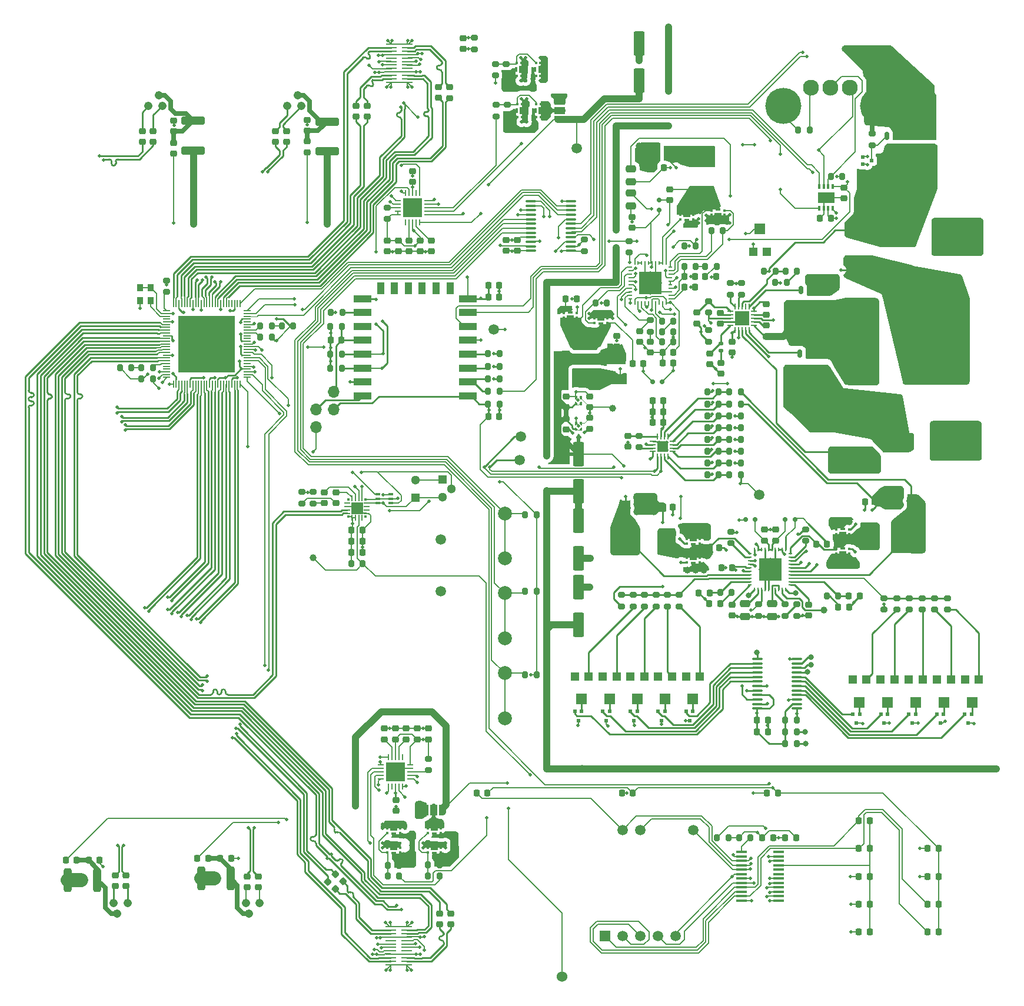
<source format=gbr>
%TF.GenerationSoftware,KiCad,Pcbnew,7.0.10*%
%TF.CreationDate,2024-02-18T18:22:37-05:00*%
%TF.ProjectId,usbc-car-module,75736263-2d63-4617-922d-6d6f64756c65,rev?*%
%TF.SameCoordinates,Original*%
%TF.FileFunction,Copper,L1,Top*%
%TF.FilePolarity,Positive*%
%FSLAX46Y46*%
G04 Gerber Fmt 4.6, Leading zero omitted, Abs format (unit mm)*
G04 Created by KiCad (PCBNEW 7.0.10) date 2024-02-18 18:22:37*
%MOMM*%
%LPD*%
G01*
G04 APERTURE LIST*
G04 Aperture macros list*
%AMRoundRect*
0 Rectangle with rounded corners*
0 $1 Rounding radius*
0 $2 $3 $4 $5 $6 $7 $8 $9 X,Y pos of 4 corners*
0 Add a 4 corners polygon primitive as box body*
4,1,4,$2,$3,$4,$5,$6,$7,$8,$9,$2,$3,0*
0 Add four circle primitives for the rounded corners*
1,1,$1+$1,$2,$3*
1,1,$1+$1,$4,$5*
1,1,$1+$1,$6,$7*
1,1,$1+$1,$8,$9*
0 Add four rect primitives between the rounded corners*
20,1,$1+$1,$2,$3,$4,$5,0*
20,1,$1+$1,$4,$5,$6,$7,0*
20,1,$1+$1,$6,$7,$8,$9,0*
20,1,$1+$1,$8,$9,$2,$3,0*%
%AMRotRect*
0 Rectangle, with rotation*
0 The origin of the aperture is its center*
0 $1 length*
0 $2 width*
0 $3 Rotation angle, in degrees counterclockwise*
0 Add horizontal line*
21,1,$1,$2,0,0,$3*%
%AMFreePoly0*
4,1,19,0.000000,0.744911,0.071157,0.744911,0.207708,0.704816,0.327430,0.627875,0.420627,0.520320,0.479746,0.390866,0.500000,0.250000,0.500000,-0.250000,0.479746,-0.390866,0.420627,-0.520320,0.327430,-0.627875,0.207708,-0.704816,0.071157,-0.744911,0.000000,-0.744911,0.000000,-0.750000,-0.550000,-0.750000,-0.550000,0.750000,0.000000,0.750000,0.000000,0.744911,0.000000,0.744911,
$1*%
%AMFreePoly1*
4,1,19,0.550000,-0.750000,0.000000,-0.750000,0.000000,-0.744911,-0.071157,-0.744911,-0.207708,-0.704816,-0.327430,-0.627875,-0.420627,-0.520320,-0.479746,-0.390866,-0.500000,-0.250000,-0.500000,0.250000,-0.479746,0.390866,-0.420627,0.520320,-0.327430,0.627875,-0.207708,0.704816,-0.071157,0.744911,0.000000,0.744911,0.000000,0.750000,0.550000,0.750000,0.550000,-0.750000,0.550000,-0.750000,
$1*%
%AMFreePoly2*
4,1,9,2.100000,-2.000000,2.350000,-2.000000,2.350000,-3.500000,-2.350000,-3.500000,-2.350000,-2.000000,-2.100000,-2.000000,-2.100000,1.100000,2.100000,1.100000,2.100000,-2.000000,2.100000,-2.000000,$1*%
G04 Aperture macros list end*
%TA.AperFunction,EtchedComponent*%
%ADD10C,0.010000*%
%TD*%
%TA.AperFunction,SMDPad,CuDef*%
%ADD11R,0.950000X1.050000*%
%TD*%
%TA.AperFunction,SMDPad,CuDef*%
%ADD12RoundRect,0.150000X-0.150000X-0.200000X0.150000X-0.200000X0.150000X0.200000X-0.150000X0.200000X0*%
%TD*%
%TA.AperFunction,SMDPad,CuDef*%
%ADD13RoundRect,0.150000X0.150000X0.200000X-0.150000X0.200000X-0.150000X-0.200000X0.150000X-0.200000X0*%
%TD*%
%TA.AperFunction,SMDPad,CuDef*%
%ADD14RoundRect,0.150000X0.200000X-0.150000X0.200000X0.150000X-0.200000X0.150000X-0.200000X-0.150000X0*%
%TD*%
%TA.AperFunction,SMDPad,CuDef*%
%ADD15RoundRect,0.135000X-0.185000X0.135000X-0.185000X-0.135000X0.185000X-0.135000X0.185000X0.135000X0*%
%TD*%
%TA.AperFunction,SMDPad,CuDef*%
%ADD16R,1.200000X1.200000*%
%TD*%
%TA.AperFunction,SMDPad,CuDef*%
%ADD17R,1.600000X1.500000*%
%TD*%
%TA.AperFunction,SMDPad,CuDef*%
%ADD18RoundRect,0.200000X0.200000X0.275000X-0.200000X0.275000X-0.200000X-0.275000X0.200000X-0.275000X0*%
%TD*%
%TA.AperFunction,SMDPad,CuDef*%
%ADD19C,1.500000*%
%TD*%
%TA.AperFunction,SMDPad,CuDef*%
%ADD20RoundRect,0.250000X-0.550000X1.500000X-0.550000X-1.500000X0.550000X-1.500000X0.550000X1.500000X0*%
%TD*%
%TA.AperFunction,SMDPad,CuDef*%
%ADD21RoundRect,0.250000X0.550000X-1.500000X0.550000X1.500000X-0.550000X1.500000X-0.550000X-1.500000X0*%
%TD*%
%TA.AperFunction,SMDPad,CuDef*%
%ADD22RoundRect,0.218750X0.218750X0.256250X-0.218750X0.256250X-0.218750X-0.256250X0.218750X-0.256250X0*%
%TD*%
%TA.AperFunction,SMDPad,CuDef*%
%ADD23R,0.500000X0.600000*%
%TD*%
%TA.AperFunction,SMDPad,CuDef*%
%ADD24RoundRect,0.225000X-0.250000X0.225000X-0.250000X-0.225000X0.250000X-0.225000X0.250000X0.225000X0*%
%TD*%
%TA.AperFunction,SMDPad,CuDef*%
%ADD25RoundRect,0.225000X0.250000X-0.225000X0.250000X0.225000X-0.250000X0.225000X-0.250000X-0.225000X0*%
%TD*%
%TA.AperFunction,SMDPad,CuDef*%
%ADD26RoundRect,0.225000X-0.225000X-0.250000X0.225000X-0.250000X0.225000X0.250000X-0.225000X0.250000X0*%
%TD*%
%TA.AperFunction,SMDPad,CuDef*%
%ADD27RoundRect,0.200000X-0.275000X0.200000X-0.275000X-0.200000X0.275000X-0.200000X0.275000X0.200000X0*%
%TD*%
%TA.AperFunction,SMDPad,CuDef*%
%ADD28RoundRect,0.200000X0.275000X-0.200000X0.275000X0.200000X-0.275000X0.200000X-0.275000X-0.200000X0*%
%TD*%
%TA.AperFunction,SMDPad,CuDef*%
%ADD29RoundRect,0.218750X-0.256250X0.218750X-0.256250X-0.218750X0.256250X-0.218750X0.256250X0.218750X0*%
%TD*%
%TA.AperFunction,SMDPad,CuDef*%
%ADD30RoundRect,0.200000X-0.200000X-0.275000X0.200000X-0.275000X0.200000X0.275000X-0.200000X0.275000X0*%
%TD*%
%TA.AperFunction,SMDPad,CuDef*%
%ADD31R,0.660000X0.350000*%
%TD*%
%TA.AperFunction,SMDPad,CuDef*%
%ADD32R,1.100000X1.250000*%
%TD*%
%TA.AperFunction,SMDPad,CuDef*%
%ADD33R,0.430000X0.350000*%
%TD*%
%TA.AperFunction,SMDPad,CuDef*%
%ADD34RoundRect,0.218750X-0.218750X-0.256250X0.218750X-0.256250X0.218750X0.256250X-0.218750X0.256250X0*%
%TD*%
%TA.AperFunction,ComponentPad*%
%ADD35C,1.300000*%
%TD*%
%TA.AperFunction,ComponentPad*%
%ADD36R,1.300000X1.300000*%
%TD*%
%TA.AperFunction,SMDPad,CuDef*%
%ADD37RoundRect,0.225000X0.225000X0.250000X-0.225000X0.250000X-0.225000X-0.250000X0.225000X-0.250000X0*%
%TD*%
%TA.AperFunction,SMDPad,CuDef*%
%ADD38R,0.350000X0.660000*%
%TD*%
%TA.AperFunction,SMDPad,CuDef*%
%ADD39R,1.250000X1.100000*%
%TD*%
%TA.AperFunction,SMDPad,CuDef*%
%ADD40R,0.350000X0.430000*%
%TD*%
%TA.AperFunction,SMDPad,CuDef*%
%ADD41RotRect,0.450000X0.450000X315.000000*%
%TD*%
%TA.AperFunction,SMDPad,CuDef*%
%ADD42R,0.100000X0.100000*%
%TD*%
%TA.AperFunction,SMDPad,CuDef*%
%ADD43RoundRect,0.250000X-1.450000X0.312500X-1.450000X-0.312500X1.450000X-0.312500X1.450000X0.312500X0*%
%TD*%
%TA.AperFunction,ComponentPad*%
%ADD44C,2.000000*%
%TD*%
%TA.AperFunction,SMDPad,CuDef*%
%ADD45R,2.500000X1.000000*%
%TD*%
%TA.AperFunction,SMDPad,CuDef*%
%ADD46R,1.000000X1.800000*%
%TD*%
%TA.AperFunction,SMDPad,CuDef*%
%ADD47RoundRect,0.100000X0.637500X0.100000X-0.637500X0.100000X-0.637500X-0.100000X0.637500X-0.100000X0*%
%TD*%
%TA.AperFunction,SMDPad,CuDef*%
%ADD48RoundRect,0.250000X0.312500X0.625000X-0.312500X0.625000X-0.312500X-0.625000X0.312500X-0.625000X0*%
%TD*%
%TA.AperFunction,SMDPad,CuDef*%
%ADD49R,2.800000X2.800000*%
%TD*%
%TA.AperFunction,SMDPad,CuDef*%
%ADD50R,0.220000X0.850000*%
%TD*%
%TA.AperFunction,SMDPad,CuDef*%
%ADD51R,0.850000X0.220000*%
%TD*%
%TA.AperFunction,SMDPad,CuDef*%
%ADD52RoundRect,0.250000X1.950000X1.000000X-1.950000X1.000000X-1.950000X-1.000000X1.950000X-1.000000X0*%
%TD*%
%TA.AperFunction,SMDPad,CuDef*%
%ADD53FreePoly0,0.000000*%
%TD*%
%TA.AperFunction,SMDPad,CuDef*%
%ADD54R,1.000000X1.500000*%
%TD*%
%TA.AperFunction,SMDPad,CuDef*%
%ADD55FreePoly1,0.000000*%
%TD*%
%TA.AperFunction,HeatsinkPad*%
%ADD56C,0.500000*%
%TD*%
%TA.AperFunction,SMDPad,CuDef*%
%ADD57R,2.000000X2.000000*%
%TD*%
%TA.AperFunction,SMDPad,CuDef*%
%ADD58RoundRect,0.062500X0.375000X-0.062500X0.375000X0.062500X-0.375000X0.062500X-0.375000X-0.062500X0*%
%TD*%
%TA.AperFunction,SMDPad,CuDef*%
%ADD59RoundRect,0.062500X0.062500X-0.375000X0.062500X0.375000X-0.062500X0.375000X-0.062500X-0.375000X0*%
%TD*%
%TA.AperFunction,ComponentPad*%
%ADD60O,1.700000X1.700000*%
%TD*%
%TA.AperFunction,SMDPad,CuDef*%
%ADD61FreePoly0,270.000000*%
%TD*%
%TA.AperFunction,SMDPad,CuDef*%
%ADD62R,1.500000X1.000000*%
%TD*%
%TA.AperFunction,SMDPad,CuDef*%
%ADD63FreePoly1,270.000000*%
%TD*%
%TA.AperFunction,SMDPad,CuDef*%
%ADD64RoundRect,0.218750X0.256250X-0.218750X0.256250X0.218750X-0.256250X0.218750X-0.256250X-0.218750X0*%
%TD*%
%TA.AperFunction,SMDPad,CuDef*%
%ADD65FreePoly2,0.000000*%
%TD*%
%TA.AperFunction,SMDPad,CuDef*%
%ADD66RoundRect,0.175000X-0.175000X-0.400000X0.175000X-0.400000X0.175000X0.400000X-0.175000X0.400000X0*%
%TD*%
%TA.AperFunction,SMDPad,CuDef*%
%ADD67R,1.701800X1.701800*%
%TD*%
%TA.AperFunction,SMDPad,CuDef*%
%ADD68R,0.254000X0.812800*%
%TD*%
%TA.AperFunction,SMDPad,CuDef*%
%ADD69R,0.355600X0.355600*%
%TD*%
%TA.AperFunction,SMDPad,CuDef*%
%ADD70R,0.812800X0.254000*%
%TD*%
%TA.AperFunction,SMDPad,CuDef*%
%ADD71RoundRect,0.250000X-1.950000X-1.000000X1.950000X-1.000000X1.950000X1.000000X-1.950000X1.000000X0*%
%TD*%
%TA.AperFunction,SMDPad,CuDef*%
%ADD72R,1.625000X0.250000*%
%TD*%
%TA.AperFunction,ComponentPad*%
%ADD73C,0.500000*%
%TD*%
%TA.AperFunction,SMDPad,CuDef*%
%ADD74R,1.600000X1.600000*%
%TD*%
%TA.AperFunction,SMDPad,CuDef*%
%ADD75RoundRect,0.062500X0.062500X0.375000X-0.062500X0.375000X-0.062500X-0.375000X0.062500X-0.375000X0*%
%TD*%
%TA.AperFunction,SMDPad,CuDef*%
%ADD76RoundRect,0.062500X0.375000X0.062500X-0.375000X0.062500X-0.375000X-0.062500X0.375000X-0.062500X0*%
%TD*%
%TA.AperFunction,SMDPad,CuDef*%
%ADD77R,2.489200X3.429000*%
%TD*%
%TA.AperFunction,SMDPad,CuDef*%
%ADD78R,0.600000X0.500000*%
%TD*%
%TA.AperFunction,SMDPad,CuDef*%
%ADD79R,8.102600X8.102600*%
%TD*%
%TA.AperFunction,SMDPad,CuDef*%
%ADD80R,0.203200X1.016000*%
%TD*%
%TA.AperFunction,SMDPad,CuDef*%
%ADD81R,1.016000X0.203200*%
%TD*%
%TA.AperFunction,SMDPad,CuDef*%
%ADD82R,3.429000X2.489200*%
%TD*%
%TA.AperFunction,SMDPad,CuDef*%
%ADD83R,1.600000X0.410000*%
%TD*%
%TA.AperFunction,SMDPad,CuDef*%
%ADD84C,1.000000*%
%TD*%
%TA.AperFunction,SMDPad,CuDef*%
%ADD85RoundRect,0.250000X0.312500X1.450000X-0.312500X1.450000X-0.312500X-1.450000X0.312500X-1.450000X0*%
%TD*%
%TA.AperFunction,ComponentPad*%
%ADD86C,1.524000*%
%TD*%
%TA.AperFunction,ComponentPad*%
%ADD87C,1.500000*%
%TD*%
%TA.AperFunction,ComponentPad*%
%ADD88R,1.500000X1.500000*%
%TD*%
%TA.AperFunction,SMDPad,CuDef*%
%ADD89RoundRect,0.250000X-0.625000X0.312500X-0.625000X-0.312500X0.625000X-0.312500X0.625000X0.312500X0*%
%TD*%
%TA.AperFunction,SMDPad,CuDef*%
%ADD90RoundRect,0.250000X1.425000X-0.362500X1.425000X0.362500X-1.425000X0.362500X-1.425000X-0.362500X0*%
%TD*%
%TA.AperFunction,ComponentPad*%
%ADD91C,0.499999*%
%TD*%
%TA.AperFunction,SMDPad,CuDef*%
%ADD92R,3.300001X3.300001*%
%TD*%
%TA.AperFunction,SMDPad,CuDef*%
%ADD93R,0.249999X0.599999*%
%TD*%
%TA.AperFunction,SMDPad,CuDef*%
%ADD94R,0.599999X0.249999*%
%TD*%
%TA.AperFunction,SMDPad,CuDef*%
%ADD95RoundRect,0.225000X0.335876X0.017678X0.017678X0.335876X-0.335876X-0.017678X-0.017678X-0.335876X0*%
%TD*%
%TA.AperFunction,ComponentPad*%
%ADD96C,1.208000*%
%TD*%
%TA.AperFunction,SMDPad,CuDef*%
%ADD97RoundRect,0.250000X0.475000X-0.250000X0.475000X0.250000X-0.475000X0.250000X-0.475000X-0.250000X0*%
%TD*%
%TA.AperFunction,SMDPad,CuDef*%
%ADD98R,0.650000X0.400000*%
%TD*%
%TA.AperFunction,SMDPad,CuDef*%
%ADD99RoundRect,0.250000X-1.425000X0.362500X-1.425000X-0.362500X1.425000X-0.362500X1.425000X0.362500X0*%
%TD*%
%TA.AperFunction,ComponentPad*%
%ADD100C,2.300000*%
%TD*%
%TA.AperFunction,ComponentPad*%
%ADD101C,5.200000*%
%TD*%
%TA.AperFunction,SMDPad,CuDef*%
%ADD102R,2.400000X1.550000*%
%TD*%
%TA.AperFunction,SMDPad,CuDef*%
%ADD103R,0.350000X0.650000*%
%TD*%
%TA.AperFunction,SMDPad,CuDef*%
%ADD104RoundRect,0.225000X-0.335876X-0.017678X-0.017678X-0.335876X0.335876X0.017678X0.017678X0.335876X0*%
%TD*%
%TA.AperFunction,SMDPad,CuDef*%
%ADD105R,3.022600X12.192000*%
%TD*%
%TA.AperFunction,ViaPad*%
%ADD106C,0.500000*%
%TD*%
%TA.AperFunction,ViaPad*%
%ADD107C,1.000000*%
%TD*%
%TA.AperFunction,ViaPad*%
%ADD108C,0.800000*%
%TD*%
%TA.AperFunction,Conductor*%
%ADD109C,0.267200*%
%TD*%
%TA.AperFunction,Conductor*%
%ADD110C,0.200000*%
%TD*%
%TA.AperFunction,Conductor*%
%ADD111C,0.150000*%
%TD*%
%TA.AperFunction,Conductor*%
%ADD112C,1.000000*%
%TD*%
%TA.AperFunction,Conductor*%
%ADD113C,0.250000*%
%TD*%
%TA.AperFunction,Conductor*%
%ADD114C,0.700000*%
%TD*%
%TA.AperFunction,Conductor*%
%ADD115C,2.000000*%
%TD*%
%TA.AperFunction,Conductor*%
%ADD116C,0.100000*%
%TD*%
G04 APERTURE END LIST*
%TO.C,U5*%
D10*
X113152436Y-88955000D02*
X113152436Y-89195000D01*
X112892436Y-89195000D01*
X112892436Y-88805000D01*
X113002436Y-88805000D01*
X113152436Y-88955000D01*
%TA.AperFunction,EtchedComponent*%
G36*
X113152436Y-88955000D02*
G01*
X113152436Y-89195000D01*
X112892436Y-89195000D01*
X112892436Y-88805000D01*
X113002436Y-88805000D01*
X113152436Y-88955000D01*
G37*
%TD.AperFunction*%
X113802436Y-89195000D02*
X113542436Y-89195000D01*
X113542436Y-88955000D01*
X113692436Y-88805000D01*
X113802436Y-88805000D01*
X113802436Y-89195000D01*
%TA.AperFunction,EtchedComponent*%
G36*
X113802436Y-89195000D02*
G01*
X113542436Y-89195000D01*
X113542436Y-88955000D01*
X113692436Y-88805000D01*
X113802436Y-88805000D01*
X113802436Y-89195000D01*
G37*
%TD.AperFunction*%
X113152436Y-88235000D02*
X113002436Y-88385000D01*
X112892436Y-88385000D01*
X112892436Y-87995000D01*
X113152436Y-87995000D01*
X113152436Y-88235000D01*
%TA.AperFunction,EtchedComponent*%
G36*
X113152436Y-88235000D02*
G01*
X113002436Y-88385000D01*
X112892436Y-88385000D01*
X112892436Y-87995000D01*
X113152436Y-87995000D01*
X113152436Y-88235000D01*
G37*
%TD.AperFunction*%
X113802436Y-88385000D02*
X113692436Y-88385000D01*
X113542436Y-88235000D01*
X113542436Y-87995000D01*
X113802436Y-87995000D01*
X113802436Y-88385000D01*
%TA.AperFunction,EtchedComponent*%
G36*
X113802436Y-88385000D02*
G01*
X113692436Y-88385000D01*
X113542436Y-88235000D01*
X113542436Y-87995000D01*
X113802436Y-87995000D01*
X113802436Y-88385000D01*
G37*
%TD.AperFunction*%
%TO.C,U6*%
X113127436Y-85247500D02*
X113127436Y-85487500D01*
X112867436Y-85487500D01*
X112867436Y-85097500D01*
X112977436Y-85097500D01*
X113127436Y-85247500D01*
%TA.AperFunction,EtchedComponent*%
G36*
X113127436Y-85247500D02*
G01*
X113127436Y-85487500D01*
X112867436Y-85487500D01*
X112867436Y-85097500D01*
X112977436Y-85097500D01*
X113127436Y-85247500D01*
G37*
%TD.AperFunction*%
X113777436Y-85487500D02*
X113517436Y-85487500D01*
X113517436Y-85247500D01*
X113667436Y-85097500D01*
X113777436Y-85097500D01*
X113777436Y-85487500D01*
%TA.AperFunction,EtchedComponent*%
G36*
X113777436Y-85487500D02*
G01*
X113517436Y-85487500D01*
X113517436Y-85247500D01*
X113667436Y-85097500D01*
X113777436Y-85097500D01*
X113777436Y-85487500D01*
G37*
%TD.AperFunction*%
X113127436Y-84527500D02*
X112977436Y-84677500D01*
X112867436Y-84677500D01*
X112867436Y-84287500D01*
X113127436Y-84287500D01*
X113127436Y-84527500D01*
%TA.AperFunction,EtchedComponent*%
G36*
X113127436Y-84527500D02*
G01*
X112977436Y-84677500D01*
X112867436Y-84677500D01*
X112867436Y-84287500D01*
X113127436Y-84287500D01*
X113127436Y-84527500D01*
G37*
%TD.AperFunction*%
X113777436Y-84677500D02*
X113667436Y-84677500D01*
X113517436Y-84527500D01*
X113517436Y-84287500D01*
X113777436Y-84287500D01*
X113777436Y-84677500D01*
%TA.AperFunction,EtchedComponent*%
G36*
X113777436Y-84677500D02*
G01*
X113667436Y-84677500D01*
X113517436Y-84527500D01*
X113517436Y-84287500D01*
X113777436Y-84287500D01*
X113777436Y-84677500D01*
G37*
%TD.AperFunction*%
%TD*%
D11*
%TO.P,X1,1,EN*%
%TO.N,+3V3*%
X50350000Y-68650000D03*
%TO.P,X1,2,GND*%
%TO.N,GND*%
X50350000Y-70500000D03*
%TO.P,X1,3,OUT*%
%TO.N,Net-(U13B-XTALI{slash}CLKIN)*%
X51800000Y-70500000D03*
%TO.P,X1,4,Vdd*%
%TO.N,+3V3*%
X51800000Y-68650000D03*
%TD*%
D12*
%TO.P,D4,1,K*%
%TO.N,Net-(D4-K)*%
X144500000Y-102000000D03*
%TO.P,D4,2,A*%
%TO.N,Net-(D3-A)*%
X143100000Y-102000000D03*
%TD*%
D13*
%TO.P,D3,1,K*%
%TO.N,Net-(D3-K)*%
X137400000Y-102000000D03*
%TO.P,D3,2,A*%
%TO.N,Net-(D3-A)*%
X138800000Y-102000000D03*
%TD*%
D14*
%TO.P,D2,1,K*%
%TO.N,Net-(D2-K)*%
X125000000Y-56100000D03*
%TO.P,D2,2,A*%
%TO.N,Net-(D1-A)*%
X125000000Y-57500000D03*
%TD*%
D13*
%TO.P,D1,1,K*%
%TO.N,Net-(D1-K)*%
X124025000Y-82200000D03*
%TO.P,D1,2,A*%
%TO.N,Net-(D1-A)*%
X125425000Y-82200000D03*
%TD*%
D15*
%TO.P,R1,1*%
%TO.N,21V_COMP*%
X133900000Y-76690000D03*
%TO.P,R1,2*%
%TO.N,/12-21V INPUT BOOST CONVERTER/21V_COMP_1*%
X133900000Y-77710000D03*
%TD*%
D16*
%TO.P,R113,1*%
%TO.N,/12-21V INPUT BOOST CONVERTER/TRK*%
X138500000Y-63500000D03*
D17*
%TO.P,R113,2*%
%TO.N,Net-(R113-Pad2)*%
X139500000Y-60250000D03*
D16*
%TO.P,R113,3*%
%TO.N,N/C*%
X140500000Y-63500000D03*
%TD*%
D18*
%TO.P,R6,1*%
%TO.N,Net-(R5-Pad2)*%
X143325000Y-67900000D03*
%TO.P,R6,2*%
%TO.N,GND*%
X141675000Y-67900000D03*
%TD*%
D19*
%TO.P,TP11,1,1*%
%TO.N,F_USB-C_BUCK_OUT*%
X93600000Y-112400000D03*
%TD*%
%TO.P,TP10,1,1*%
%TO.N,B_USB-C_BUCK_OUT*%
X93600000Y-104900000D03*
%TD*%
D20*
%TO.P,C121,1*%
%TO.N,F_USB-C_BUCK_OUT*%
X113400000Y-111800000D03*
%TO.P,C121,2*%
%TO.N,GND*%
X113400000Y-117200000D03*
%TD*%
D21*
%TO.P,C120,2*%
%TO.N,GND*%
X113400000Y-102200000D03*
%TO.P,C120,1*%
%TO.N,B_USB-C_BUCK_OUT*%
X113400000Y-107600000D03*
%TD*%
%TO.P,C119,2*%
%TO.N,GND*%
X122100000Y-33500000D03*
%TO.P,C119,1*%
%TO.N,+5V*%
X122100000Y-38900000D03*
%TD*%
D20*
%TO.P,C118,2*%
%TO.N,GND*%
X113400000Y-98000000D03*
%TO.P,C118,1*%
%TO.N,+3V3*%
X113400000Y-92600000D03*
%TD*%
D22*
%TO.P,D26,2,A*%
%TO.N,DISP_SEG_D*%
X163587500Y-161400000D03*
%TO.P,D26,1,K*%
%TO.N,DISP_DIG_7*%
X165162500Y-161400000D03*
%TD*%
D23*
%TO.P,Q7,3,S*%
%TO.N,GND*%
X125349997Y-130957500D03*
%TO.P,Q7,2,G*%
%TO.N,B_USB-C_BUCK_9V_SEL*%
X124849997Y-129657500D03*
%TO.P,Q7,1,D*%
%TO.N,Net-(Q7-D)*%
X125849997Y-129657500D03*
%TD*%
D24*
%TO.P,C83,2*%
%TO.N,/USBA_PORTS/P4_TX_N*%
X69812500Y-47675000D03*
%TO.P,C83,1*%
%TO.N,/USBA_PORTS/P4_TXP_N*%
X69812500Y-46125000D03*
%TD*%
D25*
%TO.P,C6,2*%
%TO.N,GND*%
X140387500Y-71025000D03*
%TO.P,C6,1*%
%TO.N,/12-21V INPUT BOOST CONVERTER/21V_VCC*%
X140387500Y-72575000D03*
%TD*%
%TO.P,C33,2*%
%TO.N,GND*%
X141749997Y-103500004D03*
%TO.P,C33,1*%
%TO.N,Net-(D3-A)*%
X141749997Y-105050004D03*
%TD*%
D26*
%TO.P,C30,2*%
%TO.N,+21V*%
X135475000Y-109000000D03*
%TO.P,C30,1*%
%TO.N,GND*%
X133925000Y-109000000D03*
%TD*%
D27*
%TO.P,R37,2*%
%TO.N,Net-(R37-Pad2)*%
X127850000Y-114525000D03*
%TO.P,R37,1*%
%TO.N,B_USB-C_BUCK_FB*%
X127850000Y-112875000D03*
%TD*%
D26*
%TO.P,C15,1*%
%TO.N,Net-(U2-SW1)*%
X121150000Y-79600000D03*
%TO.P,C15,2*%
%TO.N,Net-(D1-K)*%
X122700000Y-79600000D03*
%TD*%
D28*
%TO.P,R87,2*%
%TO.N,+3V3*%
X75212500Y-98075000D03*
%TO.P,R87,1*%
%TO.N,Net-(D5-A)*%
X75212500Y-99725000D03*
%TD*%
D29*
%TO.P,D5,2,A*%
%TO.N,Net-(D5-A)*%
X76812500Y-99687500D03*
%TO.P,D5,1,K*%
%TO.N,Net-(D5-K)*%
X76812500Y-98112500D03*
%TD*%
D27*
%TO.P,R51,2*%
%TO.N,IOX0_INT*%
X114200000Y-63425000D03*
%TO.P,R51,1*%
%TO.N,+3V3*%
X114200000Y-61775000D03*
%TD*%
D24*
%TO.P,C7,2*%
%TO.N,/12-21V INPUT BOOST CONVERTER/SW*%
X140387500Y-75675000D03*
%TO.P,C7,1*%
%TO.N,/12-21V INPUT BOOST CONVERTER/HB*%
X140387500Y-74125000D03*
%TD*%
D25*
%TO.P,C105,2*%
%TO.N,GND*%
X88612500Y-132125000D03*
%TO.P,C105,1*%
%TO.N,Net-(U16-V_MCUPWR)*%
X88612500Y-133675000D03*
%TD*%
D30*
%TO.P,R109,2*%
%TO.N,+3V3*%
X130250000Y-62700000D03*
%TO.P,R109,1*%
%TO.N,Net-(U2-PG2)*%
X128600000Y-62700000D03*
%TD*%
D31*
%TO.P,Q22,8,S*%
%TO.N,Net-(Q22-S-Pad4)*%
X92612500Y-150060000D03*
D32*
%TO.P,Q22,7,D*%
%TO.N,DFP_VBUS*%
X92612500Y-149000000D03*
D33*
%TO.P,Q22,6,D*%
X93547500Y-148635000D03*
%TO.P,Q22,5,D*%
X93547500Y-149285000D03*
%TO.P,Q22,4,S*%
%TO.N,Net-(Q22-S-Pad4)*%
X93547500Y-149935000D03*
%TO.P,Q22,3,G*%
%TO.N,Net-(Q22-G)*%
X91677500Y-149935000D03*
%TO.P,Q22,2,D*%
%TO.N,DFP_VBUS*%
X91677500Y-149285000D03*
%TO.P,Q22,1,D*%
X91677500Y-148635000D03*
%TD*%
D22*
%TO.P,D28,2,A*%
%TO.N,DISP_SEG_F*%
X163587500Y-153400000D03*
%TO.P,D28,1,K*%
%TO.N,DISP_DIG_7*%
X165162500Y-153400000D03*
%TD*%
D18*
%TO.P,R68,2*%
%TO.N,GND*%
X131900000Y-92200000D03*
%TO.P,R68,1*%
%TO.N,5V_ADC*%
X133550000Y-92200000D03*
%TD*%
D34*
%TO.P,D11,2,A*%
%TO.N,GND*%
X44487500Y-151100000D03*
%TO.P,D11,1,K*%
%TO.N,Net-(D11-K)*%
X42912500Y-151100000D03*
%TD*%
D35*
%TO.P,Q28,3,B*%
%TO.N,Net-(Q17-B1)*%
X89900000Y-96360000D03*
D36*
%TO.P,Q28,1,E*%
%TO.N,Net-(Q17-B2)*%
X89900000Y-98900000D03*
%TD*%
D16*
%TO.P,R38,3*%
%TO.N,N/C*%
X128849997Y-124607500D03*
D17*
%TO.P,R38,2*%
%TO.N,Net-(Q8-D)*%
X129849997Y-127857500D03*
D16*
%TO.P,R38,1*%
%TO.N,Net-(R37-Pad2)*%
X130849997Y-124607500D03*
%TD*%
D18*
%TO.P,R85,2*%
%TO.N,+3V3*%
X47387500Y-80200000D03*
%TO.P,R85,1*%
%TO.N,Net-(R84-Pad2)*%
X49037500Y-80200000D03*
%TD*%
%TO.P,R102,2*%
%TO.N,UNIT_BTN*%
X105687500Y-112400000D03*
%TO.P,R102,1*%
%TO.N,+3V3*%
X107337500Y-112400000D03*
%TD*%
D37*
%TO.P,C114,2*%
%TO.N,Net-(U2-SS2)*%
X128625000Y-68600000D03*
%TO.P,C114,1*%
%TO.N,GND*%
X130175000Y-68600000D03*
%TD*%
D24*
%TO.P,C4,2*%
%TO.N,GND*%
X135487500Y-77975000D03*
%TO.P,C4,1*%
%TO.N,CAR_12V_IN*%
X135487500Y-76425000D03*
%TD*%
D38*
%TO.P,Q18,8,S*%
%TO.N,Net-(Q18-S-Pad4)*%
X104387500Y-37272500D03*
D39*
%TO.P,Q18,7,D*%
%TO.N,UFP_VBUS*%
X105447500Y-37272500D03*
D40*
%TO.P,Q18,6,D*%
X105812500Y-38207500D03*
%TO.P,Q18,5,D*%
X105162500Y-38207500D03*
%TO.P,Q18,4,S*%
%TO.N,Net-(Q18-S-Pad4)*%
X104512500Y-38207500D03*
%TO.P,Q18,3,G*%
%TO.N,Net-(Q18-G)*%
X104512500Y-36337500D03*
%TO.P,Q18,2,D*%
%TO.N,UFP_VBUS*%
X105162500Y-36337500D03*
%TO.P,Q18,1,D*%
X105812500Y-36337500D03*
%TD*%
D16*
%TO.P,R43,3*%
%TO.N,N/C*%
X156849997Y-125107500D03*
D17*
%TO.P,R43,2*%
%TO.N,Net-(Q15-D)*%
X157849997Y-128357500D03*
D16*
%TO.P,R43,1*%
%TO.N,Net-(R42-Pad2)*%
X158849997Y-125107500D03*
%TD*%
D41*
%TO.P,U5,5,EP*%
%TO.N,GND*%
X113347436Y-88595000D03*
D42*
%TO.P,U5,4,IN*%
%TO.N,+3V3*%
X113672436Y-89000000D03*
%TO.P,U5,3,EN*%
X113022436Y-89000000D03*
%TO.P,U5,2,GND*%
%TO.N,GND*%
X113022436Y-88190000D03*
%TO.P,U5,1,OUT*%
%TO.N,+1V2*%
X113672436Y-88190000D03*
%TD*%
D27*
%TO.P,R35,2*%
%TO.N,Net-(R35-Pad2)*%
X126200000Y-114525000D03*
%TO.P,R35,1*%
%TO.N,B_USB-C_BUCK_FB*%
X126200000Y-112875000D03*
%TD*%
D18*
%TO.P,R70,2*%
%TO.N,GND*%
X131900000Y-90500000D03*
%TO.P,R70,1*%
%TO.N,5V_CSN_ADC*%
X133550000Y-90500000D03*
%TD*%
D43*
%TO.P,F4,2*%
%TO.N,+5V*%
X57912500Y-48937500D03*
%TO.P,F4,1*%
%TO.N,Net-(D16-K)*%
X57912500Y-44662500D03*
%TD*%
D18*
%TO.P,R84,2*%
%TO.N,Net-(R84-Pad2)*%
X50487500Y-80200000D03*
%TO.P,R84,1*%
%TO.N,Net-(U13B-CFG_STRAP{slash}GPIO12)*%
X52137500Y-80200000D03*
%TD*%
D30*
%TO.P,R86,2*%
%TO.N,Net-(SW4-B)*%
X82337500Y-108400000D03*
%TO.P,R86,1*%
%TO.N,+3V3*%
X80687500Y-108400000D03*
%TD*%
D27*
%TO.P,R24,2*%
%TO.N,GND*%
X144783331Y-115900004D03*
%TO.P,R24,1*%
%TO.N,Net-(R22-Pad2)*%
X144783331Y-114250004D03*
%TD*%
D18*
%TO.P,R98,2*%
%TO.N,Net-(Q23-G)*%
X85950000Y-151785000D03*
%TO.P,R98,1*%
%TO.N,Net-(Q23-S-Pad4)*%
X87600000Y-151785000D03*
%TD*%
D44*
%TO.P,SW3,1,1*%
%TO.N,MODE_BTN*%
X102762500Y-130650000D03*
X102762500Y-124150000D03*
%TD*%
D38*
%TO.P,Q19,8,S*%
%TO.N,Net-(Q19-S-Pad4)*%
X104472500Y-43165000D03*
D39*
%TO.P,Q19,7,D*%
%TO.N,UFP_VBUS*%
X105532500Y-43165000D03*
D40*
%TO.P,Q19,6,D*%
X105897500Y-44100000D03*
%TO.P,Q19,5,D*%
X105247500Y-44100000D03*
%TO.P,Q19,4,S*%
%TO.N,Net-(Q19-S-Pad4)*%
X104597500Y-44100000D03*
%TO.P,Q19,3,G*%
%TO.N,Net-(Q19-G)*%
X104597500Y-42230000D03*
%TO.P,Q19,2,D*%
%TO.N,UFP_VBUS*%
X105247500Y-42230000D03*
%TO.P,Q19,1,D*%
X105897500Y-42230000D03*
%TD*%
D45*
%TO.P,U10,22,GPIO1/TXD*%
%TO.N,ESP_TX*%
X82300000Y-84250000D03*
%TO.P,U10,21,GPIO3/RXD*%
%TO.N,ESP_RX*%
X82300000Y-82250000D03*
%TO.P,U10,20,GPIO5*%
%TO.N,I2C_SCL*%
X82300000Y-80250000D03*
%TO.P,U10,19,GPIO4*%
%TO.N,I2C_SDA*%
X82300000Y-78250000D03*
%TO.P,U10,18,GPIO0*%
%TO.N,ESP_IO0*%
X82300000Y-76250000D03*
%TO.P,U10,17,GPIO2*%
%TO.N,unconnected-(U10-GPIO2-Pad17)*%
X82300000Y-74250000D03*
%TO.P,U10,16,GPIO15*%
%TO.N,Net-(U10-GPIO15)*%
X82300000Y-72250000D03*
%TO.P,U10,15,GND*%
%TO.N,GND*%
X82300000Y-70250000D03*
D46*
%TO.P,U10,14,SCLK*%
%TO.N,unconnected-(U10-SCLK-Pad14)*%
X84900000Y-68750000D03*
%TO.P,U10,13,MOSI*%
%TO.N,unconnected-(U10-MOSI-Pad13)*%
X86900000Y-68750000D03*
%TO.P,U10,12,GPIO10*%
%TO.N,unconnected-(U10-GPIO10-Pad12)*%
X88900000Y-68750000D03*
%TO.P,U10,11,GPIO9*%
%TO.N,unconnected-(U10-GPIO9-Pad11)*%
X90900000Y-68750000D03*
%TO.P,U10,10,MISO*%
%TO.N,unconnected-(U10-MISO-Pad10)*%
X92900000Y-68750000D03*
%TO.P,U10,9,CS0*%
%TO.N,unconnected-(U10-CS0-Pad9)*%
X94900000Y-68750000D03*
D45*
%TO.P,U10,8,VCC*%
%TO.N,+3V3*%
X97500000Y-70250000D03*
%TO.P,U10,7,GPIO13*%
%TO.N,CAN_TX*%
X97500000Y-72250000D03*
%TO.P,U10,6,GPIO12*%
%TO.N,CAN_RX*%
X97500000Y-74250000D03*
%TO.P,U10,5,GPIO14*%
%TO.N,IOX0_INT*%
X97500000Y-76250000D03*
%TO.P,U10,4,GPIO16*%
%TO.N,Net-(U10-GPIO16)*%
X97500000Y-78250000D03*
%TO.P,U10,3,EN*%
%TO.N,ESP_EN*%
X97500000Y-80250000D03*
%TO.P,U10,2,ADC*%
%TO.N,Net-(U10-ADC)*%
X97500000Y-82250000D03*
%TO.P,U10,1,~{RST}*%
%TO.N,RST*%
X97500000Y-84250000D03*
%TD*%
D47*
%TO.P,U9,24,VDD*%
%TO.N,+3V3*%
X106537500Y-63375000D03*
%TO.P,U9,23,SDA*%
%TO.N,I2C_SDA*%
X106537500Y-62725000D03*
%TO.P,U9,22,SCL*%
%TO.N,I2C_SCL*%
X106537500Y-62075000D03*
%TO.P,U9,21,ADDR*%
%TO.N,GND*%
X106537500Y-61425000D03*
%TO.P,U9,20,P1_7*%
%TO.N,SRC_BTN*%
X106537500Y-60775000D03*
%TO.P,U9,19,P1_6*%
%TO.N,UNIT_BTN*%
X106537500Y-60125000D03*
%TO.P,U9,18,P1_5*%
%TO.N,MODE_BTN*%
X106537500Y-59475000D03*
%TO.P,U9,17,P1_4*%
%TO.N,DISP_IRQ*%
X106537500Y-58825000D03*
%TO.P,U9,16,P1_3*%
%TO.N,UFP_DBGACC*%
X106537500Y-58175000D03*
%TO.P,U9,15,P1_2*%
%TO.N,DFP_DBGACC*%
X106537500Y-57525000D03*
%TO.P,U9,14,P1_1*%
%TO.N,Net-(U9-P1_1)*%
X106537500Y-56875000D03*
%TO.P,U9,13,P1_0*%
%TO.N,Net-(U9-P1_0)*%
X106537500Y-56225000D03*
%TO.P,U9,12,VSS*%
%TO.N,GND*%
X112262500Y-56225000D03*
%TO.P,U9,11,P0_7*%
%TO.N,UFP_C_ATTACH_0*%
X112262500Y-56875000D03*
%TO.P,U9,10,P0_6*%
%TO.N,HUB_VBUS_DET*%
X112262500Y-57525000D03*
%TO.P,U9,9,P0_5*%
%TO.N,DFP_C_ATTACH_1*%
X112262500Y-58175000D03*
%TO.P,U9,8,P0_4*%
%TO.N,Net-(U9-P0_4)*%
X112262500Y-58825000D03*
%TO.P,U9,7,P0_3*%
%TO.N,IOX_0_P_0_0*%
X112262500Y-59475000D03*
%TO.P,U9,6,P0_2*%
%TO.N,IOX_0_P_0_1*%
X112262500Y-60125000D03*
%TO.P,U9,5,P0_1*%
%TO.N,CAN_SILENT*%
X112262500Y-60775000D03*
%TO.P,U9,4,P0_0*%
%TO.N,IOX1_INT*%
X112262500Y-61425000D03*
%TO.P,U9,3,RESET*%
%TO.N,RST*%
X112262500Y-62075000D03*
%TO.P,U9,2,VDD_I2C*%
%TO.N,+3V3*%
X112262500Y-62725000D03*
%TO.P,U9,1,INT*%
%TO.N,IOX0_INT*%
X112262500Y-63375000D03*
%TD*%
D30*
%TO.P,R15,2*%
%TO.N,GND*%
X127050000Y-76500000D03*
%TO.P,R15,1*%
%TO.N,Net-(U2-DEMB)*%
X125400000Y-76500000D03*
%TD*%
D48*
%TO.P,R26,2*%
%TO.N,F_USB-C_BUCK_OUT*%
X158307197Y-99475004D03*
%TO.P,R26,1*%
%TO.N,F_USB-C_CSN*%
X161232197Y-99475004D03*
%TD*%
D27*
%TO.P,R22,2*%
%TO.N,Net-(R22-Pad2)*%
X143116665Y-115900004D03*
%TO.P,R22,1*%
%TO.N,Net-(U7-RT)*%
X143116665Y-114250004D03*
%TD*%
D26*
%TO.P,C117,2*%
%TO.N,GND*%
X125700000Y-51400000D03*
%TO.P,C117,1*%
%TO.N,+5V*%
X124150000Y-51400000D03*
%TD*%
D30*
%TO.P,R50,2*%
%TO.N,IOX1_INT*%
X144774997Y-130875004D03*
%TO.P,R50,1*%
%TO.N,+3V3*%
X143124997Y-130875004D03*
%TD*%
D27*
%TO.P,R62,2*%
%TO.N,Net-(U12-ADDR)*%
X122100000Y-91625000D03*
%TO.P,R62,1*%
%TO.N,Net-(U12-DECAP)*%
X122100000Y-89975000D03*
%TD*%
D30*
%TO.P,R60,2*%
%TO.N,I2C_SDA*%
X79325000Y-78275000D03*
%TO.P,R60,1*%
%TO.N,+3V3*%
X77675000Y-78275000D03*
%TD*%
D18*
%TO.P,R101,2*%
%TO.N,SRC_BTN*%
X105687500Y-101400000D03*
%TO.P,R101,1*%
%TO.N,+3V3*%
X107337500Y-101400000D03*
%TD*%
D26*
%TO.P,C81,2*%
%TO.N,GND*%
X82287500Y-103600000D03*
%TO.P,C81,1*%
%TO.N,+3V3*%
X80737500Y-103600000D03*
%TD*%
D25*
%TO.P,C10,2*%
%TO.N,GND*%
X118925000Y-75625000D03*
%TO.P,C10,1*%
%TO.N,+3V3*%
X118925000Y-77175000D03*
%TD*%
D24*
%TO.P,C3,2*%
%TO.N,GND*%
X130400000Y-73825000D03*
%TO.P,C3,1*%
%TO.N,/12-21V INPUT BOOST CONVERTER/VREF*%
X130400000Y-72275000D03*
%TD*%
D18*
%TO.P,R99,2*%
%TO.N,DISP_IRQ*%
X133287500Y-147800000D03*
%TO.P,R99,1*%
%TO.N,+3V3*%
X134937500Y-147800000D03*
%TD*%
D49*
%TO.P,U15,21,GND*%
%TO.N,GND*%
X89512500Y-57175000D03*
D50*
%TO.P,U15,20,EN_USBFET2*%
%TO.N,Net-(JP12-A)*%
X90512500Y-59300000D03*
%TO.P,U15,19,BYPASS*%
%TO.N,Net-(U15-BYPASS)*%
X90012500Y-59300000D03*
%TO.P,U15,18,VIO*%
%TO.N,+3V3*%
X89512500Y-59300000D03*
%TO.P,U15,17,V_MCUPWR*%
%TO.N,Net-(U15-V_MCUPWR)*%
X89012500Y-59300000D03*
%TO.P,U15,16,SPI_MISO*%
%TO.N,unconnected-(U15-SPI_MISO-Pad16)*%
X88512500Y-59300000D03*
D51*
%TO.P,U15,15,VDD*%
%TO.N,+3V3*%
X87387500Y-58175000D03*
%TO.P,U15,14,SLV_ADDR*%
X87387500Y-57675000D03*
%TO.P,U15,13,INT_N*%
%TO.N,UFP_PD_INT*%
X87387500Y-57175000D03*
%TO.P,U15,12,SPI_MOSI_I2C_SDA*%
%TO.N,I2C_SDA*%
X87387500Y-56675000D03*
%TO.P,U15,11,SPI_CLK_I2C_SCL*%
%TO.N,I2C_SCL*%
X87387500Y-56175000D03*
D50*
%TO.P,U15,10,CC_CRTL1*%
%TO.N,UFP_CC_CTRL*%
X88512500Y-55050000D03*
%TO.P,U15,9,CC_ORIENT*%
%TO.N,UFP_CC_ORIENT*%
X89012500Y-55050000D03*
%TO.P,U15,8,VCONN_IN*%
%TO.N,Net-(JP11-C)*%
X89512500Y-55050000D03*
%TO.P,U15,7,SPI_CS*%
%TO.N,unconnected-(U15-SPI_CS-Pad7)*%
X90012500Y-55050000D03*
%TO.P,U15,6,DBGACC_FOUND*%
%TO.N,UFP_DBGACC*%
X90512500Y-55050000D03*
D51*
%TO.P,U15,5,CC1*%
%TO.N,UFP_CC2*%
X91637500Y-56175000D03*
%TO.P,U15,4,CC2*%
%TO.N,UFP_CC1*%
X91637500Y-56675000D03*
%TO.P,U15,3,EN_USBSRC*%
%TO.N,Net-(U15-EN_USBSRC)*%
X91637500Y-57175000D03*
%TO.P,U15,2,VBUS*%
%TO.N,UFP_VBUS*%
X91637500Y-57675000D03*
%TO.P,U15,1,EN_USBFET1*%
%TO.N,Net-(JP12-B)*%
X91637500Y-58175000D03*
%TD*%
D30*
%TO.P,R83,2*%
%TO.N,Net-(R80-Pad1)*%
X69237500Y-74175000D03*
%TO.P,R83,1*%
%TO.N,Net-(U13C-SPI_CE_N{slash}GPIO7{slash}CFG_NON_REM)*%
X67587500Y-74175000D03*
%TD*%
D26*
%TO.P,C110,2*%
%TO.N,GND*%
X141387500Y-147800000D03*
%TO.P,C110,1*%
%TO.N,+3V3*%
X139837500Y-147800000D03*
%TD*%
D52*
%TO.P,C8,2*%
%TO.N,21V_CSN*%
X159450000Y-90850000D03*
%TO.P,C8,1*%
%TO.N,GND*%
X167850000Y-90850000D03*
%TD*%
D25*
%TO.P,C23,2*%
%TO.N,GND*%
X115022436Y-84325000D03*
%TO.P,C23,1*%
%TO.N,+1V2*%
X115022436Y-85875000D03*
%TD*%
D27*
%TO.P,R21,2*%
%TO.N,GND*%
X139283333Y-115900004D03*
%TO.P,R21,1*%
%TO.N,5_3.3_SYNC_OUT*%
X139283333Y-114250004D03*
%TD*%
D53*
%TO.P,JP18,3,B*%
%TO.N,+5V*%
X93847500Y-143835000D03*
D54*
%TO.P,JP18,2,C*%
%TO.N,Net-(JP18-C)*%
X92547500Y-143835000D03*
D55*
%TO.P,JP18,1,A*%
%TO.N,F_USB-C_BUCK_OUT*%
X91247500Y-143835000D03*
%TD*%
D37*
%TO.P,C38,2*%
%TO.N,GND*%
X154582197Y-99475004D03*
%TO.P,C38,1*%
%TO.N,F_USB-C_BUCK_OUT*%
X156132197Y-99475004D03*
%TD*%
D18*
%TO.P,R96,2*%
%TO.N,Net-(Q23-G)*%
X85950000Y-153385000D03*
%TO.P,R96,1*%
%TO.N,Net-(JP17-C)*%
X87600000Y-153385000D03*
%TD*%
D56*
%TO.P,U1,21,EP*%
%TO.N,GND*%
X137650000Y-72350000D03*
X136150000Y-72350000D03*
D57*
X136900000Y-73100000D03*
D56*
X137650000Y-73850000D03*
X136150000Y-73850000D03*
D58*
%TO.P,U1,20,COMP*%
%TO.N,21V_COMP*%
X135212500Y-74100000D03*
%TO.P,U1,19,AGND*%
%TO.N,GND*%
X135212500Y-73600000D03*
%TO.P,U1,18,TRK*%
%TO.N,/12-21V INPUT BOOST CONVERTER/TRK*%
X135212500Y-73100000D03*
%TO.P,U1,17,SS*%
%TO.N,/12-21V INPUT BOOST CONVERTER/SS*%
X135212500Y-72600000D03*
%TO.P,U1,16,VREF/RANGE*%
%TO.N,/12-21V INPUT BOOST CONVERTER/VREF*%
X135212500Y-72100000D03*
D59*
%TO.P,U1,15,RT*%
%TO.N,/12-21V INPUT BOOST CONVERTER/RT*%
X135900000Y-71412500D03*
%TO.P,U1,14,SYNC/DITHER/EN*%
%TO.N,MAIN BOOST CLOCK IN*%
X136400000Y-71412500D03*
%TO.P,U1,13,UVLO/EN*%
%TO.N,/12-21V INPUT BOOST CONVERTER/UVLO{slash}EN*%
X136900000Y-71412500D03*
%TO.P,U1,12,MODE*%
%TO.N,unconnected-(U1-MODE-Pad12)*%
X137400000Y-71412500D03*
%TO.P,U1,11,LO*%
%TO.N,/12-21V INPUT BOOST CONVERTER/LO_SW*%
X137900000Y-71412500D03*
D58*
%TO.P,U1,10,PGND*%
%TO.N,GND*%
X138587500Y-72100000D03*
%TO.P,U1,9,VCC*%
%TO.N,/12-21V INPUT BOOST CONVERTER/21V_VCC*%
X138587500Y-72600000D03*
%TO.P,U1,8,BIAS*%
%TO.N,CAR_12V_IN*%
X138587500Y-73100000D03*
%TO.P,U1,7,HB*%
%TO.N,/12-21V INPUT BOOST CONVERTER/HB*%
X138587500Y-73600000D03*
%TO.P,U1,6,SW*%
%TO.N,/12-21V INPUT BOOST CONVERTER/SW*%
X138587500Y-74100000D03*
D59*
%TO.P,U1,5,HO*%
%TO.N,/12-21V INPUT BOOST CONVERTER/HI_SW*%
X137900000Y-74787500D03*
%TO.P,U1,4,PGOOD*%
%TO.N,21V_PGOOD*%
X137400000Y-74787500D03*
%TO.P,U1,3,VOUT/SENSE*%
%TO.N,+21V*%
X136900000Y-74787500D03*
%TO.P,U1,2,CSN*%
%TO.N,/12-21V INPUT BOOST CONVERTER/CSN*%
X136400000Y-74787500D03*
%TO.P,U1,1,CSP*%
%TO.N,CAR_12V_IN*%
X135900000Y-74787500D03*
%TD*%
D27*
%TO.P,R48,2*%
%TO.N,Net-(R48-Pad2)*%
X166429997Y-115000004D03*
%TO.P,R48,1*%
%TO.N,F_USB-C_BUCK_FB*%
X166429997Y-113350004D03*
%TD*%
%TO.P,R89,2*%
%TO.N,+3V3*%
X85837500Y-58800000D03*
%TO.P,R89,1*%
%TO.N,UFP_PD_INT*%
X85837500Y-57150000D03*
%TD*%
D18*
%TO.P,R25,2*%
%TO.N,+3V3*%
X143124997Y-134275004D03*
%TO.P,R25,1*%
%TO.N,F_SUB-C_BUCK_P-GOOD*%
X144774997Y-134275004D03*
%TD*%
D26*
%TO.P,C26,2*%
%TO.N,Net-(U7-COMP1)*%
X132229997Y-112585004D03*
%TO.P,C26,1*%
%TO.N,GND*%
X130679997Y-112585004D03*
%TD*%
D30*
%TO.P,R61,2*%
%TO.N,I2C_SCL*%
X79325000Y-80300000D03*
%TO.P,R61,1*%
%TO.N,+3V3*%
X77675000Y-80300000D03*
%TD*%
D26*
%TO.P,C41,2*%
%TO.N,GND*%
X140624997Y-130875004D03*
%TO.P,C41,1*%
%TO.N,+3V3*%
X139074997Y-130875004D03*
%TD*%
%TO.P,C48,2*%
%TO.N,GND*%
X101975000Y-70000000D03*
%TO.P,C48,1*%
%TO.N,+3V3*%
X100425000Y-70000000D03*
%TD*%
%TO.P,C79,2*%
%TO.N,GND*%
X82287500Y-106800000D03*
%TO.P,C79,1*%
%TO.N,+3V3*%
X80737500Y-106800000D03*
%TD*%
D31*
%TO.P,Q23,8,S*%
%TO.N,Net-(Q23-S-Pad4)*%
X86812500Y-150045000D03*
D32*
%TO.P,Q23,7,D*%
%TO.N,DFP_VBUS*%
X86812500Y-148985000D03*
D33*
%TO.P,Q23,6,D*%
X87747500Y-148620000D03*
%TO.P,Q23,5,D*%
X87747500Y-149270000D03*
%TO.P,Q23,4,S*%
%TO.N,Net-(Q23-S-Pad4)*%
X87747500Y-149920000D03*
%TO.P,Q23,3,G*%
%TO.N,Net-(Q23-G)*%
X85877500Y-149920000D03*
%TO.P,Q23,2,D*%
%TO.N,DFP_VBUS*%
X85877500Y-149270000D03*
%TO.P,Q23,1,D*%
X85877500Y-148620000D03*
%TD*%
D31*
%TO.P,Q24,8,S*%
%TO.N,Net-(Q22-S-Pad4)*%
X92612500Y-147260000D03*
D32*
%TO.P,Q24,7,D*%
%TO.N,Net-(JP18-C)*%
X92612500Y-146200000D03*
D33*
%TO.P,Q24,6,D*%
X93547500Y-145835000D03*
%TO.P,Q24,5,D*%
X93547500Y-146485000D03*
%TO.P,Q24,4,S*%
%TO.N,Net-(Q22-S-Pad4)*%
X93547500Y-147135000D03*
%TO.P,Q24,3,G*%
%TO.N,Net-(Q22-G)*%
X91677500Y-147135000D03*
%TO.P,Q24,2,D*%
%TO.N,Net-(JP18-C)*%
X91677500Y-146485000D03*
%TO.P,Q24,1,D*%
X91677500Y-145835000D03*
%TD*%
D16*
%TO.P,R32,3*%
%TO.N,N/C*%
X116849997Y-124607500D03*
D17*
%TO.P,R32,2*%
%TO.N,Net-(Q10-D)*%
X117849997Y-127857500D03*
D16*
%TO.P,R32,1*%
%TO.N,Net-(R31-Pad2)*%
X118849997Y-124607500D03*
%TD*%
D23*
%TO.P,Q11,3,S*%
%TO.N,GND*%
X113349997Y-130957500D03*
%TO.P,Q11,2,G*%
%TO.N,B_USB-C_BUCK_20V_SEL*%
X112849997Y-129657500D03*
%TO.P,Q11,1,D*%
%TO.N,Net-(Q11-D)*%
X113849997Y-129657500D03*
%TD*%
D38*
%TO.P,Q20,8,S*%
%TO.N,Net-(Q19-S-Pad4)*%
X107187500Y-43165000D03*
D39*
%TO.P,Q20,7,D*%
%TO.N,Net-(JP13-C)*%
X108247500Y-43165000D03*
D40*
%TO.P,Q20,6,D*%
X108612500Y-44100000D03*
%TO.P,Q20,5,D*%
X107962500Y-44100000D03*
%TO.P,Q20,4,S*%
%TO.N,Net-(Q19-S-Pad4)*%
X107312500Y-44100000D03*
%TO.P,Q20,3,G*%
%TO.N,Net-(Q19-G)*%
X107312500Y-42230000D03*
%TO.P,Q20,2,D*%
%TO.N,Net-(JP13-C)*%
X107962500Y-42230000D03*
%TO.P,Q20,1,D*%
X108612500Y-42230000D03*
%TD*%
D27*
%TO.P,R3,2*%
%TO.N,GND*%
X132100000Y-76425000D03*
%TO.P,R3,1*%
%TO.N,Net-(R113-Pad2)*%
X132100000Y-74775000D03*
%TD*%
D22*
%TO.P,D34,2,A*%
%TO.N,DISP_SEG_E*%
X153725000Y-145400000D03*
%TO.P,D34,1,K*%
%TO.N,DISP_DIG_6*%
X155300000Y-145400000D03*
%TD*%
D18*
%TO.P,R77,2*%
%TO.N,F_USB-C_CSN_ADC*%
X135075000Y-83700000D03*
%TO.P,R77,1*%
%TO.N,F_USB-C_CSN*%
X136725000Y-83700000D03*
%TD*%
D25*
%TO.P,C89,2*%
%TO.N,/USBA_PORTS/P3_TX_N*%
X67312500Y-153425000D03*
%TO.P,C89,1*%
%TO.N,/USBA_PORTS/P3_TXP_N*%
X67312500Y-154975000D03*
%TD*%
%TO.P,C113,2*%
%TO.N,Net-(U2-SW2)*%
X126525000Y-54525000D03*
%TO.P,C113,1*%
%TO.N,Net-(D2-K)*%
X126525000Y-56075000D03*
%TD*%
D60*
%TO.P,J10,5,Pin_5*%
%TO.N,ESP_IO0*%
X78175000Y-83645000D03*
%TO.P,J10,4,Pin_4*%
%TO.N,ESP_TX*%
X75635000Y-86185000D03*
%TO.P,J10,3,Pin_3*%
%TO.N,RST*%
X78175000Y-86185000D03*
%TO.P,J10,2,Pin_2*%
%TO.N,+3V3*%
X75635000Y-88725000D03*
%TD*%
D23*
%TO.P,Q15,3,S*%
%TO.N,GND*%
X157364997Y-131357500D03*
%TO.P,Q15,2,G*%
%TO.N,F_USB-C_BUCK_15V_SEL*%
X156864997Y-130057500D03*
%TO.P,Q15,1,D*%
%TO.N,Net-(Q15-D)*%
X157864997Y-130057500D03*
%TD*%
D28*
%TO.P,R11,2*%
%TO.N,Net-(U2-COMP1)*%
X123725000Y-73375000D03*
%TO.P,R11,1*%
%TO.N,Net-(C11-Pad2)*%
X123725000Y-75025000D03*
%TD*%
D16*
%TO.P,R45,3*%
%TO.N,N/C*%
X160899997Y-125107500D03*
D17*
%TO.P,R45,2*%
%TO.N,Net-(Q14-D)*%
X161899997Y-128357500D03*
D16*
%TO.P,R45,1*%
%TO.N,Net-(R44-Pad2)*%
X162899997Y-125107500D03*
%TD*%
D25*
%TO.P,C31,2*%
%TO.N,GND*%
X140149997Y-103500004D03*
%TO.P,C31,1*%
%TO.N,Net-(D3-A)*%
X140149997Y-105050004D03*
%TD*%
D24*
%TO.P,C98,2*%
%TO.N,GND*%
X87437500Y-63450000D03*
%TO.P,C98,1*%
%TO.N,+3V3*%
X87437500Y-61900000D03*
%TD*%
D18*
%TO.P,R71,2*%
%TO.N,B_USB-C_BUCK_OUT_ADC*%
X135075000Y-88800000D03*
%TO.P,R71,1*%
%TO.N,B_USB-C_BUCK_OUT*%
X136725000Y-88800000D03*
%TD*%
%TO.P,R79,2*%
%TO.N,+3V3*%
X50487500Y-81800000D03*
%TO.P,R79,1*%
%TO.N,Net-(JP4-A)*%
X52137500Y-81800000D03*
%TD*%
D25*
%TO.P,C5,2*%
%TO.N,/12-21V INPUT BOOST CONVERTER/SS*%
X133787500Y-72325000D03*
%TO.P,C5,1*%
%TO.N,GND*%
X133787500Y-73875000D03*
%TD*%
D61*
%TO.P,JP13,3,B*%
%TO.N,+5V*%
X110647500Y-44465000D03*
D62*
%TO.P,JP13,2,C*%
%TO.N,Net-(JP13-C)*%
X110647500Y-43165000D03*
D63*
%TO.P,JP13,1,A*%
%TO.N,B_USB-C_BUCK_OUT*%
X110647500Y-41865000D03*
%TD*%
D64*
%TO.P,D18,2,A*%
%TO.N,GND*%
X55112500Y-44612500D03*
%TO.P,D18,1,K*%
%TO.N,Net-(D16-K)*%
X55112500Y-46187500D03*
%TD*%
D65*
%TO.P,Q1,5,D*%
%TO.N,21V_CSN*%
X147150000Y-80850000D03*
D66*
%TO.P,Q1,4,G*%
%TO.N,/12-21V INPUT BOOST CONVERTER/HI_SW*%
X145245000Y-78125000D03*
%TO.P,Q1,3,S*%
%TO.N,/12-21V INPUT BOOST CONVERTER/SW*%
X146515000Y-78125000D03*
%TO.P,Q1,2,S*%
X147785000Y-78125000D03*
%TO.P,Q1,1,S*%
X149055000Y-78125000D03*
%TD*%
D26*
%TO.P,C45,2*%
%TO.N,ESP_IO0*%
X79275000Y-76250000D03*
%TO.P,C45,1*%
%TO.N,+3V3*%
X77725000Y-76250000D03*
%TD*%
D67*
%TO.P,U14,21,GND*%
%TO.N,GND*%
X81512500Y-100400000D03*
D68*
%TO.P,U14,20,~{TXT}/GPIO.2*%
%TO.N,Net-(D6-K)*%
X80762499Y-99003000D03*
%TO.P,U14,19,~{RXT}/GPIO.3*%
%TO.N,Net-(D5-K)*%
X81262500Y-99003000D03*
%TO.P,U14,18,TXD*%
%TO.N,ESP_RX*%
X81762500Y-99003000D03*
%TO.P,U14,17,RXD*%
%TO.N,ESP_TX*%
X82262501Y-99003000D03*
D69*
%TO.P,U14,16,~{RTS}*%
%TO.N,Net-(Q17-B1)*%
X82763450Y-99149050D03*
D70*
%TO.P,U14,15,~{CTS}*%
%TO.N,Net-(Q17-B2)*%
X82909500Y-99649999D03*
%TO.P,U14,14,SUSPEND*%
%TO.N,unconnected-(U14-SUSPEND-Pad14)*%
X82909500Y-100150000D03*
%TO.P,U14,13,~{WAKEUP}*%
%TO.N,unconnected-(U14-~{WAKEUP}-Pad13)*%
X82909500Y-100650000D03*
%TO.P,U14,12,GND*%
%TO.N,GND*%
X82909500Y-101150001D03*
D69*
%TO.P,U14,11,~{SUSPEND}*%
%TO.N,unconnected-(U14-~{SUSPEND}-Pad11)*%
X82763450Y-101650950D03*
D68*
%TO.P,U14,10,NC*%
%TO.N,unconnected-(U14-NC-Pad10)*%
X82262501Y-101797000D03*
%TO.P,U14,9,~{RST}*%
%TO.N,Net-(SW4-B)*%
X81762500Y-101797000D03*
%TO.P,U14,8,VBUS*%
%TO.N,+3V3*%
X81262500Y-101797000D03*
%TO.P,U14,7,VREGIN*%
X80762499Y-101797000D03*
D69*
%TO.P,U14,6,VDD*%
X80261550Y-101650950D03*
D70*
%TO.P,U14,5,D-*%
%TO.N,/USB_UART/USB_UART_P*%
X80115500Y-101150001D03*
%TO.P,U14,4,D+*%
%TO.N,/USB_UART/USB_UART_N*%
X80115500Y-100650000D03*
%TO.P,U14,3,GND*%
%TO.N,GND*%
X80115500Y-100150000D03*
%TO.P,U14,2,CLK/GPIO.0*%
%TO.N,unconnected-(U14-CLK{slash}GPIO.0-Pad2)*%
X80115500Y-99649999D03*
D69*
%TO.P,U14,1,RS485/GPIO.1*%
%TO.N,unconnected-(U14-RS485{slash}GPIO.1-Pad1)*%
X80261550Y-99149050D03*
%TD*%
D18*
%TO.P,R72,2*%
%TO.N,GND*%
X131900000Y-88800000D03*
%TO.P,R72,1*%
%TO.N,B_USB-C_BUCK_OUT_ADC*%
X133550000Y-88800000D03*
%TD*%
D25*
%TO.P,C42,2*%
%TO.N,GND*%
X104600000Y-61825000D03*
%TO.P,C42,1*%
%TO.N,+3V3*%
X104600000Y-63375000D03*
%TD*%
D24*
%TO.P,C87,2*%
%TO.N,/USBA_PORTS/P5_TX_N*%
X50612500Y-47675000D03*
%TO.P,C87,1*%
%TO.N,/USBA_PORTS/P5_TXP_N*%
X50612500Y-46125000D03*
%TD*%
D30*
%TO.P,R111,2*%
%TO.N,Net-(R111-Pad2)*%
X130250000Y-65600000D03*
%TO.P,R111,1*%
%TO.N,Net-(U2-COMP2)*%
X128600000Y-65600000D03*
%TD*%
D18*
%TO.P,R66,2*%
%TO.N,GND*%
X131900000Y-93900000D03*
%TO.P,R66,1*%
%TO.N,21V_CSN_ADC*%
X133550000Y-93900000D03*
%TD*%
%TO.P,R59,2*%
%TO.N,CAN_L*%
X149675000Y-52675000D03*
%TO.P,R59,1*%
%TO.N,Net-(JP3-A)*%
X151325000Y-52675000D03*
%TD*%
D44*
%TO.P,SW2,1,1*%
%TO.N,UNIT_BTN*%
X102762500Y-119150000D03*
X102762500Y-112650000D03*
%TD*%
D71*
%TO.P,C9,2*%
%TO.N,GND*%
X167850000Y-61350000D03*
%TO.P,C9,1*%
%TO.N,CAR_12V_IN*%
X159450000Y-61350000D03*
%TD*%
D18*
%TO.P,R55,2*%
%TO.N,RST*%
X100375000Y-85400000D03*
%TO.P,R55,1*%
%TO.N,+3V3*%
X102025000Y-85400000D03*
%TD*%
D25*
%TO.P,C100,2*%
%TO.N,GND*%
X90212500Y-132125000D03*
%TO.P,C100,1*%
%TO.N,+3V3*%
X90212500Y-133675000D03*
%TD*%
D37*
%TO.P,C34,2*%
%TO.N,Net-(U7-SW2)*%
X147592197Y-105550004D03*
%TO.P,C34,1*%
%TO.N,Net-(D4-K)*%
X149142197Y-105550004D03*
%TD*%
D24*
%TO.P,C88,2*%
%TO.N,/USBA_PORTS/P3_TXP_P*%
X65712500Y-154975000D03*
%TO.P,C88,1*%
%TO.N,/USBA_PORTS/P3_TX_P*%
X65712500Y-153425000D03*
%TD*%
D25*
%TO.P,C35,2*%
%TO.N,Net-(U7-SS2)*%
X146449997Y-114300004D03*
%TO.P,C35,1*%
%TO.N,GND*%
X146449997Y-115850004D03*
%TD*%
D19*
%TO.P,TP15,1,1*%
%TO.N,I2C_SCL*%
X104900000Y-93500000D03*
%TD*%
D28*
%TO.P,R8,2*%
%TO.N,GND*%
X136850000Y-68025000D03*
%TO.P,R8,1*%
%TO.N,MAIN BOOST CLOCK IN*%
X136850000Y-69675000D03*
%TD*%
D24*
%TO.P,C19,2*%
%TO.N,GND*%
X111622436Y-89075000D03*
%TO.P,C19,1*%
%TO.N,+3V3*%
X111622436Y-87525000D03*
%TD*%
D30*
%TO.P,R53,2*%
%TO.N,GND*%
X102025000Y-81800000D03*
%TO.P,R53,1*%
%TO.N,Net-(U10-ADC)*%
X100375000Y-81800000D03*
%TD*%
D26*
%TO.P,C116,2*%
%TO.N,GND*%
X133175000Y-67100000D03*
%TO.P,C116,1*%
%TO.N,Net-(C116-Pad1)*%
X131625000Y-67100000D03*
%TD*%
D72*
%TO.P,J7,B12,GND*%
%TO.N,GND*%
X88750000Y-39125000D03*
%TO.P,J7,B11,RX1+*%
%TO.N,UFP_3_RXB_N*%
X88750000Y-38625000D03*
%TO.P,J7,B10,RX1-*%
%TO.N,UFP_3_RXB_P*%
X88750000Y-38125000D03*
%TO.P,J7,B9,VBUS*%
%TO.N,UFP_VBUS*%
X88750000Y-37625000D03*
%TO.P,J7,B8,SBU2*%
%TO.N,unconnected-(J7-SBU2-PadB8)*%
X88750000Y-37125000D03*
%TO.P,J7,B7,D-*%
%TO.N,UFP_2_N*%
X88750000Y-36625000D03*
%TO.P,J7,B6,D+*%
%TO.N,UFP_2_P*%
X88750000Y-36125000D03*
%TO.P,J7,B5,CC2*%
%TO.N,UFP_CC2*%
X88750000Y-35625000D03*
%TO.P,J7,B4,VBUS*%
%TO.N,UFP_VBUS*%
X88750000Y-35125000D03*
%TO.P,J7,B3,TX2-*%
%TO.N,/BACK_UFP_USB_C_PORT/UFP_TXB_N*%
X88750000Y-34625000D03*
%TO.P,J7,B2,TX2+*%
%TO.N,/BACK_UFP_USB_C_PORT/UFP_TXB_P*%
X88750000Y-34125000D03*
%TO.P,J7,B1,GND*%
%TO.N,GND*%
X88750000Y-33625000D03*
%TO.P,J7,A12,GND*%
X86475000Y-33625000D03*
%TO.P,J7,A11,RX2+*%
%TO.N,UFP_3_RXA_N*%
X86475000Y-34125000D03*
%TO.P,J7,A10,RX2-*%
%TO.N,UFP_3_RXA_P*%
X86475000Y-34625000D03*
%TO.P,J7,A9,VBUS*%
%TO.N,UFP_VBUS*%
X86475000Y-35125000D03*
%TO.P,J7,A8,SBU1*%
%TO.N,unconnected-(J7-SBU1-PadA8)*%
X86475000Y-35625000D03*
%TO.P,J7,A7,D-*%
%TO.N,UFP_2_N*%
X86475000Y-36125000D03*
%TO.P,J7,A6,D+*%
%TO.N,UFP_2_P*%
X86475000Y-36625000D03*
%TO.P,J7,A5,CC1*%
%TO.N,UFP_CC1*%
X86475000Y-37125000D03*
%TO.P,J7,A4,VBUS*%
%TO.N,UFP_VBUS*%
X86475000Y-37625000D03*
%TO.P,J7,A3,TX1-*%
%TO.N,/BACK_UFP_USB_C_PORT/UFP_TXA_N*%
X86475000Y-38125000D03*
%TO.P,J7,A2,TX1+*%
%TO.N,/BACK_UFP_USB_C_PORT/UFP_TXA_P*%
X86475000Y-38625000D03*
%TO.P,J7,A1,GND*%
%TO.N,GND*%
X86475000Y-39125000D03*
%TD*%
D30*
%TO.P,R4,2*%
%TO.N,/12-21V INPUT BOOST CONVERTER/UVLO{slash}EN*%
X141725000Y-66300000D03*
%TO.P,R4,1*%
%TO.N,CAR_12V_IN*%
X140075000Y-66300000D03*
%TD*%
D73*
%TO.P,U12,17,EP*%
%TO.N,GND*%
X124950000Y-90950000D03*
X124950000Y-92050000D03*
D74*
X125500000Y-91500000D03*
D73*
X126050000Y-90950000D03*
X126050000Y-92050000D03*
D75*
%TO.P,U12,16,AIN1/GPIO1*%
%TO.N,21V_CSN_ADC*%
X126250000Y-92937500D03*
%TO.P,U12,15,AIN0/GPIO0*%
%TO.N,21V_ADC*%
X125750000Y-92937500D03*
%TO.P,U12,14,SDA*%
%TO.N,I2C_SDA*%
X125250000Y-92937500D03*
%TO.P,U12,13,SCL*%
%TO.N,I2C_SCL*%
X124750000Y-92937500D03*
D76*
%TO.P,U12,12,ALERT*%
%TO.N,ADC_ALERT*%
X124062500Y-92250000D03*
%TO.P,U12,11,ADDR*%
%TO.N,Net-(U12-ADDR)*%
X124062500Y-91750000D03*
%TO.P,U12,10,DVDD*%
%TO.N,+3V3*%
X124062500Y-91250000D03*
%TO.P,U12,9,GND*%
%TO.N,GND*%
X124062500Y-90750000D03*
D75*
%TO.P,U12,8,DECAP*%
%TO.N,Net-(U12-DECAP)*%
X124750000Y-90062500D03*
%TO.P,U12,7,AVDD*%
%TO.N,+3V3*%
X125250000Y-90062500D03*
%TO.P,U12,6,AIN7/GPIO7*%
%TO.N,F_USB-C_CSN_ADC*%
X125750000Y-90062500D03*
%TO.P,U12,5,AIN6/GPIO6*%
%TO.N,F_USB-C_BUCK_OUT_ADC*%
X126250000Y-90062500D03*
D76*
%TO.P,U12,4,AIN5/GPIO5*%
%TO.N,B_USB-C_CSN_ADC*%
X126937500Y-90750000D03*
%TO.P,U12,3,AIN4/GPIO4*%
%TO.N,B_USB-C_BUCK_OUT_ADC*%
X126937500Y-91250000D03*
%TO.P,U12,2,AIN3/GPIO3*%
%TO.N,5V_CSN_ADC*%
X126937500Y-91750000D03*
%TO.P,U12,1,AIN2/GPIO2*%
%TO.N,5V_ADC*%
X126937500Y-92250000D03*
%TD*%
D72*
%TO.P,J8,B12,GND*%
%TO.N,GND*%
X86375000Y-160625000D03*
%TO.P,J8,B11,RX1+*%
%TO.N,/FRONT_DFP_USB_C_PORT/DFP_RXB_P*%
X86375000Y-161125000D03*
%TO.P,J8,B10,RX1-*%
%TO.N,/FRONT_DFP_USB_C_PORT/DFP_RXB_N*%
X86375000Y-161625000D03*
%TO.P,J8,B9,VBUS*%
%TO.N,DFP_VBUS*%
X86375000Y-162125000D03*
%TO.P,J8,B8,SBU2*%
%TO.N,unconnected-(J8-SBU2-PadB8)*%
X86375000Y-162625000D03*
%TO.P,J8,B7,D-*%
%TO.N,DFP_2_N*%
X86375000Y-163125000D03*
%TO.P,J8,B6,D+*%
%TO.N,DFP_2_P*%
X86375000Y-163625000D03*
%TO.P,J8,B5,CC2*%
%TO.N,DFP_CC2*%
X86375000Y-164125000D03*
%TO.P,J8,B4,VBUS*%
%TO.N,DFP_VBUS*%
X86375000Y-164625000D03*
%TO.P,J8,B3,TX2-*%
%TO.N,DFP_3_TXB_N*%
X86375000Y-165125000D03*
%TO.P,J8,B2,TX2+*%
%TO.N,DFP_3_TXB_P*%
X86375000Y-165625000D03*
%TO.P,J8,B1,GND*%
%TO.N,GND*%
X86375000Y-166125000D03*
%TO.P,J8,A12,GND*%
X88650000Y-166125000D03*
%TO.P,J8,A11,RX2+*%
%TO.N,/FRONT_DFP_USB_C_PORT/DFP_RXA_P*%
X88650000Y-165625000D03*
%TO.P,J8,A10,RX2-*%
%TO.N,/FRONT_DFP_USB_C_PORT/DFP_RXA_N*%
X88650000Y-165125000D03*
%TO.P,J8,A9,VBUS*%
%TO.N,DFP_VBUS*%
X88650000Y-164625000D03*
%TO.P,J8,A8,SBU1*%
%TO.N,unconnected-(J8-SBU1-PadA8)*%
X88650000Y-164125000D03*
%TO.P,J8,A7,D-*%
%TO.N,DFP_2_N*%
X88650000Y-163625000D03*
%TO.P,J8,A6,D+*%
%TO.N,DFP_2_P*%
X88650000Y-163125000D03*
%TO.P,J8,A5,CC1*%
%TO.N,DFP_CC1*%
X88650000Y-162625000D03*
%TO.P,J8,A4,VBUS*%
%TO.N,DFP_VBUS*%
X88650000Y-162125000D03*
%TO.P,J8,A3,TX1-*%
%TO.N,DFP_3_TXA_N*%
X88650000Y-161625000D03*
%TO.P,J8,A2,TX1+*%
%TO.N,DFP_3_TXA_P*%
X88650000Y-161125000D03*
%TO.P,J8,A1,GND*%
%TO.N,GND*%
X88650000Y-160625000D03*
%TD*%
D16*
%TO.P,R36,3*%
%TO.N,N/C*%
X124849997Y-124607500D03*
D17*
%TO.P,R36,2*%
%TO.N,Net-(Q7-D)*%
X125849997Y-127857500D03*
D16*
%TO.P,R36,1*%
%TO.N,Net-(R35-Pad2)*%
X126849997Y-124607500D03*
%TD*%
D37*
%TO.P,C50,2*%
%TO.N,GND*%
X124025000Y-88100000D03*
%TO.P,C50,1*%
%TO.N,+3V3*%
X125575000Y-88100000D03*
%TD*%
D24*
%TO.P,C93,2*%
%TO.N,UFP_3_TXB_N*%
X93212500Y-41350000D03*
%TO.P,C93,1*%
%TO.N,/BACK_UFP_USB_C_PORT/UFP_TXB_N*%
X93212500Y-39800000D03*
%TD*%
%TO.P,C84,2*%
%TO.N,/USBA_PORTS/P2_TXP_P*%
X46712500Y-154775000D03*
%TO.P,C84,1*%
%TO.N,/USBA_PORTS/P2_TX_P*%
X46712500Y-153225000D03*
%TD*%
D25*
%TO.P,C92,2*%
%TO.N,/BACK_UFP_USB_C_PORT/UFP_TXA_P*%
X83012500Y-42525000D03*
%TO.P,C92,1*%
%TO.N,UFP_3_TXA_P*%
X83012500Y-44075000D03*
%TD*%
D27*
%TO.P,R105,2*%
%TO.N,Net-(Q26-D)*%
X155650000Y-48175000D03*
%TO.P,R105,1*%
%TO.N,Net-(J9-Pad1)*%
X155650000Y-46525000D03*
%TD*%
D28*
%TO.P,R94,2*%
%TO.N,+3V3*%
X91812500Y-136475000D03*
%TO.P,R94,1*%
%TO.N,DFP_PD_INT*%
X91812500Y-138125000D03*
%TD*%
D16*
%TO.P,R47,3*%
%TO.N,N/C*%
X164949997Y-125107500D03*
D17*
%TO.P,R47,2*%
%TO.N,Net-(Q13-D)*%
X165949997Y-128357500D03*
D16*
%TO.P,R47,1*%
%TO.N,Net-(R46-Pad2)*%
X166949997Y-125107500D03*
%TD*%
D24*
%TO.P,C2,2*%
%TO.N,GND*%
X132300000Y-79675000D03*
%TO.P,C2,1*%
%TO.N,21V_COMP*%
X132300000Y-78125000D03*
%TD*%
D30*
%TO.P,R108,2*%
%TO.N,GND*%
X127050000Y-75000000D03*
%TO.P,R108,1*%
%TO.N,Net-(R108-Pad1)*%
X125400000Y-75000000D03*
%TD*%
D77*
%TO.P,L4,2,2*%
%TO.N,F_USB-C_CSN*%
X160667797Y-104475004D03*
%TO.P,L4,1,1*%
%TO.N,Net-(U7-SW2)*%
X155232197Y-104475004D03*
%TD*%
D18*
%TO.P,R74,2*%
%TO.N,GND*%
X131900000Y-87100000D03*
%TO.P,R74,1*%
%TO.N,B_USB-C_CSN_ADC*%
X133550000Y-87100000D03*
%TD*%
D27*
%TO.P,R82,2*%
%TO.N,Net-(U13B-RBAIS)*%
X54112500Y-69300000D03*
%TO.P,R82,1*%
%TO.N,GND*%
X54112500Y-67650000D03*
%TD*%
D26*
%TO.P,C39,2*%
%TO.N,GND*%
X140624997Y-132575004D03*
%TO.P,C39,1*%
%TO.N,+3V3*%
X139074997Y-132575004D03*
%TD*%
D18*
%TO.P,R69,2*%
%TO.N,5V_CSN_ADC*%
X135075000Y-90500000D03*
%TO.P,R69,1*%
%TO.N,5V_CSN*%
X136725000Y-90500000D03*
%TD*%
D25*
%TO.P,C85,2*%
%TO.N,/USBA_PORTS/P2_TX_N*%
X48312500Y-153225000D03*
%TO.P,C85,1*%
%TO.N,/USBA_PORTS/P2_TXP_N*%
X48312500Y-154775000D03*
%TD*%
D31*
%TO.P,Q25,8,S*%
%TO.N,Net-(Q23-S-Pad4)*%
X86812500Y-147260000D03*
D32*
%TO.P,Q25,7,D*%
%TO.N,F_USB-C_BUCK_OUT*%
X86812500Y-146200000D03*
D33*
%TO.P,Q25,6,D*%
X87747500Y-145835000D03*
%TO.P,Q25,5,D*%
X87747500Y-146485000D03*
%TO.P,Q25,4,S*%
%TO.N,Net-(Q23-S-Pad4)*%
X87747500Y-147135000D03*
%TO.P,Q25,3,G*%
%TO.N,Net-(Q23-G)*%
X85877500Y-147135000D03*
%TO.P,Q25,2,D*%
%TO.N,F_USB-C_BUCK_OUT*%
X85877500Y-146485000D03*
%TO.P,Q25,1,D*%
X85877500Y-145835000D03*
%TD*%
D78*
%TO.P,Q26,3,D*%
%TO.N,Net-(Q26-D)*%
X155550000Y-50400000D03*
%TO.P,Q26,2,S*%
%TO.N,GND*%
X154250000Y-50900000D03*
%TO.P,Q26,1,G*%
%TO.N,Net-(Q26-G)*%
X154250000Y-49900000D03*
%TD*%
D27*
%TO.P,R42,2*%
%TO.N,Net-(R42-Pad2)*%
X160969997Y-115000004D03*
%TO.P,R42,1*%
%TO.N,F_USB-C_BUCK_FB*%
X160969997Y-113350004D03*
%TD*%
D28*
%TO.P,R39,2*%
%TO.N,F_USB-C_BUCK_FB*%
X157329997Y-113350004D03*
%TO.P,R39,1*%
%TO.N,F_USB-C_BUCK_OUT*%
X157329997Y-115000004D03*
%TD*%
D79*
%TO.P,U13,101,VSS/GND*%
%TO.N,GND*%
X59912499Y-76783800D03*
D80*
%TO.P,U13,100,USB3UP_RXDMA*%
%TO.N,UFP_3_RXA_N*%
X55112501Y-70992600D03*
%TO.P,U13,99,USB3UP_RXDPA*%
%TO.N,UFP_3_RXA_P*%
X55512500Y-70992600D03*
%TO.P,U13,98,VDD12*%
%TO.N,+1V2*%
X55912499Y-70992600D03*
%TO.P,U13,97,USB3UP_TXDMA*%
%TO.N,UFP_3_TXA_N*%
X56312499Y-70992600D03*
%TO.P,U13,96,USB3UP_TXDPA*%
%TO.N,UFP_3_TXA_P*%
X56712500Y-70992600D03*
%TO.P,U13,95,USB2UP_DM*%
%TO.N,UFP_2_N*%
X57112500Y-70992600D03*
%TO.P,U13,94,USB2UP_DP*%
%TO.N,UFP_2_P*%
X57512499Y-70992600D03*
%TO.P,U13,93,VDD33*%
%TO.N,+3V3*%
X57912500Y-70992600D03*
%TO.P,U13,92,USB3DN_RXDM5*%
%TO.N,/USBA_PORTS/P4_RX_N*%
X58312500Y-70992600D03*
%TO.P,U13,91,USB3DN_RXDP5*%
%TO.N,/USBA_PORTS/P4_RX_P*%
X58712499Y-70992600D03*
%TO.P,U13,90,VDD12*%
%TO.N,+1V2*%
X59112498Y-70992600D03*
%TO.P,U13,89,USB3DN_TXDM5*%
%TO.N,/USBA_PORTS/P4_TX_N*%
X59512500Y-70992600D03*
%TO.P,U13,88,USB3DN_TXDP5*%
%TO.N,/USBA_PORTS/P4_TX_P*%
X59912499Y-70992600D03*
%TO.P,U13,87,USB2DN_DM5/PRT_DIS_M5*%
%TO.N,/USBA_PORTS/P4_2_N*%
X60312498Y-70992600D03*
%TO.P,U13,86,USB2DN_D5/PRT_DIS_P5*%
%TO.N,/USBA_PORTS/P4_2_P*%
X60712500Y-70992600D03*
%TO.P,U13,85,USB3UP_RXDMB*%
%TO.N,UFP_3_RXB_N*%
X61112499Y-70992600D03*
%TO.P,U13,84,USB3UP_RXDPB*%
%TO.N,UFP_3_RXB_P*%
X61512498Y-70992600D03*
%TO.P,U13,83,VDD12*%
%TO.N,+1V2*%
X61912500Y-70992600D03*
%TO.P,U13,82,USB3UP_TXDMB*%
%TO.N,UFP_3_TXB_N*%
X62312499Y-70992600D03*
%TO.P,U13,81,USB3UP_TXDPB*%
%TO.N,UFP_3_TXB_P*%
X62712498Y-70992600D03*
%TO.P,U13,80*%
%TO.N,N/C*%
X63112498Y-70992600D03*
%TO.P,U13,79*%
X63512499Y-70992600D03*
%TO.P,U13,78,VDD12*%
%TO.N,+1V2*%
X63912499Y-70992600D03*
%TO.P,U13,77,SUSP_IND/GPIO68*%
%TO.N,unconnected-(U13B-SUSP_IND{slash}GPIO68-Pad77)*%
X64312498Y-70992600D03*
%TO.P,U13,76,C_ATTACH0/ATTACHMUX0A/GPIO64*%
%TO.N,UFP_C_ATTACH_0*%
X64712500Y-70992600D03*
D81*
%TO.P,U13,75,SMBCLK/GPIO8/SCL*%
%TO.N,I2C_SCL*%
X65703699Y-71983802D03*
%TO.P,U13,74,SMBDATA/GPIO6/SDA*%
%TO.N,I2C_SDA*%
X65703699Y-72383801D03*
%TO.P,U13,73,C_ATTACH1/ATTACHMUX1A/GPIO1*%
%TO.N,DFP_C_ATTACH_1*%
X65703699Y-72783800D03*
%TO.P,U13,72,VDD33*%
%TO.N,+3V3*%
X65703699Y-73183800D03*
%TO.P,U13,71,GPIO66*%
%TO.N,unconnected-(U13C-GPIO66-Pad71)*%
X65703699Y-73583801D03*
%TO.P,U13,70,PRT_CTL1/GPIO17*%
%TO.N,Net-(U13E-PRT_CTL1{slash}GPIO17)*%
X65703699Y-73983801D03*
%TO.P,U13,69,GPIO69*%
%TO.N,unconnected-(U13C-GPIO69-Pad69)*%
X65703699Y-74383800D03*
%TO.P,U13,68,SPI_CE_N/GPIO7/CFG_NON_REM*%
%TO.N,Net-(U13C-SPI_CE_N{slash}GPIO7{slash}CFG_NON_REM)*%
X65703699Y-74783801D03*
%TO.P,U13,67,SPI_DI/GPIO9/CFG_BC_EN*%
%TO.N,Net-(U13C-SPI_DI{slash}GPIO9{slash}CFG_BC_EN)*%
X65703699Y-75183801D03*
%TO.P,U13,66,SPI_DO/GPIO5*%
%TO.N,unconnected-(U13C-SPI_DO{slash}GPIO5-Pad66)*%
X65703699Y-75583800D03*
%TO.P,U13,65,SPI_CLK/GPIO4*%
%TO.N,unconnected-(U13C-SPI_CLK{slash}GPIO4-Pad65)*%
X65703699Y-75983799D03*
%TO.P,U13,64,VDD33*%
%TO.N,+3V3*%
X65703699Y-76383801D03*
%TO.P,U13,63,ALT_MUX_EN/GPIO70*%
%TO.N,Net-(JP7-C)*%
X65703699Y-76783800D03*
%TO.P,U13,62,PRT_CTL6/GPIO18*%
%TO.N,Net-(U13J-PRT_CTL6{slash}GPIO18)*%
X65703699Y-77183799D03*
%TO.P,U13,61,CC_POL/GPIO71*%
%TO.N,Net-(JP8-C)*%
X65703699Y-77583801D03*
%TO.P,U13,60,AB0/ATTCHMUX0B/GPIO3*%
%TO.N,UFP_CC_ORIENT*%
X65703699Y-77983800D03*
%TO.P,U13,59,VDD12*%
%TO.N,+1V2*%
X65703699Y-78383799D03*
%TO.P,U13,58,PRT_CTL2/GPIO19*%
%TO.N,Net-(D16-A)*%
X65703699Y-78783801D03*
%TO.P,U13,57,PRT_CTL3/GANG_PWR/GPIO20*%
%TO.N,Net-(D9-A)*%
X65703699Y-79183800D03*
%TO.P,U13,56*%
%TO.N,N/C*%
X65703699Y-79583799D03*
%TO.P,U13,55,HOST_TYPE1/GPIO67*%
%TO.N,Net-(JP6-C)*%
X65703699Y-79983799D03*
%TO.P,U13,54,VDD33*%
%TO.N,+3V3*%
X65703699Y-80383800D03*
%TO.P,U13,53,HOST_TYPE0/GPIO23*%
%TO.N,Net-(JP5-C)*%
X65703699Y-80783800D03*
%TO.P,U13,52,PRT_CTL4/GPIO21*%
%TO.N,Net-(D15-A)*%
X65703699Y-81183799D03*
%TO.P,U13,51,PRT_CTL5/GPIO22*%
%TO.N,Net-(D10-A)*%
X65703699Y-81583801D03*
D80*
%TO.P,U13,50,AB1/ATTACHMUX1B/GPIO65*%
%TO.N,DFP_CC_ORIENT*%
X64712497Y-82575000D03*
%TO.P,U13,49,USB3DN_RXDM4*%
%TO.N,/USBA_PORTS/P3_RX_N*%
X64312498Y-82575000D03*
%TO.P,U13,48,USB3DN_RXDP4*%
%TO.N,/USBA_PORTS/P3_RX_P*%
X63912499Y-82575000D03*
%TO.P,U13,47,VDD12*%
%TO.N,+1V2*%
X63512499Y-82575000D03*
%TO.P,U13,46,USB3DN_TXDM4*%
%TO.N,/USBA_PORTS/P3_TX_N*%
X63112498Y-82575000D03*
%TO.P,U13,45,USB3DN_TXDP4*%
%TO.N,/USBA_PORTS/P3_TX_P*%
X62712498Y-82575000D03*
%TO.P,U13,44,USB2DN_DM4/PRT_DIS_M4*%
%TO.N,/USBA_PORTS/P3_2_N*%
X62312499Y-82575000D03*
%TO.P,U13,43,USB2DN_DP4/PRT_DIS_P4*%
%TO.N,/USBA_PORTS/P3_2_P*%
X61912498Y-82575000D03*
%TO.P,U13,42,VDD33*%
%TO.N,+3V3*%
X61512498Y-82575000D03*
%TO.P,U13,41,USB3DN_RXDM3*%
%TO.N,/USBA_PORTS/P2_RX_N*%
X61112499Y-82575000D03*
%TO.P,U13,40,USB3DN_RXDP3*%
%TO.N,/USBA_PORTS/P2_RX_P*%
X60712500Y-82575000D03*
%TO.P,U13,39,VDD12*%
%TO.N,+1V2*%
X60312498Y-82575000D03*
%TO.P,U13,38,USB3DN_TXDM3*%
%TO.N,/USBA_PORTS/P2_TX_N*%
X59912499Y-82575000D03*
%TO.P,U13,37,USB3DN_TXDP3*%
%TO.N,/USBA_PORTS/P2_TX_P*%
X59512500Y-82575000D03*
%TO.P,U13,36,USB2DN_DM3/PRT_DIS_M3*%
%TO.N,/USBA_PORTS/P2_2_N*%
X59112498Y-82575000D03*
%TO.P,U13,35,USB2DN_DP3/PRT_DIS_P3*%
%TO.N,/USBA_PORTS/P2_2_P*%
X58712499Y-82575000D03*
%TO.P,U13,34,USB3DN_RXDM2*%
%TO.N,/USBA_PORTS/P5_RX_N*%
X58312500Y-82575000D03*
%TO.P,U13,33,USB3DN_RXDP2*%
%TO.N,/USBA_PORTS/P5_RX_P*%
X57912498Y-82575000D03*
%TO.P,U13,32,VDD12*%
%TO.N,+1V2*%
X57512499Y-82575000D03*
%TO.P,U13,31,USB3DN_TXDM2*%
%TO.N,/USBA_PORTS/P5_TX_N*%
X57112500Y-82575000D03*
%TO.P,U13,30,USB3DN_TXDP2*%
%TO.N,/USBA_PORTS/P5_TX_P*%
X56712500Y-82575000D03*
%TO.P,U13,29,USB2DN_DM2/PRT_DIS_M2*%
%TO.N,/USBA_PORTS/P5_2_N*%
X56312499Y-82575000D03*
%TO.P,U13,28,USB2DN_DP2/PRT_DIS_P2*%
%TO.N,/USBA_PORTS/P5_2_P*%
X55912499Y-82575000D03*
%TO.P,U13,27,VDD33*%
%TO.N,+3V3*%
X55512500Y-82575000D03*
%TO.P,U13,26,VDD12*%
%TO.N,+1V2*%
X55112498Y-82575000D03*
D81*
%TO.P,U13,25,RESET_N*%
%TO.N,Net-(JP4-C)*%
X54121299Y-81583801D03*
%TO.P,U13,24,VBUS_DET*%
%TO.N,HUB_VBUS_DET*%
X54121299Y-81183799D03*
%TO.P,U13,23,TESTEN*%
%TO.N,GND*%
X54121299Y-80783800D03*
%TO.P,U13,22*%
%TO.N,N/C*%
X54121299Y-80383800D03*
%TO.P,U13,21*%
X54121299Y-79983799D03*
%TO.P,U13,20,CFG_STRAP/GPIO12*%
%TO.N,Net-(U13B-CFG_STRAP{slash}GPIO12)*%
X54121299Y-79583799D03*
%TO.P,U13,19,USB3DN_RXDM1B*%
%TO.N,DFP_3_RXB_N*%
X54121299Y-79183800D03*
%TO.P,U13,18,USB3DN_RXDP1B*%
%TO.N,DFP_3_RXB_P*%
X54121299Y-78783799D03*
%TO.P,U13,17,VDD12*%
%TO.N,+1V2*%
X54121299Y-78383799D03*
%TO.P,U13,16,USB3DN_TXDM1B*%
%TO.N,DFP_3_TXB_N*%
X54121299Y-77983800D03*
%TO.P,U13,15,USB3DN_TXDP1B*%
%TO.N,DFP_3_TXB_P*%
X54121299Y-77583801D03*
%TO.P,U13,14,USB2DN_DM6/PRT_DIS_M6*%
%TO.N,/USB_UART/USB_UART_N*%
X54121299Y-77183799D03*
%TO.P,U13,13,USB2DN_DP6/PRT_DIS_P6*%
%TO.N,/USB_UART/USB_UART_P*%
X54121299Y-76783800D03*
%TO.P,U13,12,USB3DN_RXDM1A*%
%TO.N,DFP_3_RXA_N*%
X54121299Y-76383801D03*
%TO.P,U13,11,USB3DN_RXDP1A*%
%TO.N,DFP_3_RXA_P*%
X54121299Y-75983799D03*
%TO.P,U13,10,VDD12*%
%TO.N,+1V2*%
X54121299Y-75583800D03*
%TO.P,U13,9,USB3DN_TXDM1A*%
%TO.N,DFP_3_TXA_N*%
X54121299Y-75183801D03*
%TO.P,U13,8,USB3DN_TXDP1A*%
%TO.N,DFP_3_TXA_P*%
X54121299Y-74783799D03*
%TO.P,U13,7,USB2DN_DM1/PRT_DIS_M1*%
%TO.N,DFP_2_N*%
X54121299Y-74383800D03*
%TO.P,U13,6,USB2DN_DP1/PRT_DIS_P1*%
%TO.N,DFP_2_P*%
X54121299Y-73983801D03*
%TO.P,U13,5,VDD33*%
%TO.N,+3V3*%
X54121299Y-73583801D03*
%TO.P,U13,4,XTALO*%
%TO.N,unconnected-(U13B-XTALO-Pad4)*%
X54121299Y-73183800D03*
%TO.P,U13,3,XTALI/CLKIN*%
%TO.N,Net-(U13B-XTALI{slash}CLKIN)*%
X54121299Y-72783800D03*
%TO.P,U13,2,VDD33*%
%TO.N,+3V3*%
X54121299Y-72383801D03*
%TO.P,U13,1,RBAIS*%
%TO.N,Net-(U13B-RBAIS)*%
X54121299Y-71983799D03*
%TD*%
D18*
%TO.P,R54,2*%
%TO.N,ESP_EN*%
X100375000Y-80000000D03*
%TO.P,R54,1*%
%TO.N,+3V3*%
X102025000Y-80000000D03*
%TD*%
D31*
%TO.P,Q30,8,S*%
%TO.N,Net-(U2-SW1)*%
X116625000Y-73860000D03*
D32*
%TO.P,Q30,7,D*%
%TO.N,+21V*%
X116625000Y-72800000D03*
D33*
%TO.P,Q30,6,D*%
X117560000Y-72435000D03*
%TO.P,Q30,5,D*%
X117560000Y-73085000D03*
%TO.P,Q30,4,S*%
%TO.N,Net-(U2-SW1)*%
X117560000Y-73735000D03*
%TO.P,Q30,3,G*%
%TO.N,Net-(Q30-G)*%
X115690000Y-73735000D03*
%TO.P,Q30,2,D*%
%TO.N,+21V*%
X115690000Y-73085000D03*
%TO.P,Q30,1,D*%
X115690000Y-72435000D03*
%TD*%
D18*
%TO.P,R17,2*%
%TO.N,Net-(U7-COMP1)*%
X133749997Y-112575004D03*
%TO.P,R17,1*%
%TO.N,Net-(C25-Pad2)*%
X135399997Y-112575004D03*
%TD*%
D28*
%TO.P,R88,2*%
%TO.N,+3V3*%
X73612500Y-98075000D03*
%TO.P,R88,1*%
%TO.N,Net-(D6-A)*%
X73612500Y-99725000D03*
%TD*%
D82*
%TO.P,L2,2,2*%
%TO.N,Net-(U2-SW1)*%
X114325000Y-76382200D03*
%TO.P,L2,1,1*%
%TO.N,Net-(U2-CS1)*%
X114325000Y-81817800D03*
%TD*%
D30*
%TO.P,R56,2*%
%TO.N,GND*%
X102025000Y-78200000D03*
%TO.P,R56,1*%
%TO.N,Net-(U10-GPIO16)*%
X100375000Y-78200000D03*
%TD*%
D25*
%TO.P,C40,2*%
%TO.N,GND*%
X103000000Y-61825000D03*
%TO.P,C40,1*%
%TO.N,+3V3*%
X103000000Y-63375000D03*
%TD*%
D48*
%TO.P,R18,2*%
%TO.N,B_USB-C_CSN*%
X120187497Y-100175004D03*
%TO.P,R18,1*%
%TO.N,B_USB-C_BUCK_OUT*%
X123112497Y-100175004D03*
%TD*%
D31*
%TO.P,Q6,8,S*%
%TO.N,GND*%
X151367197Y-103350004D03*
D32*
%TO.P,Q6,7,D*%
%TO.N,Net-(U7-SW2)*%
X151367197Y-104410004D03*
D33*
%TO.P,Q6,6,D*%
X150432197Y-104775004D03*
%TO.P,Q6,5,D*%
X150432197Y-104125004D03*
%TO.P,Q6,4,S*%
%TO.N,GND*%
X150432197Y-103475004D03*
%TO.P,Q6,3,G*%
%TO.N,Net-(Q6-G)*%
X152302197Y-103475004D03*
%TO.P,Q6,2,D*%
%TO.N,Net-(U7-SW2)*%
X152302197Y-104125004D03*
%TO.P,Q6,1,D*%
X152302197Y-104775004D03*
%TD*%
D18*
%TO.P,R78,2*%
%TO.N,GND*%
X131900000Y-83700000D03*
%TO.P,R78,1*%
%TO.N,F_USB-C_CSN_ADC*%
X133550000Y-83700000D03*
%TD*%
D27*
%TO.P,R31,2*%
%TO.N,Net-(R31-Pad2)*%
X122900000Y-114525000D03*
%TO.P,R31,1*%
%TO.N,B_USB-C_BUCK_FB*%
X122900000Y-112875000D03*
%TD*%
D26*
%TO.P,C115,2*%
%TO.N,GND*%
X130175000Y-67100000D03*
%TO.P,C115,1*%
%TO.N,Net-(U2-COMP2)*%
X128625000Y-67100000D03*
%TD*%
D25*
%TO.P,C108,2*%
%TO.N,GND*%
X91812500Y-132125000D03*
%TO.P,C108,1*%
%TO.N,+3V3*%
X91812500Y-133675000D03*
%TD*%
D27*
%TO.P,R29,2*%
%TO.N,Net-(R29-Pad2)*%
X121250000Y-114525000D03*
%TO.P,R29,1*%
%TO.N,B_USB-C_BUCK_FB*%
X121250000Y-112875000D03*
%TD*%
D83*
%TO.P,U17,24,IRQ*%
%TO.N,DISP_IRQ*%
X136858200Y-156892500D03*
%TO.P,U17,23,SEGD*%
%TO.N,DISP_SEG_D*%
X136858200Y-156257500D03*
%TO.P,U17,22,SEGDP*%
%TO.N,DISP_SEG_DP*%
X136858200Y-155622500D03*
%TO.P,U17,21,SEGE*%
%TO.N,DISP_SEG_E*%
X136858200Y-154987500D03*
%TO.P,U17,20,SEGC*%
%TO.N,DISP_SEG_C*%
X136858200Y-154352500D03*
%TO.P,U17,19,VDD*%
%TO.N,+3V3*%
X136858200Y-153717500D03*
%TO.P,U17,18,SEGG*%
%TO.N,DISP_SEG_G*%
X136858200Y-153082500D03*
%TO.P,U17,17,SEGB*%
%TO.N,DISP_SEG_B*%
X136858200Y-152447500D03*
%TO.P,U17,16,SEGF*%
%TO.N,DISP_SEG_F*%
X136858200Y-151812500D03*
%TO.P,U17,15,SEGA*%
%TO.N,DISP_SEG_A*%
X136858200Y-151177500D03*
%TO.P,U17,14,SCL*%
%TO.N,I2C_SCL*%
X136858200Y-150542500D03*
%TO.P,U17,13,ISET*%
%TO.N,Net-(U17-ISET)*%
X136858200Y-149907500D03*
%TO.P,U17,12,KEYB*%
%TO.N,unconnected-(U17-KEYB-Pad12)*%
X142166800Y-149907500D03*
%TO.P,U17,11,KEYA*%
%TO.N,DISP_SEG_G*%
X142166800Y-150542500D03*
%TO.P,U17,10,DIG7*%
%TO.N,DISP_DIG_7*%
X142166800Y-151177500D03*
%TO.P,U17,9,DIG6*%
%TO.N,DISP_DIG_6*%
X142166800Y-151812500D03*
%TO.P,U17,8,DIG5*%
%TO.N,unconnected-(U17-DIG5-Pad8)*%
X142166800Y-152447500D03*
%TO.P,U17,7,DIG4*%
%TO.N,unconnected-(U17-DIG4-Pad7)*%
X142166800Y-153082500D03*
%TO.P,U17,6,GND*%
%TO.N,GND*%
X142166800Y-153717500D03*
%TO.P,U17,5,DIG3*%
%TO.N,DISP_DIG_3*%
X142166800Y-154352500D03*
%TO.P,U17,4,DIG2*%
%TO.N,DISP_DIG_2*%
X142166800Y-154987500D03*
%TO.P,U17,3,DIG1*%
%TO.N,DISP_DIG_1*%
X142166800Y-155622500D03*
%TO.P,U17,2,DIG0*%
%TO.N,DISP_DIG_0*%
X142166800Y-156257500D03*
%TO.P,U17,1,SDA*%
%TO.N,I2C_SDA*%
X142166800Y-156892500D03*
%TD*%
D44*
%TO.P,SW1,1,1*%
%TO.N,SRC_BTN*%
X102762500Y-107650000D03*
X102762500Y-101150000D03*
%TD*%
D84*
%TO.P,TP8,1,1*%
%TO.N,Net-(U7-SYNCOUT)*%
X148649997Y-115075004D03*
%TD*%
D26*
%TO.P,C29,2*%
%TO.N,Net-(D3-K)*%
X133659997Y-106140004D03*
%TO.P,C29,1*%
%TO.N,Net-(U7-SW1)*%
X132109997Y-106140004D03*
%TD*%
D41*
%TO.P,U6,5,EP*%
%TO.N,GND*%
X113322436Y-84887500D03*
D42*
%TO.P,U6,4,IN*%
%TO.N,+3V3*%
X113647436Y-85292500D03*
%TO.P,U6,3,EN*%
X112997436Y-85292500D03*
%TO.P,U6,2,GND*%
%TO.N,GND*%
X112997436Y-84482500D03*
%TO.P,U6,1,OUT*%
%TO.N,+1V2*%
X113647436Y-84482500D03*
%TD*%
D31*
%TO.P,Q5,8,S*%
%TO.N,Net-(U7-SW2)*%
X151367197Y-106150004D03*
D32*
%TO.P,Q5,7,D*%
%TO.N,+21V*%
X151367197Y-107210004D03*
D33*
%TO.P,Q5,6,D*%
X150432197Y-107575004D03*
%TO.P,Q5,5,D*%
X150432197Y-106925004D03*
%TO.P,Q5,4,S*%
%TO.N,Net-(U7-SW2)*%
X150432197Y-106275004D03*
%TO.P,Q5,3,G*%
%TO.N,Net-(Q5-G)*%
X152302197Y-106275004D03*
%TO.P,Q5,2,D*%
%TO.N,+21V*%
X152302197Y-106925004D03*
%TO.P,Q5,1,D*%
X152302197Y-107575004D03*
%TD*%
D16*
%TO.P,R30,3*%
%TO.N,N/C*%
X112849997Y-124607500D03*
D17*
%TO.P,R30,2*%
%TO.N,Net-(Q11-D)*%
X113849997Y-127857500D03*
D16*
%TO.P,R30,1*%
%TO.N,Net-(R29-Pad2)*%
X114849997Y-124607500D03*
%TD*%
D30*
%TO.P,R80,2*%
%TO.N,GND*%
X72337500Y-74175000D03*
%TO.P,R80,1*%
%TO.N,Net-(R80-Pad1)*%
X70687500Y-74175000D03*
%TD*%
D49*
%TO.P,U16,21,GND*%
%TO.N,GND*%
X87037500Y-138350000D03*
D50*
%TO.P,U16,20,EN_USBFET2*%
%TO.N,Net-(JP17-B)*%
X86037500Y-136225000D03*
%TO.P,U16,19,BYPASS*%
%TO.N,Net-(U16-BYPASS)*%
X86537500Y-136225000D03*
%TO.P,U16,18,VIO*%
%TO.N,+3V3*%
X87037500Y-136225000D03*
%TO.P,U16,17,V_MCUPWR*%
%TO.N,Net-(U16-V_MCUPWR)*%
X87537500Y-136225000D03*
%TO.P,U16,16,SPI_MISO*%
%TO.N,unconnected-(U16-SPI_MISO-Pad16)*%
X88037500Y-136225000D03*
D51*
%TO.P,U16,15,VDD*%
%TO.N,+3V3*%
X89162500Y-137350000D03*
%TO.P,U16,14,SLV_ADDR*%
%TO.N,GND*%
X89162500Y-137850000D03*
%TO.P,U16,13,INT_N*%
%TO.N,DFP_PD_INT*%
X89162500Y-138350000D03*
%TO.P,U16,12,SPI_MOSI_I2C_SDA*%
%TO.N,I2C_SDA*%
X89162500Y-138850000D03*
%TO.P,U16,11,SPI_CLK_I2C_SCL*%
%TO.N,I2C_SCL*%
X89162500Y-139350000D03*
D50*
%TO.P,U16,10,CC_CRTL1*%
%TO.N,DFP_CC_CTRL*%
X88037500Y-140475000D03*
%TO.P,U16,9,CC_ORIENT*%
%TO.N,DFP_CC_ORIENT*%
X87537500Y-140475000D03*
%TO.P,U16,8,VCONN_IN*%
%TO.N,Net-(JP16-C)*%
X87037500Y-140475000D03*
%TO.P,U16,7,SPI_CS*%
%TO.N,unconnected-(U16-SPI_CS-Pad7)*%
X86537500Y-140475000D03*
%TO.P,U16,6,DBGACC_FOUND*%
%TO.N,DFP_DBGACC*%
X86037500Y-140475000D03*
D51*
%TO.P,U16,5,CC1*%
%TO.N,DFP_CC2*%
X84912500Y-139350000D03*
%TO.P,U16,4,CC2*%
%TO.N,DFP_CC1*%
X84912500Y-138850000D03*
%TO.P,U16,3,EN_USBSRC*%
%TO.N,Net-(U16-EN_USBSRC)*%
X84912500Y-138350000D03*
%TO.P,U16,2,VBUS*%
%TO.N,DFP_VBUS*%
X84912500Y-137850000D03*
%TO.P,U16,1,EN_USBFET1*%
%TO.N,Net-(JP17-A)*%
X84912500Y-137350000D03*
%TD*%
D22*
%TO.P,D31,2,A*%
%TO.N,DISP_SEG_B*%
X153725000Y-157400000D03*
%TO.P,D31,1,K*%
%TO.N,DISP_DIG_6*%
X155300000Y-157400000D03*
%TD*%
D25*
%TO.P,C27,2*%
%TO.N,Net-(U7-SS1)*%
X135449997Y-114300004D03*
%TO.P,C27,1*%
%TO.N,GND*%
X135449997Y-115850004D03*
%TD*%
D18*
%TO.P,R58,2*%
%TO.N,GND*%
X77775000Y-72200000D03*
%TO.P,R58,1*%
%TO.N,Net-(U10-GPIO15)*%
X79425000Y-72200000D03*
%TD*%
D22*
%TO.P,D29,2,A*%
%TO.N,DISP_SEG_G*%
X163587500Y-149400000D03*
%TO.P,D29,1,K*%
%TO.N,DISP_DIG_7*%
X165162500Y-149400000D03*
%TD*%
D25*
%TO.P,C86,2*%
%TO.N,/USBA_PORTS/P5_TXP_P*%
X52212500Y-46125000D03*
%TO.P,C86,1*%
%TO.N,/USBA_PORTS/P5_TX_P*%
X52212500Y-47675000D03*
%TD*%
D37*
%TO.P,C51,2*%
%TO.N,GND*%
X124025000Y-86500000D03*
%TO.P,C51,1*%
%TO.N,+3V3*%
X125575000Y-86500000D03*
%TD*%
D22*
%TO.P,D24,2,A*%
%TO.N,DISP_SEG_B*%
X119618750Y-141400000D03*
%TO.P,D24,1,K*%
%TO.N,DISP_DIG_7*%
X121193750Y-141400000D03*
%TD*%
D65*
%TO.P,Q27,5,D*%
%TO.N,CAR_12V_IN*%
X159650000Y-49550000D03*
D66*
%TO.P,Q27,4,G*%
%TO.N,Net-(Q26-D)*%
X157745000Y-46825000D03*
%TO.P,Q27,3,S*%
%TO.N,Net-(J9-Pad1)*%
X159015000Y-46825000D03*
%TO.P,Q27,2,S*%
X160285000Y-46825000D03*
%TO.P,Q27,1,S*%
X161555000Y-46825000D03*
%TD*%
D22*
%TO.P,D15,2,A*%
%TO.N,Net-(D15-A)*%
X58537500Y-150800000D03*
%TO.P,D15,1,K*%
%TO.N,Net-(D15-K)*%
X60112500Y-150800000D03*
%TD*%
D27*
%TO.P,R46,2*%
%TO.N,Net-(R46-Pad2)*%
X164609997Y-115000004D03*
%TO.P,R46,1*%
%TO.N,F_USB-C_BUCK_FB*%
X164609997Y-113350004D03*
%TD*%
D24*
%TO.P,C49,2*%
%TO.N,GND*%
X120500000Y-91575000D03*
%TO.P,C49,1*%
%TO.N,Net-(U12-DECAP)*%
X120500000Y-90025000D03*
%TD*%
D37*
%TO.P,C17,2*%
%TO.N,GND*%
X125450000Y-79500000D03*
%TO.P,C17,1*%
%TO.N,Net-(D1-A)*%
X127000000Y-79500000D03*
%TD*%
D23*
%TO.P,Q16,3,S*%
%TO.N,GND*%
X153339997Y-131357500D03*
%TO.P,Q16,2,G*%
%TO.N,F_USB-C_BUCK_20V_SEL*%
X152839997Y-130057500D03*
%TO.P,Q16,1,D*%
%TO.N,Net-(Q16-D)*%
X153839997Y-130057500D03*
%TD*%
D77*
%TO.P,L3,2,2*%
%TO.N,Net-(U7-SW1)*%
X126167797Y-105205004D03*
%TO.P,L3,1,1*%
%TO.N,B_USB-C_CSN*%
X120732197Y-105205004D03*
%TD*%
D27*
%TO.P,R44,2*%
%TO.N,Net-(R44-Pad2)*%
X162789997Y-115000004D03*
%TO.P,R44,1*%
%TO.N,F_USB-C_BUCK_FB*%
X162789997Y-113350004D03*
%TD*%
D28*
%TO.P,R28,2*%
%TO.N,B_USB-C_BUCK_FB*%
X119550000Y-112900000D03*
%TO.P,R28,1*%
%TO.N,B_USB-C_BUCK_OUT*%
X119550000Y-114550000D03*
%TD*%
D22*
%TO.P,D32,2,A*%
%TO.N,DISP_SEG_C*%
X153725000Y-153400000D03*
%TO.P,D32,1,K*%
%TO.N,DISP_DIG_6*%
X155300000Y-153400000D03*
%TD*%
D27*
%TO.P,R20,2*%
%TO.N,Net-(U7-HO1)*%
X135284997Y-105455004D03*
%TO.P,R20,1*%
%TO.N,Net-(Q3-G)*%
X135284997Y-103805004D03*
%TD*%
D16*
%TO.P,R49,3*%
%TO.N,N/C*%
X168999997Y-125107500D03*
D17*
%TO.P,R49,2*%
%TO.N,Net-(Q12-D)*%
X169999997Y-128357500D03*
D16*
%TO.P,R49,1*%
%TO.N,Net-(R48-Pad2)*%
X170999997Y-125107500D03*
%TD*%
%TO.P,R34,3*%
%TO.N,N/C*%
X120849997Y-124607500D03*
D17*
%TO.P,R34,2*%
%TO.N,Net-(Q9-D)*%
X121849997Y-127857500D03*
D16*
%TO.P,R34,1*%
%TO.N,Net-(R33-Pad2)*%
X122849997Y-124607500D03*
%TD*%
D29*
%TO.P,D16,2,A*%
%TO.N,Net-(D16-A)*%
X55112500Y-49387500D03*
%TO.P,D16,1,K*%
%TO.N,Net-(D16-K)*%
X55112500Y-47812500D03*
%TD*%
D85*
%TO.P,F3,2*%
%TO.N,+5V*%
X59075000Y-153700000D03*
%TO.P,F3,1*%
%TO.N,Net-(D15-K)*%
X63350000Y-153700000D03*
%TD*%
D30*
%TO.P,R16,2*%
%TO.N,Net-(R108-Pad1)*%
X127050000Y-73500000D03*
%TO.P,R16,1*%
%TO.N,Net-(U2-RT)*%
X125400000Y-73500000D03*
%TD*%
D86*
%TO.P,SW4,2,B*%
%TO.N,Net-(SW4-B)*%
X111000000Y-167845000D03*
%TD*%
D25*
%TO.P,C106,2*%
%TO.N,GND*%
X87012500Y-132125000D03*
%TO.P,C106,1*%
%TO.N,+3V3*%
X87012500Y-133675000D03*
%TD*%
D27*
%TO.P,R7,2*%
%TO.N,/12-21V INPUT BOOST CONVERTER/RT*%
X135250000Y-69675000D03*
%TO.P,R7,1*%
%TO.N,GND*%
X135250000Y-68025000D03*
%TD*%
D19*
%TO.P,TP14,1,1*%
%TO.N,I2C_SDA*%
X105100000Y-90100000D03*
%TD*%
D87*
%TO.P,U18,11,a*%
%TO.N,DISP_SEG_A*%
X119702500Y-146702500D03*
%TO.P,U18,10,f*%
%TO.N,DISP_SEG_F*%
X122242500Y-146702500D03*
%TO.P,U18,7,b*%
%TO.N,DISP_SEG_B*%
X129862500Y-146702500D03*
%TO.P,U18,5,g*%
%TO.N,DISP_SEG_G*%
X127322500Y-161942500D03*
%TO.P,U18,4,c*%
%TO.N,DISP_SEG_C*%
X124782500Y-161942500D03*
%TO.P,U18,3,DPX*%
%TO.N,DISP_SEG_DP*%
X122242500Y-161942500D03*
%TO.P,U18,2,d*%
%TO.N,DISP_SEG_D*%
X119702500Y-161942500D03*
D88*
%TO.P,U18,1,e*%
%TO.N,DISP_SEG_E*%
X117162500Y-161942500D03*
%TD*%
D18*
%TO.P,R97,2*%
%TO.N,Net-(Q22-G)*%
X91722500Y-151735000D03*
%TO.P,R97,1*%
%TO.N,Net-(Q22-S-Pad4)*%
X93372500Y-151735000D03*
%TD*%
D27*
%TO.P,R13,2*%
%TO.N,Net-(U2-PG1)*%
X120625000Y-63625000D03*
%TO.P,R13,1*%
%TO.N,+3V3*%
X120625000Y-61975000D03*
%TD*%
D30*
%TO.P,R5,2*%
%TO.N,Net-(R5-Pad2)*%
X144825000Y-66300000D03*
%TO.P,R5,1*%
%TO.N,/12-21V INPUT BOOST CONVERTER/UVLO{slash}EN*%
X143175000Y-66300000D03*
%TD*%
D25*
%TO.P,C11,2*%
%TO.N,Net-(C11-Pad2)*%
X123725000Y-76425000D03*
%TO.P,C11,1*%
%TO.N,GND*%
X123725000Y-77975000D03*
%TD*%
%TO.P,C12,2*%
%TO.N,Net-(U2-COMP1)*%
X122225000Y-74925000D03*
%TO.P,C12,1*%
%TO.N,GND*%
X122225000Y-76475000D03*
%TD*%
%TO.P,C103,2*%
%TO.N,DFP_3_RXA_P*%
X93412500Y-158725000D03*
%TO.P,C103,1*%
%TO.N,/FRONT_DFP_USB_C_PORT/DFP_RXA_N*%
X93412500Y-160275000D03*
%TD*%
D89*
%TO.P,R12,2*%
%TO.N,Net-(U2-CS1)*%
X119225000Y-81762500D03*
%TO.P,R12,1*%
%TO.N,+3V3*%
X119225000Y-78837500D03*
%TD*%
D18*
%TO.P,R52,2*%
%TO.N,Net-(U10-ADC)*%
X100375000Y-83600000D03*
%TO.P,R52,1*%
%TO.N,CAR_12V_IN*%
X102025000Y-83600000D03*
%TD*%
D26*
%TO.P,C36,2*%
%TO.N,GND*%
X153824997Y-113075004D03*
%TO.P,C36,1*%
%TO.N,Net-(U7-COMP2)*%
X152274997Y-113075004D03*
%TD*%
D18*
%TO.P,R95,2*%
%TO.N,Net-(Q22-G)*%
X91722500Y-153335000D03*
%TO.P,R95,1*%
%TO.N,Net-(U16-EN_USBSRC)*%
X93372500Y-153335000D03*
%TD*%
D37*
%TO.P,C52,2*%
%TO.N,GND*%
X124025000Y-84900000D03*
%TO.P,C52,1*%
%TO.N,+3V3*%
X125575000Y-84900000D03*
%TD*%
D24*
%TO.P,C104,2*%
%TO.N,/FRONT_DFP_USB_C_PORT/DFP_RXA_P*%
X95012500Y-160275000D03*
%TO.P,C104,1*%
%TO.N,DFP_3_RXA_N*%
X95012500Y-158725000D03*
%TD*%
D18*
%TO.P,R103,2*%
%TO.N,MODE_BTN*%
X105687500Y-124400000D03*
%TO.P,R103,1*%
%TO.N,+3V3*%
X107337500Y-124400000D03*
%TD*%
D29*
%TO.P,D6,2,A*%
%TO.N,Net-(D6-A)*%
X78512500Y-99687500D03*
%TO.P,D6,1,K*%
%TO.N,Net-(D6-K)*%
X78512500Y-98112500D03*
%TD*%
D30*
%TO.P,R19,2*%
%TO.N,B_SUB-C_BUCK_P-GOOD*%
X144774997Y-132575004D03*
%TO.P,R19,1*%
%TO.N,+3V3*%
X143124997Y-132575004D03*
%TD*%
D90*
%TO.P,R10,2*%
%TO.N,CAR_12V_IN*%
X153650000Y-60387500D03*
%TO.P,R10,1*%
%TO.N,/12-21V INPUT BOOST CONVERTER/CSN*%
X153650000Y-66312500D03*
%TD*%
D26*
%TO.P,C24,2*%
%TO.N,GND*%
X126959997Y-100255004D03*
%TO.P,C24,1*%
%TO.N,B_USB-C_BUCK_OUT*%
X125409997Y-100255004D03*
%TD*%
D31*
%TO.P,Q31,8,S*%
%TO.N,GND*%
X112187500Y-72225000D03*
D32*
%TO.P,Q31,7,D*%
%TO.N,Net-(U2-SW1)*%
X112187500Y-73285000D03*
D33*
%TO.P,Q31,6,D*%
X111252500Y-73650000D03*
%TO.P,Q31,5,D*%
X111252500Y-73000000D03*
%TO.P,Q31,4,S*%
%TO.N,GND*%
X111252500Y-72350000D03*
%TO.P,Q31,3,G*%
%TO.N,Net-(Q31-G)*%
X113122500Y-72350000D03*
%TO.P,Q31,2,D*%
%TO.N,Net-(U2-SW1)*%
X113122500Y-73000000D03*
%TO.P,Q31,1,D*%
X113122500Y-73650000D03*
%TD*%
D30*
%TO.P,R106,2*%
%TO.N,Net-(Q32-G)*%
X134150000Y-60500000D03*
%TO.P,R106,1*%
%TO.N,Net-(U2-HO2)*%
X132500000Y-60500000D03*
%TD*%
D18*
%TO.P,R65,2*%
%TO.N,21V_CSN_ADC*%
X135075000Y-93900000D03*
%TO.P,R65,1*%
%TO.N,21V_CSN*%
X136725000Y-93900000D03*
%TD*%
D31*
%TO.P,Q3,8,S*%
%TO.N,Net-(U7-SW1)*%
X129884997Y-105600004D03*
D32*
%TO.P,Q3,7,D*%
%TO.N,+21V*%
X129884997Y-104540004D03*
D33*
%TO.P,Q3,6,D*%
X130819997Y-104175004D03*
%TO.P,Q3,5,D*%
X130819997Y-104825004D03*
%TO.P,Q3,4,S*%
%TO.N,Net-(U7-SW1)*%
X130819997Y-105475004D03*
%TO.P,Q3,3,G*%
%TO.N,Net-(Q3-G)*%
X128949997Y-105475004D03*
%TO.P,Q3,2,D*%
%TO.N,+21V*%
X128949997Y-104825004D03*
%TO.P,Q3,1,D*%
X128949997Y-104175004D03*
%TD*%
D18*
%TO.P,R73,2*%
%TO.N,B_USB-C_CSN_ADC*%
X135075000Y-87100000D03*
%TO.P,R73,1*%
%TO.N,B_USB-C_CSN*%
X136725000Y-87100000D03*
%TD*%
D91*
%TO.P,U7,41,EP*%
%TO.N,GND*%
X139549998Y-109225002D03*
X140949998Y-107825002D03*
D92*
X140949998Y-109225002D03*
D91*
X140949998Y-109225002D03*
X140949998Y-110625002D03*
X142349998Y-109225002D03*
D93*
%TO.P,U7,40,EN2*%
%TO.N,F_USB-C_BUCK_EN*%
X143199999Y-112125001D03*
%TO.P,U7,39,SYNCOUT*%
%TO.N,Net-(U7-SYNCOUT)*%
X142700000Y-112125001D03*
%TO.P,U7,38,DITH*%
%TO.N,Net-(U7-DITH)*%
X142199998Y-112125001D03*
%TO.P,U7,37,RT*%
%TO.N,Net-(U7-RT)*%
X141699999Y-112125001D03*
%TO.P,U7,36,VDDA*%
%TO.N,Net-(U7-DITH)*%
X141199998Y-112125001D03*
%TO.P,U7,35,AGND*%
%TO.N,GND*%
X140699998Y-112125001D03*
%TO.P,U7,34,MODE*%
X140200000Y-112125001D03*
%TO.P,U7,33,DEMB*%
%TO.N,5_3.3_SYNC_OUT*%
X139699998Y-112125001D03*
%TO.P,U7,32,RES*%
%TO.N,Net-(U7-RES)*%
X139199999Y-112125001D03*
%TO.P,U7,31,EN1*%
%TO.N,B_USB-C_BUCK_EN*%
X138699997Y-112125001D03*
D94*
%TO.P,U7,30,SS1*%
%TO.N,Net-(U7-SS1)*%
X138049999Y-111475003D03*
%TO.P,U7,29,COMP1*%
%TO.N,Net-(U7-COMP1)*%
X138049999Y-110975004D03*
%TO.P,U7,28,FB1*%
%TO.N,B_USB-C_BUCK_FB*%
X138049999Y-110475002D03*
%TO.P,U7,27,CS1*%
%TO.N,B_USB-C_CSN*%
X138049999Y-109975003D03*
%TO.P,U7,26,VOUT1*%
%TO.N,B_USB-C_BUCK_OUT*%
X138049999Y-109475002D03*
%TO.P,U7,25,VIN*%
%TO.N,+21V*%
X138049999Y-108975002D03*
%TO.P,U7,24,PG1*%
%TO.N,B_SUB-C_BUCK_P-GOOD*%
X138049999Y-108475004D03*
%TO.P,U7,23,HOL1*%
%TO.N,Net-(Q3-G)*%
X138049999Y-107975002D03*
%TO.P,U7,22,HO1*%
%TO.N,Net-(U7-HO1)*%
X138049999Y-107475003D03*
%TO.P,U7,21,SW1*%
%TO.N,Net-(U7-SW1)*%
X138049999Y-106975001D03*
D93*
%TO.P,U7,20,HB1*%
%TO.N,Net-(D3-K)*%
X138699997Y-106325003D03*
%TO.P,U7,19,LOL1*%
%TO.N,Net-(Q4-G)*%
X139199999Y-106325003D03*
%TO.P,U7,18,LO1*%
X139699998Y-106325003D03*
%TO.P,U7,17,PGND1*%
%TO.N,GND*%
X140200000Y-106325003D03*
%TO.P,U7,16,VCC*%
%TO.N,Net-(D3-A)*%
X140699998Y-106325003D03*
%TO.P,U7,15,VCC*%
X141199998Y-106325003D03*
%TO.P,U7,14,PGND2*%
%TO.N,GND*%
X141699999Y-106325003D03*
%TO.P,U7,13,LO2*%
%TO.N,Net-(Q6-G)*%
X142199998Y-106325003D03*
%TO.P,U7,12,LOL2*%
X142700000Y-106325003D03*
%TO.P,U7,11,HB2*%
%TO.N,Net-(D4-K)*%
X143199999Y-106325003D03*
D94*
%TO.P,U7,10,SW2*%
%TO.N,Net-(U7-SW2)*%
X143849997Y-106975001D03*
%TO.P,U7,9,HO2*%
%TO.N,Net-(U7-HO2)*%
X143849997Y-107475003D03*
%TO.P,U7,8,HOL2*%
%TO.N,Net-(Q5-G)*%
X143849997Y-107975002D03*
%TO.P,U7,7,PG2*%
%TO.N,F_SUB-C_BUCK_P-GOOD*%
X143849997Y-108475004D03*
%TO.P,U7,6,VCCX*%
%TO.N,+5V*%
X143849997Y-108975002D03*
%TO.P,U7,5,VOUT2*%
%TO.N,F_USB-C_BUCK_OUT*%
X143849997Y-109475002D03*
%TO.P,U7,4,CS2*%
%TO.N,F_USB-C_CSN*%
X143849997Y-109975003D03*
%TO.P,U7,3,FB2*%
%TO.N,F_USB-C_BUCK_FB*%
X143849997Y-110475002D03*
%TO.P,U7,2,COMP2*%
%TO.N,Net-(U7-COMP2)*%
X143849997Y-110975004D03*
%TO.P,U7,1,SS2*%
%TO.N,Net-(U7-SS2)*%
X143849997Y-111475003D03*
%TD*%
D28*
%TO.P,R23,2*%
%TO.N,Net-(Q5-G)*%
X146032197Y-103450004D03*
%TO.P,R23,1*%
%TO.N,Net-(U7-HO2)*%
X146032197Y-105100004D03*
%TD*%
D30*
%TO.P,R81,2*%
%TO.N,GND*%
X69237500Y-75775000D03*
%TO.P,R81,1*%
%TO.N,Net-(U13C-SPI_DI{slash}GPIO9{slash}CFG_BC_EN)*%
X67587500Y-75775000D03*
%TD*%
D95*
%TO.P,C101,2*%
%TO.N,DFP_3_RXB_P*%
X77351992Y-154151992D03*
%TO.P,C101,1*%
%TO.N,/FRONT_DFP_USB_C_PORT/DFP_RXB_N*%
X78448008Y-155248008D03*
%TD*%
D26*
%TO.P,C47,2*%
%TO.N,GND*%
X101975000Y-68300000D03*
%TO.P,C47,1*%
%TO.N,+3V3*%
X100425000Y-68300000D03*
%TD*%
D96*
%TO.P,J4,9,STDA_SSTX+*%
%TO.N,/USBA_PORTS/P4_TXP_P*%
X73512500Y-42525000D03*
%TO.P,J4,8,STDA_SSTX-*%
%TO.N,/USBA_PORTS/P4_TXP_N*%
X71512500Y-42525000D03*
%TO.P,J4,1,VBUS*%
%TO.N,Net-(D10-K)*%
X73012500Y-41025000D03*
%TD*%
D24*
%TO.P,C95,2*%
%TO.N,GND*%
X89037500Y-63450000D03*
%TO.P,C95,1*%
%TO.N,Net-(U15-V_MCUPWR)*%
X89037500Y-61900000D03*
%TD*%
D28*
%TO.P,R90,2*%
%TO.N,Net-(Q19-G)*%
X101512500Y-42375000D03*
%TO.P,R90,1*%
%TO.N,Net-(U15-EN_USBSRC)*%
X101512500Y-44025000D03*
%TD*%
D37*
%TO.P,C46,2*%
%TO.N,GND*%
X148125000Y-58675000D03*
%TO.P,C46,1*%
%TO.N,Net-(JP19-C)*%
X149675000Y-58675000D03*
%TD*%
D25*
%TO.P,C44,2*%
%TO.N,+3V3*%
X151600000Y-54300000D03*
%TO.P,C44,1*%
%TO.N,GND*%
X151600000Y-55850000D03*
%TD*%
D27*
%TO.P,R40,2*%
%TO.N,Net-(R40-Pad2)*%
X159149997Y-115000004D03*
%TO.P,R40,1*%
%TO.N,F_USB-C_BUCK_FB*%
X159149997Y-113350004D03*
%TD*%
D64*
%TO.P,D12,2,A*%
%TO.N,GND*%
X74312500Y-44525000D03*
%TO.P,D12,1,K*%
%TO.N,Net-(D10-K)*%
X74312500Y-46100000D03*
%TD*%
D26*
%TO.P,C25,2*%
%TO.N,Net-(C25-Pad2)*%
X133749997Y-114175004D03*
%TO.P,C25,1*%
%TO.N,GND*%
X132199997Y-114175004D03*
%TD*%
D30*
%TO.P,R14,2*%
%TO.N,Net-(U2-HO1)*%
X117450000Y-70900000D03*
%TO.P,R14,1*%
%TO.N,Net-(Q30-G)*%
X115800000Y-70900000D03*
%TD*%
D38*
%TO.P,Q21,8,S*%
%TO.N,Net-(Q18-S-Pad4)*%
X107137500Y-37237500D03*
D39*
%TO.P,Q21,7,D*%
%TO.N,B_USB-C_BUCK_OUT*%
X108197500Y-37237500D03*
D40*
%TO.P,Q21,6,D*%
X108562500Y-38172500D03*
%TO.P,Q21,5,D*%
X107912500Y-38172500D03*
%TO.P,Q21,4,S*%
%TO.N,Net-(Q18-S-Pad4)*%
X107262500Y-38172500D03*
%TO.P,Q21,3,G*%
%TO.N,Net-(Q18-G)*%
X107262500Y-36302500D03*
%TO.P,Q21,2,D*%
%TO.N,B_USB-C_BUCK_OUT*%
X107912500Y-36302500D03*
%TO.P,Q21,1,D*%
X108562500Y-36302500D03*
%TD*%
D18*
%TO.P,R67,2*%
%TO.N,5V_ADC*%
X135075000Y-92200000D03*
%TO.P,R67,1*%
%TO.N,+5V*%
X136725000Y-92200000D03*
%TD*%
D25*
%TO.P,C20,2*%
%TO.N,GND*%
X111622436Y-84325000D03*
%TO.P,C20,1*%
%TO.N,+3V3*%
X111622436Y-85875000D03*
%TD*%
D30*
%TO.P,R100,2*%
%TO.N,Net-(U17-ISET)*%
X138137500Y-147800000D03*
%TO.P,R100,1*%
%TO.N,+3V3*%
X136487500Y-147800000D03*
%TD*%
D24*
%TO.P,C91,2*%
%TO.N,UFP_3_TXA_N*%
X81412500Y-44075000D03*
%TO.P,C91,1*%
%TO.N,/BACK_UFP_USB_C_PORT/UFP_TXA_N*%
X81412500Y-42525000D03*
%TD*%
D29*
%TO.P,D10,2,A*%
%TO.N,Net-(D10-A)*%
X74312500Y-49200000D03*
%TO.P,D10,1,K*%
%TO.N,Net-(D10-K)*%
X74312500Y-47625000D03*
%TD*%
D18*
%TO.P,R75,2*%
%TO.N,F_USB-C_BUCK_OUT_ADC*%
X135075000Y-85400000D03*
%TO.P,R75,1*%
%TO.N,F_USB-C_BUCK_OUT*%
X136725000Y-85400000D03*
%TD*%
D27*
%TO.P,R2,2*%
%TO.N,/12-21V INPUT BOOST CONVERTER/TRK*%
X132100000Y-72275000D03*
%TO.P,R2,1*%
%TO.N,/12-21V INPUT BOOST CONVERTER/VREF*%
X132100000Y-70625000D03*
%TD*%
D26*
%TO.P,C37,2*%
%TO.N,GND*%
X152299997Y-114675004D03*
%TO.P,C37,1*%
%TO.N,Net-(C37-Pad1)*%
X150749997Y-114675004D03*
%TD*%
D25*
%TO.P,C94,2*%
%TO.N,/BACK_UFP_USB_C_PORT/UFP_TXB_P*%
X94812500Y-39825000D03*
%TO.P,C94,1*%
%TO.N,UFP_3_TXB_P*%
X94812500Y-41375000D03*
%TD*%
D97*
%TO.P,C28,2*%
%TO.N,Net-(U7-RES)*%
X137366667Y-114125004D03*
%TO.P,C28,1*%
%TO.N,GND*%
X137366667Y-116025004D03*
%TD*%
D28*
%TO.P,R91,2*%
%TO.N,Net-(Q18-G)*%
X101412500Y-36475000D03*
%TO.P,R91,1*%
%TO.N,Net-(JP12-C)*%
X101412500Y-38125000D03*
%TD*%
D37*
%TO.P,C111,2*%
%TO.N,GND*%
X143137500Y-147800000D03*
%TO.P,C111,1*%
%TO.N,+3V3*%
X144687500Y-147800000D03*
%TD*%
D98*
%TO.P,Q17,6,E1*%
%TO.N,Net-(Q17-B2)*%
X86412500Y-98400000D03*
%TO.P,Q17,5,E2*%
%TO.N,Net-(Q17-B1)*%
X86412500Y-99050000D03*
%TO.P,Q17,4,C2*%
%TO.N,RST*%
X86412500Y-99700000D03*
%TO.P,Q17,3,B2*%
%TO.N,Net-(Q17-B2)*%
X84512500Y-99700000D03*
%TO.P,Q17,2,B1*%
%TO.N,Net-(Q17-B1)*%
X84512500Y-99050000D03*
%TO.P,Q17,1,C1*%
%TO.N,ESP_IO0*%
X84512500Y-98400000D03*
%TD*%
D22*
%TO.P,D23,2,A*%
%TO.N,DISP_SEG_A*%
X98725000Y-141400000D03*
%TO.P,D23,1,K*%
%TO.N,DISP_DIG_7*%
X100300000Y-141400000D03*
%TD*%
D25*
%TO.P,C107,2*%
%TO.N,GND*%
X85412500Y-132125000D03*
%TO.P,C107,1*%
%TO.N,Net-(U16-BYPASS)*%
X85412500Y-133675000D03*
%TD*%
D19*
%TO.P,TP19,1,1*%
%TO.N,+5V*%
X113100000Y-48600000D03*
%TD*%
D23*
%TO.P,Q13,3,S*%
%TO.N,GND*%
X165414997Y-131357500D03*
%TO.P,Q13,2,G*%
%TO.N,F_USB-C_BUCK_9V_SEL*%
X164914997Y-130057500D03*
%TO.P,Q13,1,D*%
%TO.N,Net-(Q13-D)*%
X165914997Y-130057500D03*
%TD*%
D84*
%TO.P,TP7,1,1*%
%TO.N,+1V2*%
X118300000Y-86000000D03*
%TD*%
%TO.P,TP2,1,1*%
%TO.N,Net-(SW4-B)*%
X75212500Y-107500000D03*
%TD*%
D24*
%TO.P,C1,1*%
%TO.N,/12-21V INPUT BOOST CONVERTER/21V_COMP_1*%
X133900000Y-79500000D03*
%TO.P,C1,2*%
%TO.N,GND*%
X133900000Y-81050000D03*
%TD*%
%TO.P,C96,2*%
%TO.N,GND*%
X90637500Y-63450000D03*
%TO.P,C96,1*%
%TO.N,+3V3*%
X90637500Y-61900000D03*
%TD*%
%TO.P,C97,2*%
%TO.N,GND*%
X92237500Y-63450000D03*
%TO.P,C97,1*%
%TO.N,Net-(U15-BYPASS)*%
X92237500Y-61900000D03*
%TD*%
D30*
%TO.P,R57,2*%
%TO.N,ESP_IO0*%
X79325000Y-74225000D03*
%TO.P,R57,1*%
%TO.N,+3V3*%
X77675000Y-74225000D03*
%TD*%
D24*
%TO.P,C22,2*%
%TO.N,GND*%
X115022436Y-88975000D03*
%TO.P,C22,1*%
%TO.N,+1V2*%
X115022436Y-87425000D03*
%TD*%
D19*
%TO.P,TP6,1,1*%
%TO.N,+3V3*%
X101200000Y-74700000D03*
%TD*%
D99*
%TO.P,R9,2*%
%TO.N,+21V*%
X153850000Y-92312500D03*
%TO.P,R9,1*%
%TO.N,21V_CSN*%
X153850000Y-86387500D03*
%TD*%
D16*
%TO.P,R41,3*%
%TO.N,N/C*%
X152799997Y-125107500D03*
D17*
%TO.P,R41,2*%
%TO.N,Net-(Q16-D)*%
X153799997Y-128357500D03*
D16*
%TO.P,R41,1*%
%TO.N,Net-(R40-Pad2)*%
X154799997Y-125107500D03*
%TD*%
D24*
%TO.P,C90,2*%
%TO.N,GND*%
X85837500Y-63450000D03*
%TO.P,C90,1*%
%TO.N,+3V3*%
X85837500Y-61900000D03*
%TD*%
D28*
%TO.P,R104,1*%
%TO.N,GND*%
X98375000Y-34350000D03*
%TO.P,R104,2*%
%TO.N,GNDS*%
X98375000Y-32700000D03*
%TD*%
D97*
%TO.P,C14,2*%
%TO.N,Net-(U2-RES)*%
X120925000Y-55050000D03*
%TO.P,C14,1*%
%TO.N,GND*%
X120925000Y-56950000D03*
%TD*%
D18*
%TO.P,R64,2*%
%TO.N,GND*%
X131900000Y-95600000D03*
%TO.P,R64,1*%
%TO.N,21V_ADC*%
X133550000Y-95600000D03*
%TD*%
D23*
%TO.P,Q10,3,S*%
%TO.N,GND*%
X117349997Y-130957500D03*
%TO.P,Q10,2,G*%
%TO.N,B_USB-C_BUCK_15V_SEL*%
X116849997Y-129657500D03*
%TO.P,Q10,1,D*%
%TO.N,Net-(Q10-D)*%
X117849997Y-129657500D03*
%TD*%
D19*
%TO.P,TP13,1,1*%
%TO.N,+21V*%
X139400000Y-98500000D03*
%TD*%
D28*
%TO.P,R92,2*%
%TO.N,Net-(Q19-G)*%
X103112500Y-42375000D03*
%TO.P,R92,1*%
%TO.N,Net-(Q19-S-Pad4)*%
X103112500Y-44025000D03*
%TD*%
D23*
%TO.P,Q8,3,S*%
%TO.N,GND*%
X129349997Y-130957500D03*
%TO.P,Q8,2,G*%
%TO.N,B_USB-C_BUCK_5V_SEL*%
X128849997Y-129657500D03*
%TO.P,Q8,1,D*%
%TO.N,Net-(Q8-D)*%
X129849997Y-129657500D03*
%TD*%
D27*
%TO.P,R33,2*%
%TO.N,Net-(R33-Pad2)*%
X124550000Y-114525000D03*
%TO.P,R33,1*%
%TO.N,B_USB-C_BUCK_FB*%
X124550000Y-112875000D03*
%TD*%
D18*
%TO.P,R27,2*%
%TO.N,Net-(C37-Pad1)*%
X149099997Y-113075004D03*
%TO.P,R27,1*%
%TO.N,Net-(U7-COMP2)*%
X150749997Y-113075004D03*
%TD*%
D28*
%TO.P,R93,2*%
%TO.N,Net-(Q18-G)*%
X103012500Y-36475000D03*
%TO.P,R93,1*%
%TO.N,Net-(Q18-S-Pad4)*%
X103012500Y-38125000D03*
%TD*%
D22*
%TO.P,D30,2,A*%
%TO.N,DISP_SEG_A*%
X153725000Y-161400000D03*
%TO.P,D30,1,K*%
%TO.N,DISP_DIG_6*%
X155300000Y-161400000D03*
%TD*%
D31*
%TO.P,Q33,8,S*%
%TO.N,GND*%
X128925000Y-58975000D03*
D32*
%TO.P,Q33,7,D*%
%TO.N,Net-(U2-SW2)*%
X128925000Y-57915000D03*
D33*
%TO.P,Q33,6,D*%
X129860000Y-57550000D03*
%TO.P,Q33,5,D*%
X129860000Y-58200000D03*
%TO.P,Q33,4,S*%
%TO.N,GND*%
X129860000Y-58850000D03*
%TO.P,Q33,3,G*%
%TO.N,Net-(Q33-G)*%
X127990000Y-58850000D03*
%TO.P,Q33,2,D*%
%TO.N,Net-(U2-SW2)*%
X127990000Y-58200000D03*
%TO.P,Q33,1,D*%
X127990000Y-57550000D03*
%TD*%
D65*
%TO.P,Q2,5,D*%
%TO.N,/12-21V INPUT BOOST CONVERTER/SW*%
X147300000Y-71700000D03*
D66*
%TO.P,Q2,4,G*%
%TO.N,/12-21V INPUT BOOST CONVERTER/LO_SW*%
X145395000Y-68975000D03*
%TO.P,Q2,3,S*%
%TO.N,GND*%
X146665000Y-68975000D03*
%TO.P,Q2,2,S*%
X147935000Y-68975000D03*
%TO.P,Q2,1,S*%
X149205000Y-68975000D03*
%TD*%
D18*
%TO.P,R76,2*%
%TO.N,GND*%
X131900000Y-85400000D03*
%TO.P,R76,1*%
%TO.N,F_USB-C_BUCK_OUT_ADC*%
X133550000Y-85400000D03*
%TD*%
D37*
%TO.P,C43,2*%
%TO.N,RST*%
X100425000Y-87200000D03*
%TO.P,C43,1*%
%TO.N,+3V3*%
X101975000Y-87200000D03*
%TD*%
D34*
%TO.P,D17,2,A*%
%TO.N,GND*%
X63400000Y-150800000D03*
%TO.P,D17,1,K*%
%TO.N,Net-(D15-K)*%
X61825000Y-150800000D03*
%TD*%
D22*
%TO.P,D25,2,A*%
%TO.N,DISP_SEG_C*%
X140512500Y-141400000D03*
%TO.P,D25,1,K*%
%TO.N,DISP_DIG_7*%
X142087500Y-141400000D03*
%TD*%
%TO.P,D9,2,A*%
%TO.N,Net-(D9-A)*%
X39612500Y-151100000D03*
%TO.P,D9,1,K*%
%TO.N,Net-(D11-K)*%
X41187500Y-151100000D03*
%TD*%
D100*
%TO.P,J9,5,5*%
%TO.N,Net-(Q26-G)*%
X146850000Y-39850000D03*
%TO.P,J9,4,4*%
%TO.N,CAN_L*%
X149650000Y-39850000D03*
%TO.P,J9,3,3*%
%TO.N,CAN_H*%
X152450000Y-39850000D03*
D101*
%TO.P,J9,2,2*%
%TO.N,GND*%
X142850000Y-42550000D03*
%TO.P,J9,1,1*%
%TO.N,Net-(J9-Pad1)*%
X156450000Y-42550000D03*
%TD*%
D18*
%TO.P,R63,2*%
%TO.N,21V_ADC*%
X135075000Y-95600000D03*
%TO.P,R63,1*%
%TO.N,+21V*%
X136725000Y-95600000D03*
%TD*%
D25*
%TO.P,C21,2*%
%TO.N,GND*%
X121125000Y-58525000D03*
%TO.P,C21,1*%
%TO.N,Net-(D1-A)*%
X121125000Y-60075000D03*
%TD*%
D94*
%TO.P,U2,1,SS2*%
%TO.N,Net-(U2-SS2)*%
X126624999Y-70250001D03*
%TO.P,U2,2,COMP2*%
%TO.N,Net-(U2-COMP2)*%
X126624999Y-69750002D03*
%TO.P,U2,3,FB2*%
%TO.N,GND*%
X126624999Y-69250000D03*
%TO.P,U2,4,CS2*%
%TO.N,5V_CSN*%
X126624999Y-68750001D03*
%TO.P,U2,5,VOUT2*%
%TO.N,+5V*%
X126624999Y-68250000D03*
%TO.P,U2,6,VCCX*%
X126624999Y-67750000D03*
%TO.P,U2,7,PG2*%
%TO.N,Net-(U2-PG2)*%
X126624999Y-67250002D03*
%TO.P,U2,8,HOL2*%
%TO.N,Net-(Q32-G)*%
X126624999Y-66750000D03*
%TO.P,U2,9,HO2*%
%TO.N,Net-(U2-HO2)*%
X126624999Y-66250001D03*
%TO.P,U2,10,SW2*%
%TO.N,Net-(U2-SW2)*%
X126624999Y-65749999D03*
D93*
%TO.P,U2,11,HB2*%
%TO.N,Net-(D2-K)*%
X125975001Y-65100001D03*
%TO.P,U2,12,LOL2*%
%TO.N,Net-(Q33-G)*%
X125475002Y-65100001D03*
%TO.P,U2,13,LO2*%
X124975000Y-65100001D03*
%TO.P,U2,14,PGND2*%
%TO.N,GND*%
X124475001Y-65100001D03*
%TO.P,U2,15,VCC*%
%TO.N,Net-(D1-A)*%
X123975000Y-65100001D03*
%TO.P,U2,16,VCC*%
X123475000Y-65100001D03*
%TO.P,U2,17,PGND1*%
%TO.N,GND*%
X122975002Y-65100001D03*
%TO.P,U2,18,LO1*%
%TO.N,Net-(Q31-G)*%
X122475000Y-65100001D03*
%TO.P,U2,19,LOL1*%
X121975001Y-65100001D03*
%TO.P,U2,20,HB1*%
%TO.N,Net-(D1-K)*%
X121474999Y-65100001D03*
D94*
%TO.P,U2,21,SW1*%
%TO.N,Net-(U2-SW1)*%
X120825001Y-65749999D03*
%TO.P,U2,22,HO1*%
%TO.N,Net-(U2-HO1)*%
X120825001Y-66250001D03*
%TO.P,U2,23,HOL1*%
%TO.N,Net-(Q30-G)*%
X120825001Y-66750000D03*
%TO.P,U2,24,PG1*%
%TO.N,Net-(U2-PG1)*%
X120825001Y-67250002D03*
%TO.P,U2,25,VIN*%
%TO.N,+21V*%
X120825001Y-67750000D03*
%TO.P,U2,26,VOUT1*%
%TO.N,+3V3*%
X120825001Y-68250000D03*
%TO.P,U2,27,CS1*%
%TO.N,Net-(U2-CS1)*%
X120825001Y-68750001D03*
%TO.P,U2,28,FB1*%
%TO.N,VDDA_U2*%
X120825001Y-69250000D03*
%TO.P,U2,29,COMP1*%
%TO.N,Net-(U2-COMP1)*%
X120825001Y-69750002D03*
%TO.P,U2,30,SS1*%
%TO.N,Net-(U2-SS1)*%
X120825001Y-70250001D03*
D93*
%TO.P,U2,31,EN1*%
%TO.N,+21V*%
X121474999Y-70899999D03*
%TO.P,U2,32,RES*%
%TO.N,Net-(U2-RES)*%
X121975001Y-70899999D03*
%TO.P,U2,33,DEMB*%
%TO.N,Net-(U2-DEMB)*%
X122475000Y-70899999D03*
%TO.P,U2,34,MODE*%
%TO.N,GND*%
X122975002Y-70899999D03*
%TO.P,U2,35,AGND*%
X123475000Y-70899999D03*
%TO.P,U2,36,VDDA*%
%TO.N,VDDA_U2*%
X123975000Y-70899999D03*
%TO.P,U2,37,RT*%
%TO.N,Net-(U2-RT)*%
X124475001Y-70899999D03*
%TO.P,U2,38,DITH*%
%TO.N,VDDA_U2*%
X124975000Y-70899999D03*
%TO.P,U2,39,SYNCOUT*%
%TO.N,5_3.3_SYNC_OUT*%
X125475002Y-70899999D03*
%TO.P,U2,40,EN2*%
%TO.N,+21V*%
X125975001Y-70899999D03*
D91*
%TO.P,U2,41,EP*%
%TO.N,GND*%
X125125000Y-68000000D03*
X123725000Y-69400000D03*
X123725000Y-68000000D03*
D92*
X123725000Y-68000000D03*
D91*
X123725000Y-66600000D03*
X122325000Y-68000000D03*
%TD*%
D22*
%TO.P,D33,2,A*%
%TO.N,DISP_SEG_D*%
X153725000Y-149400000D03*
%TO.P,D33,1,K*%
%TO.N,DISP_DIG_6*%
X155300000Y-149400000D03*
%TD*%
D26*
%TO.P,C16,2*%
%TO.N,+21V*%
X127000000Y-78000000D03*
%TO.P,C16,1*%
%TO.N,GND*%
X125450000Y-78000000D03*
%TD*%
D43*
%TO.P,F2,2*%
%TO.N,+5V*%
X77212500Y-49050000D03*
%TO.P,F2,1*%
%TO.N,Net-(D10-K)*%
X77212500Y-44775000D03*
%TD*%
D18*
%TO.P,R107,2*%
%TO.N,GND*%
X145000000Y-46000000D03*
%TO.P,R107,1*%
%TO.N,Net-(Q26-G)*%
X146650000Y-46000000D03*
%TD*%
D97*
%TO.P,C32,2*%
%TO.N,Net-(U7-DITH)*%
X141199999Y-114125004D03*
%TO.P,C32,1*%
%TO.N,GND*%
X141199999Y-116025004D03*
%TD*%
D25*
%TO.P,C99,2*%
%TO.N,GND*%
X89537500Y-51900000D03*
%TO.P,C99,1*%
%TO.N,Net-(JP11-C)*%
X89537500Y-53450000D03*
%TD*%
D96*
%TO.P,J6,9,STDA_SSTX+*%
%TO.N,/USBA_PORTS/P5_TXP_P*%
X53512500Y-42525000D03*
%TO.P,J6,8,STDA_SSTX-*%
%TO.N,/USBA_PORTS/P5_TXP_N*%
X51512500Y-42525000D03*
%TO.P,J6,1,VBUS*%
%TO.N,Net-(D16-K)*%
X53012500Y-41025000D03*
%TD*%
D25*
%TO.P,C82,2*%
%TO.N,/USBA_PORTS/P4_TXP_P*%
X71412500Y-46125000D03*
%TO.P,C82,1*%
%TO.N,/USBA_PORTS/P4_TX_P*%
X71412500Y-47675000D03*
%TD*%
D24*
%TO.P,C109,2*%
%TO.N,GND*%
X87112500Y-143975000D03*
%TO.P,C109,1*%
%TO.N,Net-(JP16-C)*%
X87112500Y-142425000D03*
%TD*%
D102*
%TO.P,U11,9,VSS*%
%TO.N,GND*%
X149000000Y-55687500D03*
D103*
%TO.P,U11,8,S*%
%TO.N,CAN_SILENT*%
X148025000Y-54137500D03*
%TO.P,U11,7,CANH*%
%TO.N,CAN_H*%
X148675000Y-54137500D03*
%TO.P,U11,6,CANL*%
%TO.N,CAN_L*%
X149325000Y-54137500D03*
%TO.P,U11,5,VIO*%
%TO.N,+3V3*%
X149975000Y-54137500D03*
%TO.P,U11,4,RXD*%
%TO.N,CAN_RX*%
X149975000Y-57237500D03*
%TO.P,U11,3,VDD*%
%TO.N,Net-(JP19-C)*%
X149325000Y-57237500D03*
%TO.P,U11,2,VSS*%
%TO.N,GND*%
X148675000Y-57237500D03*
%TO.P,U11,1,TXD*%
%TO.N,Net-(JP20-A)*%
X148025000Y-57237500D03*
%TD*%
D104*
%TO.P,C102,2*%
%TO.N,/FRONT_DFP_USB_C_PORT/DFP_RXB_P*%
X79548008Y-154148008D03*
%TO.P,C102,1*%
%TO.N,DFP_3_RXB_N*%
X78451992Y-153051992D03*
%TD*%
D23*
%TO.P,Q14,3,S*%
%TO.N,GND*%
X161389997Y-131357500D03*
%TO.P,Q14,2,G*%
%TO.N,F_USB-C_BUCK_12V_SEL*%
X160889997Y-130057500D03*
%TO.P,Q14,1,D*%
%TO.N,Net-(Q14-D)*%
X161889997Y-130057500D03*
%TD*%
D47*
%TO.P,U8,24,VDD*%
%TO.N,+3V3*%
X139087497Y-129250004D03*
%TO.P,U8,23,SDA*%
%TO.N,I2C_SDA*%
X139087497Y-128600004D03*
%TO.P,U8,22,SCL*%
%TO.N,I2C_SCL*%
X139087497Y-127950004D03*
%TO.P,U8,21,ADDR*%
%TO.N,+3V3*%
X139087497Y-127300004D03*
%TO.P,U8,20,P1_7*%
%TO.N,ADC_ALERT*%
X139087497Y-126650004D03*
%TO.P,U8,19,P1_6*%
%TO.N,21V_PGOOD*%
X139087497Y-126000004D03*
%TO.P,U8,18,P1_5*%
%TO.N,B_USB-C_BUCK_20V_SEL*%
X139087497Y-125350004D03*
%TO.P,U8,17,P1_4*%
%TO.N,B_USB-C_BUCK_15V_SEL*%
X139087497Y-124700004D03*
%TO.P,U8,16,P1_3*%
%TO.N,B_USB-C_BUCK_12V_SEL*%
X139087497Y-124050004D03*
%TO.P,U8,15,P1_2*%
%TO.N,B_USB-C_BUCK_9V_SEL*%
X139087497Y-123400004D03*
%TO.P,U8,14,P1_1*%
%TO.N,B_USB-C_BUCK_5V_SEL*%
X139087497Y-122750004D03*
%TO.P,U8,13,P1_0*%
%TO.N,B_USB-C_BUCK_EN*%
X139087497Y-122100004D03*
%TO.P,U8,12,VSS*%
%TO.N,GND*%
X144812497Y-122100004D03*
%TO.P,U8,11,P0_7*%
%TO.N,F_USB-C_BUCK_EN*%
X144812497Y-122750004D03*
%TO.P,U8,10,P0_6*%
%TO.N,F_SUB-C_BUCK_P-GOOD*%
X144812497Y-123400004D03*
%TO.P,U8,9,P0_5*%
%TO.N,B_SUB-C_BUCK_P-GOOD*%
X144812497Y-124050004D03*
%TO.P,U8,8,P0_4*%
%TO.N,F_USB-C_BUCK_20V_SEL*%
X144812497Y-124700004D03*
%TO.P,U8,7,P0_3*%
%TO.N,F_USB-C_BUCK_15V_SEL*%
X144812497Y-125350004D03*
%TO.P,U8,6,P0_2*%
%TO.N,F_USB-C_BUCK_12V_SEL*%
X144812497Y-126000004D03*
%TO.P,U8,5,P0_1*%
%TO.N,F_USB-C_BUCK_9V_SEL*%
X144812497Y-126650004D03*
%TO.P,U8,4,P0_0*%
%TO.N,F_USB-C_BUCK_5V_SEL*%
X144812497Y-127300004D03*
%TO.P,U8,3,RESET*%
%TO.N,RST*%
X144812497Y-127950004D03*
%TO.P,U8,2,VDD_I2C*%
%TO.N,+3V3*%
X144812497Y-128600004D03*
%TO.P,U8,1,INT*%
%TO.N,IOX1_INT*%
X144812497Y-129250004D03*
%TD*%
D48*
%TO.P,R110,2*%
%TO.N,+5V*%
X123462500Y-49400000D03*
%TO.P,R110,1*%
%TO.N,5V_CSN*%
X126387500Y-49400000D03*
%TD*%
D35*
%TO.P,Q29,3,B*%
%TO.N,Net-(Q17-B2)*%
X93800000Y-98860000D03*
%TO.P,Q29,2,C*%
%TO.N,RST*%
X95070000Y-97600000D03*
D36*
%TO.P,Q29,1,E*%
%TO.N,Net-(Q17-B1)*%
X93800000Y-96320000D03*
%TD*%
D31*
%TO.P,Q4,8,S*%
%TO.N,GND*%
X129884997Y-108315004D03*
D32*
%TO.P,Q4,7,D*%
%TO.N,Net-(U7-SW1)*%
X129884997Y-107255004D03*
D33*
%TO.P,Q4,6,D*%
X130819997Y-106890004D03*
%TO.P,Q4,5,D*%
X130819997Y-107540004D03*
%TO.P,Q4,4,S*%
%TO.N,GND*%
X130819997Y-108190004D03*
%TO.P,Q4,3,G*%
%TO.N,Net-(Q4-G)*%
X128949997Y-108190004D03*
%TO.P,Q4,2,D*%
%TO.N,Net-(U7-SW1)*%
X128949997Y-107540004D03*
%TO.P,Q4,1,D*%
X128949997Y-106890004D03*
%TD*%
D26*
%TO.P,C80,2*%
%TO.N,GND*%
X82287500Y-105200000D03*
%TO.P,C80,1*%
%TO.N,+3V3*%
X80737500Y-105200000D03*
%TD*%
D30*
%TO.P,R112,2*%
%TO.N,Net-(C116-Pad1)*%
X133250000Y-65600000D03*
%TO.P,R112,1*%
%TO.N,Net-(R111-Pad2)*%
X131600000Y-65600000D03*
%TD*%
D23*
%TO.P,Q12,3,S*%
%TO.N,GND*%
X169439997Y-131357500D03*
%TO.P,Q12,2,G*%
%TO.N,F_USB-C_BUCK_5V_SEL*%
X168939997Y-130057500D03*
%TO.P,Q12,1,D*%
%TO.N,Net-(Q12-D)*%
X169939997Y-130057500D03*
%TD*%
D96*
%TO.P,J3,9,STDA_SSTX+*%
%TO.N,/USBA_PORTS/P2_TXP_P*%
X46512500Y-157275000D03*
%TO.P,J3,8,STDA_SSTX-*%
%TO.N,/USBA_PORTS/P2_TXP_N*%
X48512500Y-157275000D03*
%TO.P,J3,1,VBUS*%
%TO.N,Net-(D11-K)*%
X47012500Y-158775000D03*
%TD*%
D25*
%TO.P,C112,1*%
%TO.N,GND*%
X96775000Y-34300000D03*
%TO.P,C112,2*%
%TO.N,GNDS*%
X96775000Y-32750000D03*
%TD*%
D105*
%TO.P,L1,2,2*%
%TO.N,/12-21V INPUT BOOST CONVERTER/CSN*%
X167927100Y-76350000D03*
%TO.P,L1,1,1*%
%TO.N,/12-21V INPUT BOOST CONVERTER/SW*%
X153372900Y-76350000D03*
%TD*%
D82*
%TO.P,L5,2,2*%
%TO.N,5V_CSN*%
X131125000Y-49782200D03*
%TO.P,L5,1,1*%
%TO.N,Net-(U2-SW2)*%
X131125000Y-55217800D03*
%TD*%
D96*
%TO.P,J5,9,STDA_SSTX+*%
%TO.N,/USBA_PORTS/P3_TXP_P*%
X65512500Y-157275000D03*
%TO.P,J5,8,STDA_SSTX-*%
%TO.N,/USBA_PORTS/P3_TXP_N*%
X67512500Y-157275000D03*
%TO.P,J5,1,VBUS*%
%TO.N,Net-(D15-K)*%
X66012500Y-158775000D03*
%TD*%
D26*
%TO.P,C13,2*%
%TO.N,Net-(U2-SS1)*%
X113100000Y-70300000D03*
%TO.P,C13,1*%
%TO.N,GND*%
X111550000Y-70300000D03*
%TD*%
D22*
%TO.P,D27,2,A*%
%TO.N,DISP_SEG_E*%
X163587500Y-157400000D03*
%TO.P,D27,1,K*%
%TO.N,DISP_DIG_7*%
X165162500Y-157400000D03*
%TD*%
D97*
%TO.P,C18,2*%
%TO.N,VDDA_U2*%
X120925000Y-51550000D03*
%TO.P,C18,1*%
%TO.N,GND*%
X120925000Y-53450000D03*
%TD*%
D31*
%TO.P,Q32,8,S*%
%TO.N,Net-(U2-SW2)*%
X133425000Y-57440000D03*
D32*
%TO.P,Q32,7,D*%
%TO.N,+21V*%
X133425000Y-58500000D03*
D33*
%TO.P,Q32,6,D*%
X132490000Y-58865000D03*
%TO.P,Q32,5,D*%
X132490000Y-58215000D03*
%TO.P,Q32,4,S*%
%TO.N,Net-(U2-SW2)*%
X132490000Y-57565000D03*
%TO.P,Q32,3,G*%
%TO.N,Net-(Q32-G)*%
X134360000Y-57565000D03*
%TO.P,Q32,2,D*%
%TO.N,+21V*%
X134360000Y-58215000D03*
%TO.P,Q32,1,D*%
X134360000Y-58865000D03*
%TD*%
D85*
%TO.P,F1,2*%
%TO.N,+5V*%
X39875000Y-153900000D03*
%TO.P,F1,1*%
%TO.N,Net-(D11-K)*%
X44150000Y-153900000D03*
%TD*%
D23*
%TO.P,Q9,3,S*%
%TO.N,GND*%
X121349997Y-130957500D03*
%TO.P,Q9,2,G*%
%TO.N,B_USB-C_BUCK_12V_SEL*%
X120849997Y-129657500D03*
%TO.P,Q9,1,D*%
%TO.N,Net-(Q9-D)*%
X121849997Y-129657500D03*
%TD*%
D106*
%TO.N,GND*%
X50300000Y-71600000D03*
%TO.N,Net-(R113-Pad2)*%
X137400000Y-60900000D03*
%TO.N,/12-21V INPUT BOOST CONVERTER/TRK*%
X138500000Y-62400000D03*
X132436827Y-73763173D03*
%TO.N,Net-(R113-Pad2)*%
X131533875Y-74186450D03*
%TO.N,GND*%
X142400000Y-68000000D03*
%TO.N,DFP_2_N*%
X77782843Y-150217157D03*
%TO.N,DFP_2_P*%
X77217157Y-150782843D03*
%TO.N,UFP_2_P*%
X90300000Y-44100000D03*
%TO.N,F_USB-C_BUCK_OUT*%
X93600000Y-112400000D03*
%TO.N,B_USB-C_BUCK_OUT*%
X93600000Y-104900000D03*
%TO.N,+5V*%
X137000000Y-48100000D03*
X138700000Y-48100000D03*
D107*
%TO.N,B_USB-C_BUCK_OUT*%
X115100000Y-107600000D03*
%TO.N,F_USB-C_BUCK_OUT*%
X115000000Y-111800000D03*
D106*
%TO.N,+3V3*%
X119937750Y-94337750D03*
D107*
%TO.N,GND*%
X122100000Y-36000000D03*
D106*
%TO.N,+3V3*%
X102800000Y-74700000D03*
X135100000Y-61700000D03*
X130400000Y-61700000D03*
%TO.N,5_3.3_SYNC_OUT*%
X138200000Y-115100000D03*
X128000000Y-101900000D03*
X128100000Y-98700000D03*
X134800000Y-82500000D03*
X132800000Y-82500000D03*
X126600000Y-71800000D03*
%TO.N,+21V*%
X123100000Y-70100002D03*
X121600000Y-67800000D03*
%TO.N,+3V3*%
X121574005Y-68904934D03*
%TO.N,Net-(U2-CS1)*%
X120200000Y-74000000D03*
X119400000Y-80400000D03*
%TO.N,+3V3*%
X121800000Y-62000000D03*
X126975000Y-62800000D03*
%TO.N,Net-(D2-K)*%
X126262500Y-59637500D03*
X127108909Y-60508909D03*
%TO.N,+3V3*%
X117800000Y-62000000D03*
%TO.N,GND*%
X135500000Y-78700000D03*
X133100000Y-80400000D03*
%TO.N,VDDA_U2*%
X135225000Y-55500000D03*
%TO.N,Net-(U2-RES)*%
X122197182Y-72027818D03*
X125075829Y-72194677D03*
X127200000Y-72500000D03*
X123925000Y-57300000D03*
%TO.N,+3V3*%
X117825000Y-79300000D03*
X117825000Y-78800000D03*
X117825000Y-78300000D03*
X117825000Y-77800000D03*
X117825000Y-77300000D03*
%TO.N,GND*%
X118925000Y-76275000D03*
%TO.N,Net-(D1-K)*%
X123225000Y-64000000D03*
X122725000Y-80700000D03*
%TO.N,Net-(D1-A)*%
X127000000Y-80600000D03*
X123925001Y-65700000D03*
%TO.N,GND*%
X127025000Y-75800000D03*
%TO.N,Net-(U2-SS1)*%
X112450000Y-70316754D03*
X120800000Y-70900000D03*
%TO.N,Net-(U2-PG1)*%
X120725000Y-65000000D03*
X121606338Y-66671387D03*
%TO.N,Net-(Q31-G)*%
X113225000Y-71500000D03*
%TO.N,Net-(U2-HO1)*%
X116725000Y-70900000D03*
X121575000Y-65850002D03*
%TO.N,GND*%
X110625000Y-72000000D03*
X111025000Y-71600000D03*
X111625000Y-71600000D03*
X112225000Y-71600000D03*
%TO.N,+21V*%
X114925000Y-73100000D03*
X114925000Y-72400000D03*
X118325000Y-72500000D03*
X118325000Y-73100000D03*
%TO.N,GND*%
X122925000Y-77300000D03*
X124000000Y-87300000D03*
X89412500Y-39800000D03*
X130625000Y-58800000D03*
X91012500Y-132100000D03*
D107*
X168400000Y-59350000D03*
D106*
X78400000Y-72200000D03*
X88812500Y-39800000D03*
D107*
X169400000Y-88850000D03*
D106*
X64412500Y-150800000D03*
D107*
X118800000Y-45400000D03*
D106*
X88812500Y-33100000D03*
X53112500Y-80800000D03*
X140949997Y-103475004D03*
X129125000Y-59700000D03*
X87112500Y-143324500D03*
D107*
X121300000Y-45400000D03*
X118800000Y-47900000D03*
D106*
X132700000Y-85200000D03*
X85912500Y-33100000D03*
D107*
X173500500Y-137900000D03*
X108800000Y-125400000D03*
D106*
X129925000Y-59500000D03*
X86312500Y-166900000D03*
X129525000Y-67100000D03*
D107*
X168800000Y-137900000D03*
D106*
X132525000Y-67116754D03*
D107*
X166900000Y-92850000D03*
D106*
X120500000Y-90924500D03*
X132600000Y-86900000D03*
X136249997Y-115975004D03*
X126625000Y-51400000D03*
D107*
X150400000Y-68600000D03*
D106*
X84300000Y-70400000D03*
D107*
X118800000Y-60400000D03*
D106*
X162200000Y-131332496D03*
D107*
X126300000Y-31199500D03*
D106*
X170300000Y-131432496D03*
X131000000Y-75000000D03*
X132600000Y-90300000D03*
D107*
X59912499Y-76783800D03*
X168400000Y-63350000D03*
D106*
X85812500Y-39800000D03*
X74312500Y-45200000D03*
D107*
X149949997Y-102375004D03*
X118800000Y-52900000D03*
D106*
X154549997Y-100675004D03*
D107*
X164900000Y-61350000D03*
D106*
X121125000Y-59175000D03*
D107*
X146650000Y-67350000D03*
D106*
X134575500Y-109000000D03*
D107*
X62912499Y-73783800D03*
X108800000Y-117900000D03*
X151300000Y-137900000D03*
X108800000Y-127900000D03*
X118800000Y-137900000D03*
X164650000Y-92100000D03*
D106*
X86312500Y-160000000D03*
X166113767Y-131046264D03*
X130625000Y-59400000D03*
X142212500Y-147800000D03*
X142192165Y-115975004D03*
X113300000Y-131632496D03*
X132700000Y-83500000D03*
D107*
X150400000Y-67350000D03*
D106*
X140049997Y-115975004D03*
D107*
X118800000Y-57900000D03*
X56912499Y-73783800D03*
D106*
X55212500Y-45300500D03*
D107*
X108800000Y-72900000D03*
X126300000Y-40400000D03*
D106*
X140912500Y-153717500D03*
X91412500Y-63500000D03*
D107*
X126300000Y-137900000D03*
X126300000Y-35400000D03*
X141300000Y-137900000D03*
X170650000Y-90100000D03*
X131300000Y-137900000D03*
X113800000Y-67900000D03*
X111300000Y-137900000D03*
X108800000Y-92900000D03*
D106*
X85712500Y-166900000D03*
X143749997Y-122075004D03*
D107*
X163800000Y-137900000D03*
D106*
X112522436Y-89600000D03*
D107*
X108800000Y-102900000D03*
X138800000Y-137900000D03*
D106*
X136050000Y-68050000D03*
X89412500Y-33100000D03*
X85612500Y-160000000D03*
D107*
X121300000Y-137900000D03*
D106*
X128800000Y-131008000D03*
X69912500Y-76275000D03*
X132552498Y-91952498D03*
D107*
X108800000Y-112900000D03*
D106*
X138349997Y-115975004D03*
D107*
X164650000Y-89600000D03*
X143800000Y-137900000D03*
D106*
X154300000Y-131432496D03*
D107*
X108800000Y-87900000D03*
X131449997Y-109275004D03*
D106*
X101224500Y-81800000D03*
X111000000Y-56200000D03*
D107*
X118800000Y-50400000D03*
X151149997Y-102375004D03*
D106*
X113022436Y-83700000D03*
D107*
X133800000Y-137900000D03*
D106*
X88712500Y-160000000D03*
D107*
X108800000Y-107900000D03*
X108800000Y-97900000D03*
X136300000Y-137900000D03*
X108800000Y-130400000D03*
X130249997Y-109275004D03*
D106*
X44957122Y-151955378D03*
X86212500Y-132100000D03*
X54112500Y-68275000D03*
D107*
X108800000Y-122900000D03*
X169400000Y-92850000D03*
X152349997Y-102375004D03*
X118800000Y-62900000D03*
X153789597Y-137921989D03*
D106*
X132600000Y-93800000D03*
D107*
X166900000Y-88850000D03*
D106*
X121400000Y-131632496D03*
D108*
X149100000Y-55700000D03*
D106*
X82312500Y-106000000D03*
D107*
X161300000Y-137900000D03*
X87012500Y-138400000D03*
X171200000Y-137900000D03*
X126300000Y-45400000D03*
X108800000Y-135400000D03*
D106*
X158100000Y-131332496D03*
D107*
X108800000Y-67900000D03*
X89512500Y-57200000D03*
D106*
X89312500Y-166900000D03*
X125300000Y-131458000D03*
X86412500Y-39800000D03*
X154932155Y-50967845D03*
D107*
X156409862Y-137957398D03*
X118800000Y-55400000D03*
D106*
X89512500Y-52550500D03*
D107*
X170900000Y-63100000D03*
X148800000Y-137900000D03*
D106*
X69912500Y-73175000D03*
X88712500Y-166900000D03*
D107*
X116300000Y-137900000D03*
D106*
X132600000Y-95500000D03*
D107*
X165900000Y-63350000D03*
X123800000Y-45400000D03*
X129049997Y-109275004D03*
X108800000Y-77900000D03*
X170650000Y-91350000D03*
X123800000Y-137900000D03*
D106*
X132600000Y-88600000D03*
X126949997Y-101375004D03*
D107*
X165900000Y-59350000D03*
D106*
X131549997Y-113475004D03*
D107*
X113865971Y-137851171D03*
X56912499Y-79783800D03*
X146300000Y-137900000D03*
D106*
X101224500Y-78200000D03*
X123225000Y-71500000D03*
D107*
X118800000Y-67900000D03*
D106*
X114222436Y-89500000D03*
D107*
X166300000Y-137900000D03*
X149150000Y-67350000D03*
D106*
X145649997Y-115875004D03*
X89412500Y-160000000D03*
X140549997Y-131675004D03*
D107*
X147900000Y-67350000D03*
D106*
X86612500Y-63500000D03*
X113022436Y-87500000D03*
X101975000Y-69200000D03*
X117600000Y-131732496D03*
D107*
X108800000Y-137900000D03*
X81612500Y-100400000D03*
D106*
X103812500Y-61800000D03*
D107*
X126300000Y-37900000D03*
D106*
X86512500Y-33100000D03*
X153049997Y-113975004D03*
D107*
X158800000Y-137900000D03*
D106*
X129525000Y-68600000D03*
D107*
X108800000Y-82900000D03*
X108800000Y-132900000D03*
X170900000Y-59350000D03*
X128800000Y-137900000D03*
D106*
X97575000Y-34325000D03*
X138587500Y-71600000D03*
%TO.N,CAR_12V_IN*%
X141400000Y-73350000D03*
X135493750Y-75193750D03*
X156600000Y-52800000D03*
X140961444Y-47538556D03*
X140800000Y-66300000D03*
D107*
%TO.N,/12-21V INPUT BOOST CONVERTER/SW*%
X144350000Y-76350000D03*
X150900000Y-77350000D03*
X150900000Y-71100000D03*
X143650000Y-72350000D03*
X143650000Y-73600000D03*
X143650000Y-74850000D03*
X150900000Y-79850000D03*
X148400000Y-76350000D03*
X150900000Y-74850000D03*
X147150000Y-76350000D03*
X150900000Y-76100000D03*
X150900000Y-78600000D03*
X150900000Y-72350000D03*
X143650000Y-71100000D03*
X145900000Y-76350000D03*
X149650000Y-76350000D03*
X150900000Y-73600000D03*
%TO.N,21V_CSN*%
X150150000Y-82600000D03*
X143650000Y-81850000D03*
X143650000Y-83100000D03*
X147150000Y-85100000D03*
X148400000Y-85100000D03*
X143650000Y-84350000D03*
X150900000Y-85100000D03*
X150900000Y-83850000D03*
X149650000Y-85100000D03*
X145900000Y-85100000D03*
X144650000Y-85100000D03*
D106*
X135924500Y-93900000D03*
D107*
X143650000Y-80600000D03*
%TO.N,+5V*%
X41800000Y-153900000D03*
D106*
X103112500Y-140000000D03*
D107*
X58000000Y-59500000D03*
X122825000Y-51200000D03*
X122100000Y-41500000D03*
X124625000Y-49300000D03*
X61000000Y-153700000D03*
X124625000Y-50300000D03*
X81300000Y-143300000D03*
D106*
X146549997Y-108375004D03*
D107*
X122125000Y-48300000D03*
D106*
X127525000Y-67200000D03*
D107*
X124625000Y-48300000D03*
D106*
X100412500Y-53900000D03*
D107*
X122125000Y-49300000D03*
D106*
X135924500Y-92200000D03*
D107*
X77200000Y-59500000D03*
X122125000Y-50300000D03*
D106*
%TO.N,+3V3*%
X80912500Y-102600000D03*
X123100000Y-91175500D03*
X102012500Y-96600000D03*
X101224500Y-80000000D03*
X89712500Y-60500000D03*
X102000000Y-86300000D03*
X106537000Y-124400000D03*
X89887500Y-62650000D03*
X64746277Y-75375000D03*
X74412500Y-98100000D03*
X139125000Y-147087500D03*
X103800000Y-63400000D03*
X125382426Y-89000000D03*
X64746199Y-73636937D03*
X152100000Y-53400000D03*
X64612500Y-79275000D03*
X113500000Y-62500000D03*
X77700000Y-79300000D03*
X139074997Y-129900000D03*
X54988000Y-73575000D03*
X75212500Y-92300000D03*
X51400000Y-81100000D03*
X55084121Y-81077972D03*
X97363099Y-67150599D03*
X91012500Y-133675000D03*
X77700000Y-75200000D03*
X62623363Y-81617500D03*
X138112500Y-153717500D03*
X77700000Y-77300000D03*
X99300000Y-70200000D03*
X55012500Y-72375000D03*
X57912500Y-71850500D03*
%TO.N,+21V*%
X131725000Y-59000000D03*
D107*
X150050000Y-92150000D03*
X156300000Y-94900000D03*
X155050000Y-94900000D03*
X129449997Y-103175004D03*
X149649997Y-108575004D03*
X131849997Y-103175004D03*
X156300000Y-93650000D03*
X153249997Y-108575004D03*
X130649997Y-103175004D03*
X153800000Y-93650000D03*
X151300000Y-92150000D03*
D106*
X136000000Y-109300000D03*
D107*
X150050000Y-94650000D03*
X128249997Y-103175004D03*
X151300000Y-93400000D03*
X152550000Y-93650000D03*
X153800000Y-94900000D03*
X155050000Y-93650000D03*
D106*
X126625000Y-70825002D03*
D107*
X152550000Y-94900000D03*
X150849997Y-108575004D03*
D106*
X131725000Y-58300000D03*
X135125000Y-59400000D03*
X136700000Y-96900000D03*
D107*
X151300000Y-94650000D03*
D106*
X135125000Y-58200000D03*
D107*
X150050000Y-93400000D03*
X152049997Y-108575004D03*
D106*
%TO.N,5V_CSN*%
X127425000Y-51400000D03*
X127325000Y-68600000D03*
X135924500Y-90500000D03*
%TO.N,+1V2*%
X59142595Y-71861243D03*
X115022436Y-86700000D03*
X54512500Y-82599500D03*
X61023363Y-81617500D03*
X63301040Y-71941612D03*
X64312500Y-81617498D03*
X61912500Y-71850500D03*
X59423363Y-81617500D03*
X54988000Y-78375000D03*
X55078801Y-76275000D03*
X64746198Y-77136937D03*
X56612500Y-72275000D03*
%TO.N,F_USB-C_BUCK_OUT*%
X88412500Y-145885000D03*
X85212500Y-145885000D03*
X85212500Y-146485000D03*
D107*
X159700000Y-99900000D03*
X157500000Y-97700000D03*
X159700000Y-97700000D03*
D106*
X90147500Y-143535000D03*
D107*
X159700000Y-98800000D03*
D106*
X90147500Y-144735000D03*
X157299997Y-114199504D03*
D107*
X158600000Y-97700000D03*
D106*
X155649997Y-100675004D03*
X88412500Y-146485000D03*
X90147500Y-144135000D03*
X147649997Y-108575004D03*
X90147500Y-142935000D03*
%TO.N,Net-(D3-K)*%
X138799500Y-107075004D03*
X134649997Y-106475004D03*
X136500000Y-102100000D03*
D107*
%TO.N,B_USB-C_BUCK_OUT*%
X121800000Y-99800000D03*
D106*
X111512500Y-41000000D03*
X107912500Y-38900000D03*
X107912500Y-35600000D03*
D107*
X124200000Y-100900000D03*
X124200000Y-98700000D03*
D106*
X110312500Y-41000000D03*
X137100000Y-109400000D03*
X135924500Y-88800000D03*
X125449997Y-111650003D03*
X109712500Y-41000000D03*
D107*
X123100000Y-98700000D03*
X124200000Y-99800000D03*
X121800000Y-100900000D03*
X122000000Y-98700000D03*
D106*
X108612500Y-38900000D03*
X125500000Y-102500000D03*
X110912500Y-41000000D03*
X108612500Y-35600000D03*
%TO.N,RST*%
X110117157Y-63417157D03*
X119600000Y-96049500D03*
X143600000Y-128000000D03*
X100500000Y-86300000D03*
X82139111Y-95249500D03*
%TO.N,ESP_IO0*%
X86200000Y-100800000D03*
X91900000Y-99450000D03*
X80912500Y-95249500D03*
%TO.N,/USBA_PORTS/P4_RX_P*%
X59300000Y-67600000D03*
%TO.N,/USBA_PORTS/P4_RX_N*%
X58500000Y-67600000D03*
%TO.N,/USBA_PORTS/P2_RX_P*%
X54317157Y-115017157D03*
%TO.N,/USBA_PORTS/P2_RX_N*%
X54882843Y-115582843D03*
%TO.N,/USBA_PORTS/P5_RX_P*%
X48200000Y-88400000D03*
%TO.N,/USBA_PORTS/P5_RX_N*%
X48200000Y-89200000D03*
%TO.N,/USBA_PORTS/P3_RX_P*%
X58440819Y-116321875D03*
%TO.N,/USBA_PORTS/P3_RX_N*%
X59006505Y-116887561D03*
%TO.N,Net-(JP11-C)*%
X89512500Y-54200000D03*
%TO.N,DFP_3_RXB_N*%
X64682843Y-131517157D03*
X59933410Y-124552357D03*
%TO.N,DFP_3_RXB_P*%
X59933410Y-125352357D03*
X64117157Y-132082843D03*
%TO.N,DFP_3_TXB_N*%
X59300000Y-125855600D03*
X64169664Y-132878889D03*
%TO.N,DFP_3_TXB_P*%
X63603978Y-133444575D03*
X59300000Y-126655600D03*
%TO.N,Net-(JP16-C)*%
X87083600Y-141419720D03*
%TO.N,GNDS*%
X97575000Y-32725000D03*
%TO.N,/USBA_PORTS/P2_2_P*%
X51017157Y-114717157D03*
%TO.N,/USBA_PORTS/P2_2_N*%
X51582843Y-115282843D03*
%TO.N,/USBA_PORTS/P2_TX_P*%
X54281242Y-113181242D03*
X47100000Y-148900000D03*
%TO.N,/USBA_PORTS/P2_TX_N*%
X47900000Y-148900000D03*
X54846928Y-113746928D03*
%TO.N,Net-(D9-A)*%
X68778000Y-123700000D03*
X71351409Y-145251409D03*
%TO.N,Net-(D10-A)*%
X70405834Y-86805834D03*
X74312500Y-59300000D03*
%TO.N,/USBA_PORTS/P5_2_P*%
X47000000Y-85900000D03*
%TO.N,/USBA_PORTS/P5_2_N*%
X47000000Y-86700000D03*
%TO.N,/USBA_PORTS/P5_TX_P*%
X45018757Y-50318757D03*
X47661922Y-87182562D03*
%TO.N,/USBA_PORTS/P5_TX_N*%
X44453071Y-49753071D03*
X47661922Y-87982562D03*
%TO.N,/USBA_PORTS/P3_2_P*%
X55695957Y-115426233D03*
%TO.N,/USBA_PORTS/P3_2_N*%
X56261643Y-115991919D03*
%TO.N,/USBA_PORTS/P3_TX_P*%
X57076075Y-115823290D03*
X65900000Y-146425000D03*
%TO.N,/USBA_PORTS/P3_TX_N*%
X57641761Y-116388976D03*
X66700000Y-146425000D03*
%TO.N,Net-(D15-A)*%
X68253000Y-123060462D03*
X70200000Y-145625000D03*
%TO.N,Net-(D16-A)*%
X55100000Y-59400000D03*
X71605834Y-85605834D03*
%TO.N,UFP_2_P*%
X90012500Y-36100000D03*
X85212500Y-36600000D03*
X88212500Y-42100000D03*
%TO.N,UFP_2_N*%
X90558720Y-36536976D03*
X84652898Y-36180298D03*
X87792798Y-42659602D03*
%TO.N,UFP_CC1*%
X93212500Y-56625500D03*
X83248529Y-36636029D03*
%TO.N,UFP_CC2*%
X92612500Y-56000000D03*
X90661972Y-35840211D03*
%TO.N,DFP_2_P*%
X89933842Y-163050501D03*
X87912500Y-158200000D03*
X85012500Y-163699499D03*
%TO.N,DFP_2_N*%
X90512500Y-163600000D03*
X87212500Y-157550500D03*
X84512500Y-163200000D03*
%TO.N,DFP_CC1*%
X84712500Y-141000000D03*
X91212500Y-163999500D03*
%TO.N,DFP_CC2*%
X84012500Y-163900000D03*
X84600000Y-140200000D03*
%TO.N,DISP_DIG_7*%
X141312500Y-140625000D03*
X140912500Y-151200000D03*
%TO.N,DISP_SEG_A*%
X138212500Y-150800000D03*
X152612500Y-161400000D03*
%TO.N,DISP_SEG_B*%
X120306750Y-141400000D03*
X152612500Y-157400000D03*
X138123561Y-152347929D03*
%TO.N,DISP_SEG_C*%
X152512500Y-153400000D03*
X138512500Y-141400000D03*
X138622758Y-154332999D03*
%TO.N,DISP_SEG_F*%
X162512500Y-153400000D03*
X138212500Y-151600000D03*
%TO.N,DISP_SEG_G*%
X140763000Y-150514081D03*
X162512500Y-149400000D03*
X135512500Y-153400000D03*
%TO.N,/USBA_PORTS/P4_2_P*%
X61892119Y-67820097D03*
%TO.N,/USBA_PORTS/P4_2_N*%
X61092119Y-67820097D03*
%TO.N,/USBA_PORTS/P4_TX_P*%
X68690499Y-52000000D03*
X60623436Y-67140063D03*
%TO.N,/USBA_PORTS/P4_TX_N*%
X67890499Y-52000000D03*
X59823436Y-67140063D03*
%TO.N,Net-(SW4-B)*%
X106400000Y-138800000D03*
X103300000Y-143600000D03*
%TO.N,UFP_VBUS*%
X105912500Y-44800000D03*
X105200000Y-47900000D03*
X84612500Y-35200000D03*
X105512500Y-43100000D03*
X90900000Y-35000000D03*
X105377500Y-37200000D03*
X84112500Y-37700000D03*
X84653559Y-37708119D03*
X85212500Y-35200000D03*
X105777500Y-35600000D03*
X90012500Y-37600000D03*
X90294100Y-35000000D03*
X105912500Y-41500000D03*
X90612500Y-37600000D03*
X105212500Y-44800000D03*
X105212500Y-41500000D03*
X105777500Y-38900000D03*
X105077500Y-35600000D03*
X105077500Y-38900000D03*
%TO.N,DFP_VBUS*%
X85212500Y-149285000D03*
X84312500Y-162249500D03*
X92612500Y-148985000D03*
X91012500Y-149285000D03*
X94212500Y-149285000D03*
X84867690Y-162249500D03*
X86812500Y-148985000D03*
X90615298Y-162117861D03*
X85212500Y-148585000D03*
X94212500Y-148585000D03*
X83412500Y-148600000D03*
X83712500Y-164600000D03*
X91012500Y-148585000D03*
X84312500Y-164600500D03*
X90612500Y-164600500D03*
X90044812Y-164600500D03*
X91212500Y-162100000D03*
%TO.N,CAN_H*%
X147900000Y-48900000D03*
%TO.N,Net-(Q26-G)*%
X154988733Y-49784226D03*
%TO.N,ESP_TX*%
X82185182Y-97300000D03*
%TO.N,ESP_RX*%
X81212500Y-97300000D03*
X80500000Y-82200000D03*
%TO.N,I2C_SCL*%
X124300000Y-95100000D03*
X85112500Y-80300000D03*
X107812500Y-62000000D03*
X90212500Y-139900000D03*
X86502278Y-55509111D03*
X135612500Y-150300000D03*
X72500000Y-70300000D03*
X136900000Y-126000000D03*
X85200000Y-73500000D03*
X100600000Y-94500000D03*
%TO.N,IOX_0_P_0_1*%
X146200000Y-35400000D03*
%TO.N,I2C_SDA*%
X102112500Y-62600000D03*
X85300000Y-78200000D03*
X72600000Y-71100000D03*
X84300000Y-73900000D03*
X99800000Y-94500000D03*
X90212500Y-139000000D03*
X140912500Y-156900000D03*
X125250000Y-95100000D03*
X140600000Y-128500000D03*
X86312500Y-56300000D03*
%TO.N,IOX_0_P_0_0*%
X145650500Y-34850500D03*
%TO.N,Net-(JP3-A)*%
X150524500Y-52700000D03*
%TO.N,Net-(JP4-C)*%
X53512500Y-82275000D03*
%TO.N,Net-(JP5-C)*%
X66813500Y-80745002D03*
%TO.N,Net-(JP6-C)*%
X66612500Y-80075000D03*
%TO.N,Net-(JP7-C)*%
X66712500Y-76575000D03*
%TO.N,Net-(JP8-C)*%
X66912500Y-77675000D03*
%TO.N,UFP_CC_CTRL*%
X87912500Y-54800000D03*
%TO.N,Net-(JP12-A)*%
X99312500Y-58000000D03*
%TO.N,Net-(JP12-C)*%
X101412500Y-39200000D03*
%TO.N,Net-(JP12-B)*%
X96812500Y-58000000D03*
%TO.N,DFP_CC_CTRL*%
X88612500Y-140400000D03*
%TO.N,Net-(JP17-A)*%
X84812500Y-136900000D03*
%TO.N,Net-(JP17-C)*%
X100212500Y-145000000D03*
%TO.N,Net-(JP17-B)*%
X84812500Y-136200000D03*
%TO.N,/12-21V INPUT BOOST CONVERTER/CSN*%
X151150000Y-66100000D03*
X136400000Y-75900000D03*
%TO.N,B_USB-C_CSN*%
X135924500Y-87100000D03*
X120200000Y-98700000D03*
%TO.N,Net-(Q3-G)*%
X138749997Y-107975004D03*
X127958719Y-104841280D03*
X136149997Y-103875004D03*
%TO.N,Net-(Q4-G)*%
X128149997Y-108175004D03*
X138949997Y-105575004D03*
%TO.N,Net-(Q5-G)*%
X144938633Y-104163640D03*
X153200000Y-106725500D03*
X146143728Y-106568734D03*
%TO.N,Net-(Q6-G)*%
X153221220Y-102752528D03*
X143042971Y-107073361D03*
%TO.N,Net-(Q17-B1)*%
X87350000Y-99000000D03*
%TO.N,Net-(Q17-B2)*%
X85312500Y-99700000D03*
X85312500Y-98500500D03*
D108*
%TO.N,F_SUB-C_BUCK_P-GOOD*%
X146849997Y-122975004D03*
X146049997Y-134275004D03*
D106*
X145349997Y-108175004D03*
%TO.N,B_SUB-C_BUCK_P-GOOD*%
X138800000Y-108700000D03*
D108*
X145949997Y-132575004D03*
X146349997Y-123975004D03*
D106*
%TO.N,IOX1_INT*%
X115600000Y-61700000D03*
X144800000Y-130000000D03*
X107700000Y-94500000D03*
X118500000Y-94500000D03*
%TO.N,IOX0_INT*%
X99300000Y-76200000D03*
X110905713Y-63405713D03*
%TO.N,DISP_IRQ*%
X140812000Y-140075500D03*
X138312500Y-156900000D03*
X140312500Y-146500000D03*
%TO.N,Net-(U13J-PRT_CTL6{slash}GPIO18)*%
X67820582Y-77683368D03*
%TO.N,21V_PGOOD*%
X140712820Y-78587180D03*
X140500000Y-126000000D03*
D108*
%TO.N,F_USB-C_BUCK_EN*%
X146849997Y-121875004D03*
X144600899Y-112650504D03*
%TO.N,B_USB-C_BUCK_EN*%
X139049997Y-121175004D03*
X137849997Y-112975004D03*
D106*
%TO.N,HUB_VBUS_DET*%
X73700000Y-71800000D03*
X52987000Y-81700000D03*
%TO.N,ADC_ALERT*%
X137600000Y-126700000D03*
X123700000Y-93300000D03*
%TO.N,CAN_RX*%
X150500000Y-57900000D03*
X147100000Y-52100000D03*
%TO.N,CAN_TX*%
X142400000Y-49500000D03*
%TO.N,DFP_CC_ORIENT*%
X88412500Y-142000000D03*
X65800000Y-91500000D03*
%TO.N,UFP_CC_ORIENT*%
X76750500Y-77200000D03*
X69313579Y-81603527D03*
X74400000Y-77200000D03*
X84300000Y-63500000D03*
%TO.N,DISP_DIG_0*%
X140512500Y-156300000D03*
%TO.N,DISP_DIG_1*%
X140912500Y-155700000D03*
%TO.N,DISP_DIG_2*%
X140512500Y-155000000D03*
%TO.N,DISP_DIG_3*%
X140912500Y-154417003D03*
%TO.N,Net-(JP19-C)*%
X150500000Y-58700000D03*
%TO.N,DFP_DBGACC*%
X85812500Y-141400000D03*
X105112500Y-57500000D03*
%TO.N,UFP_DBGACC*%
X87892456Y-51074500D03*
X104663000Y-58200000D03*
%TO.N,Net-(U9-P1_1)*%
X108400000Y-58400000D03*
%TO.N,Net-(U9-P1_0)*%
X109266426Y-58428559D03*
%TO.N,Net-(U9-P0_4)*%
X110500000Y-61500000D03*
%TO.N,Net-(U13E-PRT_CTL1{slash}GPIO17)*%
X66712500Y-73875000D03*
%TO.N,Net-(JP20-A)*%
X142400000Y-54500000D03*
%TO.N,Net-(JP4-A)*%
X52988000Y-83175000D03*
%TO.N,VDDA_U2*%
X119550796Y-70350000D03*
X123925000Y-71900000D03*
%TO.N,Net-(U2-PG2)*%
X129325000Y-62700000D03*
X125874998Y-66200000D03*
%TD*%
D109*
%TO.N,UFP_3_TXB_P*%
X76199786Y-68416800D02*
X64605170Y-68416800D01*
X83863200Y-60753386D02*
X76199786Y-68416800D01*
X83863200Y-56719072D02*
X83863200Y-60753386D01*
X87135200Y-50897424D02*
X87135200Y-53447072D01*
X94260199Y-48472423D02*
X92244424Y-50488200D01*
X94260199Y-41927301D02*
X94260199Y-48472423D01*
X92244424Y-50488200D02*
X87544424Y-50488200D01*
X87544424Y-50488200D02*
X87135200Y-50897424D01*
X64605170Y-68416800D02*
X63021970Y-70000000D01*
X87135200Y-53447072D02*
X83863200Y-56719072D01*
X94812500Y-41375000D02*
X94260199Y-41927301D01*
D110*
%TO.N,Net-(D16-A)*%
X55112500Y-59387500D02*
X55112500Y-49387500D01*
X55100000Y-59400000D02*
X55112500Y-59387500D01*
%TO.N,Net-(D10-A)*%
X74312500Y-59300000D02*
X74312500Y-49200000D01*
%TO.N,UFP_C_ATTACH_0*%
X66853098Y-68853600D02*
X64714098Y-70992600D01*
X80234314Y-65000000D02*
X76380714Y-68853600D01*
X76380714Y-68853600D02*
X66853098Y-68853600D01*
X105200000Y-54600000D02*
X94800000Y-65000000D01*
X108000000Y-54600000D02*
X105200000Y-54600000D01*
X110275000Y-56875000D02*
X108000000Y-54600000D01*
X94800000Y-65000000D02*
X80234314Y-65000000D01*
X112262500Y-56875000D02*
X110275000Y-56875000D01*
D109*
%TO.N,UFP_3_TXB_N*%
X64410324Y-67946400D02*
X62300698Y-70056026D01*
X76004936Y-67946400D02*
X64410324Y-67946400D01*
X83392800Y-60558538D02*
X76004936Y-67946400D01*
X86664800Y-53252224D02*
X83392800Y-56524224D01*
X86664800Y-50702576D02*
X86664800Y-53252224D01*
X83392800Y-56524224D02*
X83392800Y-60558538D01*
X87349578Y-50017800D02*
X86664800Y-50702576D01*
X93789799Y-48277577D02*
X92049576Y-50017800D01*
X92049576Y-50017800D02*
X87349578Y-50017800D01*
X93789799Y-41927299D02*
X93789799Y-48277577D01*
X93212500Y-41350000D02*
X93789799Y-41927299D01*
%TO.N,UFP_3_RXB_P*%
X89707639Y-38125000D02*
X88750000Y-38125000D01*
X89769439Y-38186800D02*
X89707639Y-38125000D01*
X90855561Y-38186800D02*
X89769439Y-38186800D01*
X90902561Y-38139800D02*
X90855561Y-38186800D01*
X92100000Y-39064800D02*
X91175000Y-38139800D01*
X92100000Y-42667378D02*
X92100000Y-39064800D01*
X92270400Y-42837778D02*
X92100000Y-42667378D01*
X92270400Y-47062222D02*
X92270400Y-42837778D01*
X89785222Y-49547400D02*
X92270400Y-47062222D01*
X87154732Y-49547400D02*
X89785222Y-49547400D01*
X82922400Y-56329378D02*
X86194400Y-53057378D01*
X86194400Y-50507729D02*
X87154732Y-49547400D01*
X75810090Y-67476000D02*
X82922400Y-60363690D01*
X82922400Y-60363690D02*
X82922400Y-56329378D01*
X64215478Y-67476000D02*
X75810090Y-67476000D01*
X91175000Y-38139800D02*
X90902561Y-38139800D01*
X61600000Y-70091478D02*
X64215478Y-67476000D01*
X61600000Y-70200000D02*
X61600000Y-70091478D01*
X86194400Y-53057378D02*
X86194400Y-50507729D01*
%TO.N,UFP_3_RXB_N*%
X61112499Y-69913733D02*
X61112499Y-70157171D01*
X64020632Y-67005600D02*
X61112499Y-69913733D01*
X82452000Y-56134530D02*
X82452000Y-60168844D01*
X85724000Y-52862530D02*
X82452000Y-56134530D01*
X86959886Y-49077000D02*
X85724000Y-50312882D01*
X89590376Y-49077000D02*
X86959886Y-49077000D01*
X91800000Y-46867376D02*
X89590376Y-49077000D01*
X91800000Y-44232624D02*
X91800000Y-46867376D01*
X91799247Y-44185226D02*
X91800000Y-44232624D01*
X91769959Y-44095068D02*
X91799247Y-44185226D01*
X91714243Y-44018374D02*
X91769959Y-44095068D01*
X91637554Y-43962652D02*
X91714243Y-44018374D01*
X91547398Y-43933357D02*
X91637554Y-43962652D01*
X91405249Y-43932624D02*
X91500000Y-43932624D01*
X91357855Y-43931826D02*
X91405249Y-43932624D01*
X91267702Y-43902548D02*
X91357855Y-43931826D01*
X91191009Y-43846843D02*
X91267702Y-43902548D01*
X91135285Y-43770164D02*
X91191009Y-43846843D01*
X91105985Y-43680018D02*
X91135285Y-43770164D01*
X91105249Y-43632624D02*
X91105985Y-43680018D01*
X91105954Y-43585221D02*
X91105249Y-43632624D01*
X91135248Y-43495055D02*
X91105954Y-43585221D01*
X91190974Y-43418356D02*
X91135248Y-43495055D01*
X91267677Y-43362636D02*
X91190974Y-43418356D01*
X91357846Y-43333350D02*
X91267677Y-43362636D01*
X91405249Y-43332624D02*
X91357846Y-43333350D01*
X91500000Y-43332624D02*
X91405249Y-43332624D01*
X91547351Y-43331576D02*
X91500000Y-43332624D01*
X91500000Y-43932624D02*
X91547398Y-43933357D01*
X91637418Y-43302313D02*
X91547351Y-43331576D01*
X91714034Y-43246652D02*
X91637418Y-43302313D01*
X91769702Y-43170039D02*
X91714034Y-43246652D01*
X91629600Y-42862224D02*
X91800000Y-43032624D01*
X91629600Y-39259646D02*
X91629600Y-42862224D01*
X91798972Y-43079975D02*
X91769702Y-43170039D01*
X75615244Y-67005600D02*
X64020632Y-67005600D01*
X89574601Y-38657180D02*
X91027134Y-38657180D01*
X89542421Y-38625000D02*
X89574601Y-38657180D01*
X91800000Y-43032624D02*
X91798972Y-43079975D01*
X85724000Y-50312882D02*
X85724000Y-52862530D01*
X88750000Y-38625000D02*
X89542421Y-38625000D01*
X82452000Y-60168844D02*
X75615244Y-67005600D01*
X91027134Y-38657180D02*
X91629600Y-39259646D01*
D110*
%TO.N,+21V*%
X137800000Y-96900000D02*
X139400000Y-98500000D01*
X136700000Y-96900000D02*
X137800000Y-96900000D01*
%TO.N,GND*%
X125450000Y-79500000D02*
X125450000Y-78000000D01*
%TO.N,Net-(D15-A)*%
X63712500Y-145625000D02*
X58537500Y-150800000D01*
X70200000Y-145625000D02*
X63712500Y-145625000D01*
%TO.N,Net-(D9-A)*%
X45637500Y-145075000D02*
X39612500Y-151100000D01*
X71351409Y-145251409D02*
X71175000Y-145075000D01*
X71175000Y-145075000D02*
X45637500Y-145075000D01*
X68824824Y-123653176D02*
X68778000Y-123700000D01*
X68824824Y-89740862D02*
X68824824Y-123653176D01*
X71400000Y-87165686D02*
X68824824Y-89740862D01*
X68300000Y-80165686D02*
X68300000Y-83334314D01*
X68300000Y-83334314D02*
X71400000Y-86434314D01*
X67318114Y-79183800D02*
X68300000Y-80165686D01*
X66463763Y-79183800D02*
X67318114Y-79183800D01*
X71400000Y-86434314D02*
X71400000Y-87165686D01*
%TO.N,Net-(D15-A)*%
X68253000Y-89747000D02*
X68253000Y-123060462D01*
X71000000Y-87000000D02*
X68253000Y-89747000D01*
X67900000Y-83499999D02*
X71000000Y-86600000D01*
X67900000Y-82620502D02*
X67900000Y-83499999D01*
X71000000Y-86600000D02*
X71000000Y-87000000D01*
X66463297Y-81183799D02*
X67900000Y-82620502D01*
%TO.N,Net-(D16-A)*%
X68700000Y-81767766D02*
X71605834Y-84673600D01*
X68700000Y-80000000D02*
X68700000Y-81767766D01*
X67483801Y-78783801D02*
X68700000Y-80000000D01*
X66600000Y-78783801D02*
X67483801Y-78783801D01*
X71605834Y-84673600D02*
X71605834Y-85605834D01*
D111*
X66600000Y-78783801D02*
X65703699Y-78783801D01*
%TO.N,Net-(D15-A)*%
X66463297Y-81183799D02*
X65703699Y-81183799D01*
X68253000Y-123060462D02*
X68300000Y-123013462D01*
D110*
%TO.N,Net-(D10-A)*%
X65703699Y-82103699D02*
X70405834Y-86805834D01*
X65703699Y-82000000D02*
X65703699Y-82103699D01*
D111*
X65703699Y-82000000D02*
X65703699Y-81583801D01*
D110*
%TO.N,Net-(SW4-B)*%
X99100000Y-110200000D02*
X100079657Y-111179657D01*
X100079657Y-111179657D02*
X100079657Y-132479657D01*
X82337500Y-108400000D02*
X84137500Y-110200000D01*
X84137500Y-110200000D02*
X99100000Y-110200000D01*
X100079657Y-132479657D02*
X106400000Y-138800000D01*
%TO.N,DISP_IRQ*%
X95297056Y-66200000D02*
X102672057Y-58825000D01*
X80795835Y-66200000D02*
X95297056Y-66200000D01*
X75500000Y-71495835D02*
X80795835Y-66200000D01*
X75500000Y-73302942D02*
X75500000Y-71495835D01*
X72600000Y-76202940D02*
X75500000Y-73302942D01*
X72600000Y-92284555D02*
X72600000Y-76202940D01*
X100479657Y-132079657D02*
X100479657Y-100564215D01*
X102672057Y-58825000D02*
X106537500Y-58825000D01*
X100479657Y-100564215D02*
X94085442Y-94170000D01*
X94085442Y-94170000D02*
X74485442Y-94170000D01*
X108600000Y-140200000D02*
X100479657Y-132079657D01*
X140812000Y-140075500D02*
X140687500Y-140200000D01*
X140687500Y-140200000D02*
X108600000Y-140200000D01*
X74485442Y-94170000D02*
X72600000Y-92284555D01*
%TO.N,MODE_BTN*%
X102587743Y-59475000D02*
X106537500Y-59475000D01*
X95462742Y-66600000D02*
X102587743Y-59475000D01*
X80961521Y-66600000D02*
X95462742Y-66600000D01*
X75900000Y-71661521D02*
X80961521Y-66600000D01*
X94251128Y-93770000D02*
X74651128Y-93770000D01*
X73000000Y-76368626D02*
X75900000Y-73468627D01*
X100879657Y-100398529D02*
X94251128Y-93770000D01*
X74651128Y-93770000D02*
X73000000Y-92118870D01*
X100879657Y-122267157D02*
X100879657Y-100398529D01*
X75900000Y-73468627D02*
X75900000Y-71661521D01*
X73000000Y-92118870D02*
X73000000Y-76368626D01*
X102762500Y-124150000D02*
X100879657Y-122267157D01*
%TO.N,UNIT_BTN*%
X95628428Y-67000000D02*
X102503429Y-60125000D01*
X81127207Y-67000000D02*
X95628428Y-67000000D01*
X76300000Y-71827207D02*
X81127207Y-67000000D01*
X73400000Y-76534312D02*
X76300000Y-73634312D01*
X74816814Y-93370000D02*
X73400000Y-91953185D01*
X73400000Y-91953185D02*
X73400000Y-76534312D01*
X101279657Y-100232843D02*
X94416814Y-93370000D01*
X94416814Y-93370000D02*
X74816814Y-93370000D01*
X101279657Y-111167157D02*
X101279657Y-100232843D01*
X102503429Y-60125000D02*
X106537500Y-60125000D01*
X76300000Y-73634312D02*
X76300000Y-71827207D01*
X102762500Y-112650000D02*
X101279657Y-111167157D01*
%TO.N,SRC_BTN*%
X102419115Y-60775000D02*
X106537500Y-60775000D01*
X81292893Y-67400000D02*
X95794114Y-67400000D01*
X73800000Y-76700000D02*
X76700000Y-73799997D01*
X76700000Y-73799997D02*
X76700000Y-71992893D01*
X73800000Y-91787500D02*
X73800000Y-76700000D01*
X95794114Y-67400000D02*
X102419115Y-60775000D01*
X76700000Y-71992893D02*
X81292893Y-67400000D01*
X74982500Y-92970000D02*
X73800000Y-91787500D01*
X94582500Y-92970000D02*
X74982500Y-92970000D01*
X102762500Y-101150000D02*
X94582500Y-92970000D01*
%TO.N,Net-(U9-P1_1)*%
X108400000Y-57262744D02*
X108400000Y-58400000D01*
X108012256Y-56875000D02*
X108400000Y-57262744D01*
X106537500Y-56875000D02*
X108012256Y-56875000D01*
%TO.N,Net-(U9-P1_0)*%
X109266426Y-57563484D02*
X109266426Y-58428559D01*
X107927942Y-56225000D02*
X109266426Y-57563484D01*
X106537500Y-56225000D02*
X107927942Y-56225000D01*
%TO.N,IOX1_INT*%
X112915685Y-61425000D02*
X112262500Y-61425000D01*
X115600000Y-61700000D02*
X114975000Y-61075000D01*
X113265685Y-61075000D02*
X112915685Y-61425000D01*
X114975000Y-61075000D02*
X113265685Y-61075000D01*
%TO.N,DFP_C_ATTACH_1*%
X67275000Y-72625000D02*
X67200000Y-72700000D01*
X73805150Y-72625000D02*
X67275000Y-72625000D01*
X95131370Y-65800000D02*
X80630152Y-65800000D01*
X80630152Y-65800000D02*
X73805150Y-72625000D01*
X105531372Y-55400000D02*
X95131370Y-65800000D01*
X107668628Y-55400000D02*
X105531372Y-55400000D01*
X110443628Y-58175000D02*
X107668628Y-55400000D01*
X112262500Y-58175000D02*
X110443628Y-58175000D01*
%TO.N,HUB_VBUS_DET*%
X94965685Y-65400000D02*
X80400000Y-65400000D01*
X80400000Y-65400000D02*
X74000000Y-71800000D01*
X74000000Y-71800000D02*
X73700000Y-71800000D01*
X107834314Y-55000000D02*
X105365686Y-55000000D01*
X110359314Y-57525000D02*
X107834314Y-55000000D01*
X112262500Y-57525000D02*
X110359314Y-57525000D01*
X105365686Y-55000000D02*
X94965685Y-65400000D01*
%TO.N,Net-(U15-EN_USBSRC)*%
X101512500Y-51034314D02*
X101512500Y-44025000D01*
X95371814Y-57175000D02*
X101512500Y-51034314D01*
X91637500Y-57175000D02*
X95371814Y-57175000D01*
D112*
%TO.N,+5V*%
X114175202Y-44465000D02*
X113600000Y-44465000D01*
X117140199Y-41500000D02*
X114175202Y-44465000D01*
X122100000Y-41500000D02*
X117140199Y-41500000D01*
D110*
X122100000Y-41112500D02*
X122200000Y-41012500D01*
X122100000Y-41500000D02*
X122100000Y-41112500D01*
D112*
X122100000Y-41500000D02*
X122100000Y-38900000D01*
D110*
%TO.N,Net-(U2-SW1)*%
X121150000Y-76250000D02*
X118635000Y-73735000D01*
X118635000Y-73735000D02*
X117560000Y-73735000D01*
X121150000Y-79600000D02*
X121150000Y-76250000D01*
%TO.N,+21V*%
X126650002Y-70825002D02*
X126625000Y-70825002D01*
X127900000Y-77100000D02*
X127900000Y-72075000D01*
X127900000Y-72075000D02*
X126650002Y-70825002D01*
X127000000Y-78000000D02*
X127900000Y-77100000D01*
%TO.N,Net-(U2-DEMB)*%
X123447182Y-72500000D02*
X122475000Y-71527818D01*
X124600000Y-75700000D02*
X124600000Y-73062352D01*
X124600000Y-73062352D02*
X124037648Y-72500000D01*
X124037648Y-72500000D02*
X123447182Y-72500000D01*
X125400000Y-76500000D02*
X124600000Y-75700000D01*
X122475000Y-71527818D02*
X122475000Y-70899999D01*
%TO.N,Net-(U2-SW1)*%
X116500000Y-68700000D02*
X113975000Y-71225000D01*
X113975000Y-71225000D02*
X113975000Y-72797500D01*
X119600000Y-68231371D02*
X119131371Y-68700000D01*
X113975000Y-72797500D02*
X113122500Y-73650000D01*
X119600000Y-66450004D02*
X119600000Y-68231371D01*
X119131371Y-68700000D02*
X116500000Y-68700000D01*
X120300005Y-65749999D02*
X119600000Y-66450004D01*
X120825001Y-65749999D02*
X120300005Y-65749999D01*
%TO.N,Net-(U2-SW2)*%
X131660000Y-57565000D02*
X132490000Y-57565000D01*
X131175000Y-63450000D02*
X131175000Y-58050000D01*
X126624999Y-65749999D02*
X126624999Y-64975001D01*
X126624999Y-64975001D02*
X127800000Y-63800000D01*
X127800000Y-63800000D02*
X130825000Y-63800000D01*
X130825000Y-63800000D02*
X131175000Y-63450000D01*
X131175000Y-58050000D02*
X131660000Y-57565000D01*
%TO.N,Net-(Q32-G)*%
X134150000Y-62375000D02*
X134150000Y-60500000D01*
X131925000Y-64600000D02*
X134150000Y-62375000D01*
X128131372Y-64600000D02*
X131925000Y-64600000D01*
X127700000Y-66190685D02*
X127700000Y-65031372D01*
X127700000Y-65031372D02*
X128131372Y-64600000D01*
X127140685Y-66750000D02*
X127700000Y-66190685D01*
X126624999Y-66750000D02*
X127140685Y-66750000D01*
%TO.N,Net-(U2-HO2)*%
X132500000Y-63459314D02*
X132500000Y-60500000D01*
X127965686Y-64200000D02*
X131759314Y-64200000D01*
X127300000Y-64865686D02*
X127965686Y-64200000D01*
X126624999Y-66250001D02*
X127074999Y-66250001D01*
X127074999Y-66250001D02*
X127300000Y-66025000D01*
X127300000Y-66025000D02*
X127300000Y-64865686D01*
X131759314Y-64200000D02*
X132500000Y-63459314D01*
%TO.N,CAN_H*%
X152800000Y-40200000D02*
X152450000Y-39850000D01*
X147900000Y-48900000D02*
X152800000Y-44000000D01*
X152800000Y-44000000D02*
X152800000Y-40200000D01*
D113*
%TO.N,CAR_12V_IN*%
X150313540Y-60387500D02*
X153650000Y-60387500D01*
X148576040Y-62125000D02*
X150313540Y-60387500D01*
X144575000Y-62125000D02*
X148576040Y-62125000D01*
X140800000Y-66300000D02*
X140800000Y-65900000D01*
X140800000Y-65900000D02*
X144575000Y-62125000D01*
D110*
%TO.N,+3V3*%
X152375000Y-57725000D02*
X152375000Y-55075000D01*
X152375000Y-55075000D02*
X151600000Y-54300000D01*
X148400000Y-61700000D02*
X152375000Y-57725000D01*
X135100000Y-61700000D02*
X148400000Y-61700000D01*
D113*
%TO.N,/12-21V INPUT BOOST CONVERTER/HI_SW*%
X145132180Y-78012180D02*
X145245000Y-78125000D01*
X137900000Y-75137964D02*
X140774216Y-78012180D01*
X140774216Y-78012180D02*
X145132180Y-78012180D01*
X137900000Y-74787500D02*
X137900000Y-75137964D01*
%TO.N,+21V*%
X141800000Y-80486827D02*
X141800000Y-88138604D01*
X136900000Y-75586827D02*
X141800000Y-80486827D01*
X141800000Y-88138604D02*
X145973896Y-92312500D01*
X145973896Y-92312500D02*
X153850000Y-92312500D01*
X136900000Y-74787500D02*
X136900000Y-75586827D01*
%TO.N,F_USB-C_BUCK_OUT*%
X137788604Y-85400000D02*
X136725000Y-85400000D01*
X149138604Y-96750000D02*
X137788604Y-85400000D01*
X153407193Y-96750000D02*
X149138604Y-96750000D01*
X156132197Y-99475004D02*
X153407193Y-96750000D01*
%TO.N,F_USB-C_CSN*%
X149325000Y-96300000D02*
X136725000Y-83700000D01*
X160300000Y-96300000D02*
X149325000Y-96300000D01*
X161232197Y-97232197D02*
X160300000Y-96300000D01*
X161232197Y-99475004D02*
X161232197Y-97232197D01*
D110*
%TO.N,RST*%
X99245920Y-88379080D02*
X100425000Y-87200000D01*
X100314022Y-95900000D02*
X99245920Y-94831898D01*
X99245920Y-94831898D02*
X99245920Y-88379080D01*
X119600000Y-96049500D02*
X119450500Y-95900000D01*
X119450500Y-95900000D02*
X100314022Y-95900000D01*
D113*
%TO.N,B_USB-C_BUCK_OUT*%
X118500000Y-113500000D02*
X119550000Y-114550000D01*
X118500000Y-112500000D02*
X118500000Y-113500000D01*
X125449997Y-111650003D02*
X119349997Y-111650003D01*
X119349997Y-111650003D02*
X118500000Y-112500000D01*
%TO.N,+3V3*%
X140800004Y-127300004D02*
X139087497Y-127300004D01*
X141400000Y-127900000D02*
X140800004Y-127300004D01*
X140849996Y-129250004D02*
X141400000Y-128700000D01*
X141400000Y-128700000D02*
X141400000Y-127900000D01*
X139087497Y-129250004D02*
X140849996Y-129250004D01*
D110*
%TO.N,+5V*%
X97682500Y-140000000D02*
X103112500Y-140000000D01*
X93847500Y-143835000D02*
X97682500Y-140000000D01*
%TO.N,Net-(U16-EN_USBSRC)*%
X83950000Y-138350000D02*
X84912500Y-138350000D01*
X83962500Y-153250000D02*
X83962500Y-147922770D01*
X83962500Y-147922770D02*
X83512500Y-147472770D01*
X85312500Y-154600000D02*
X83962500Y-153250000D01*
X92712500Y-154600000D02*
X85312500Y-154600000D01*
X83512500Y-138787500D02*
X83950000Y-138350000D01*
X93372500Y-153940000D02*
X92712500Y-154600000D01*
X93372500Y-153350000D02*
X93372500Y-153940000D01*
X83512500Y-147472770D02*
X83512500Y-138787500D01*
%TO.N,DFP_VBUS*%
X83112500Y-138434314D02*
X83696814Y-137850000D01*
X83412500Y-148600000D02*
X83112500Y-148300000D01*
X83112500Y-148300000D02*
X83112500Y-138434314D01*
X83696814Y-137850000D02*
X84912500Y-137850000D01*
%TO.N,DFP_CC1*%
X84050000Y-139077500D02*
X84277500Y-138850000D01*
X84050000Y-140450000D02*
X84050000Y-139077500D01*
X84277500Y-138850000D02*
X84912500Y-138850000D01*
X84600000Y-141000000D02*
X84050000Y-140450000D01*
X84712500Y-141000000D02*
X84600000Y-141000000D01*
%TO.N,DFP_CC2*%
X84600000Y-139662500D02*
X84912500Y-139350000D01*
X84600000Y-140200000D02*
X84600000Y-139662500D01*
%TO.N,Net-(JP17-C)*%
X92300000Y-154200000D02*
X88400000Y-154200000D01*
X92500000Y-154000000D02*
X92300000Y-154200000D01*
X92840000Y-152560000D02*
X92500000Y-152900000D01*
X93785148Y-152560000D02*
X92840000Y-152560000D01*
X93800148Y-152575000D02*
X93785148Y-152560000D01*
X88400000Y-154200000D02*
X87600000Y-153400000D01*
X95137500Y-152575000D02*
X93800148Y-152575000D01*
X100212500Y-147500000D02*
X95137500Y-152575000D01*
X92500000Y-152900000D02*
X92500000Y-154000000D01*
X100212500Y-145000000D02*
X100212500Y-147500000D01*
D111*
%TO.N,GND*%
X50350000Y-71550000D02*
X50300000Y-71600000D01*
X50350000Y-70500000D02*
X50350000Y-71550000D01*
%TO.N,+3V3*%
X52700000Y-69550000D02*
X52700000Y-71722100D01*
X53361701Y-72383801D02*
X54121299Y-72383801D01*
X51800000Y-68650000D02*
X52700000Y-69550000D01*
X52700000Y-71722100D02*
X53361701Y-72383801D01*
X50350000Y-68650000D02*
X51800000Y-68650000D01*
%TO.N,Net-(U13B-XTALI{slash}CLKIN)*%
X53221300Y-72783800D02*
X54121299Y-72783800D01*
X51800000Y-71362500D02*
X53221300Y-72783800D01*
X51800000Y-70500000D02*
X51800000Y-71362500D01*
D110*
%TO.N,Net-(D3-A)*%
X138800000Y-103700007D02*
X140149997Y-105050004D01*
X138800000Y-102000000D02*
X138800000Y-103700007D01*
%TO.N,Net-(D3-K)*%
X137300000Y-102100000D02*
X137400000Y-102000000D01*
X136500000Y-102100000D02*
X137300000Y-102100000D01*
%TO.N,Net-(D4-K)*%
X145705197Y-101900000D02*
X146405197Y-102600000D01*
X144500000Y-101900000D02*
X145705197Y-101900000D01*
X144500000Y-103225002D02*
X144500000Y-101900000D01*
X143199999Y-104525003D02*
X144500000Y-103225002D01*
D113*
X149142197Y-105337000D02*
X146405197Y-102600000D01*
X149142197Y-105550004D02*
X149142197Y-105337000D01*
X143199999Y-104525003D02*
X143199999Y-106325003D01*
D110*
%TO.N,Net-(D3-A)*%
X143100000Y-103700001D02*
X143100000Y-101900000D01*
X141749997Y-105050004D02*
X143100000Y-103700001D01*
%TO.N,Net-(D1-A)*%
X125000000Y-58125000D02*
X125000000Y-57500000D01*
X123825000Y-59300000D02*
X125000000Y-58125000D01*
%TO.N,Net-(D2-K)*%
X125025000Y-56075000D02*
X125000000Y-56100000D01*
X126525000Y-56075000D02*
X125025000Y-56075000D01*
%TO.N,Net-(D1-K)*%
X122725000Y-80900000D02*
X124025000Y-82200000D01*
X122725000Y-80700000D02*
X122725000Y-80900000D01*
%TO.N,Net-(D1-A)*%
X127000000Y-80625000D02*
X125425000Y-82200000D01*
X127000000Y-79500000D02*
X127000000Y-80625000D01*
D112*
%TO.N,GND*%
X118800000Y-57900000D02*
X118800000Y-60400000D01*
D110*
%TO.N,I2C_SDA*%
X124700000Y-95650000D02*
X125250000Y-95100000D01*
X123800000Y-95500000D02*
X123950000Y-95650000D01*
X100734315Y-95500000D02*
X123800000Y-95500000D01*
X99800000Y-94565686D02*
X100734315Y-95500000D01*
X123950000Y-95650000D02*
X124700000Y-95650000D01*
X99800000Y-94500000D02*
X99800000Y-94565686D01*
%TO.N,IOX1_INT*%
X107900000Y-94700000D02*
X107700000Y-94500000D01*
X118300000Y-94700000D02*
X107900000Y-94700000D01*
X118500000Y-94500000D02*
X118300000Y-94700000D01*
%TO.N,/12-21V INPUT BOOST CONVERTER/TRK*%
X138500000Y-62400000D02*
X138500000Y-63500000D01*
%TO.N,Net-(R113-Pad2)*%
X137400000Y-60900000D02*
X138050000Y-60900000D01*
X138050000Y-60900000D02*
X138700000Y-60250000D01*
%TO.N,/12-21V INPUT BOOST CONVERTER/TRK*%
X132100000Y-73426346D02*
X132436827Y-73763173D01*
X132100000Y-73100000D02*
X132100000Y-73426346D01*
%TO.N,Net-(R113-Pad2)*%
X132100000Y-74752575D02*
X131533875Y-74186450D01*
X132100000Y-74775000D02*
X132100000Y-74752575D01*
D109*
%TO.N,GND*%
X131000000Y-75325000D02*
X132100000Y-76425000D01*
X131000000Y-75000000D02*
X131000000Y-75325000D01*
D113*
X130425000Y-73825000D02*
X131000000Y-74400000D01*
X131000000Y-74400000D02*
X131000000Y-75000000D01*
D109*
X142300000Y-67900000D02*
X142400000Y-68000000D01*
X141675000Y-67900000D02*
X142300000Y-67900000D01*
%TO.N,Net-(R5-Pad2)*%
X144825000Y-66400000D02*
X143325000Y-67900000D01*
X144825000Y-66300000D02*
X144825000Y-66400000D01*
%TO.N,/12-21V INPUT BOOST CONVERTER/UVLO{slash}EN*%
X141725000Y-66300000D02*
X143175000Y-66300000D01*
X140500000Y-67525000D02*
X141725000Y-66300000D01*
X140500000Y-68088174D02*
X140500000Y-67525000D01*
%TO.N,CAR_12V_IN*%
X140075000Y-66300000D02*
X140800000Y-66300000D01*
D113*
%TO.N,/12-21V INPUT BOOST CONVERTER/UVLO{slash}EN*%
X137938174Y-70650000D02*
X140500000Y-68088174D01*
X136950000Y-70876992D02*
X136950000Y-70875260D01*
X136950000Y-70875260D02*
X137175260Y-70650000D01*
X136900000Y-70926992D02*
X136950000Y-70876992D01*
X137175260Y-70650000D02*
X137938174Y-70650000D01*
X136900000Y-71412500D02*
X136900000Y-70926992D01*
%TO.N,F_USB-C_BUCK_20V_SEL*%
X145972796Y-124700004D02*
X144812497Y-124700004D01*
X152839997Y-130057500D02*
X151330292Y-130057500D01*
X151330292Y-130057500D02*
X145972796Y-124700004D01*
%TO.N,F_USB-C_BUCK_15V_SEL*%
X145986400Y-125350004D02*
X144812497Y-125350004D01*
X152718896Y-132082500D02*
X145986400Y-125350004D01*
X154839997Y-132082500D02*
X152718896Y-132082500D01*
X156864997Y-130057500D02*
X154839997Y-132082500D01*
D109*
%TO.N,/USBA_PORTS/P4_TX_P*%
X70847700Y-48952301D02*
X71412500Y-48387501D01*
X68690499Y-52000000D02*
X68690499Y-51865247D01*
X68690499Y-51865247D02*
X70847700Y-49708046D01*
X71412500Y-48387501D02*
X71412500Y-47675000D01*
X70847700Y-49708046D02*
X70847700Y-48952301D01*
%TO.N,/USB_UART/USB_UART_N*%
X79351898Y-100650000D02*
X80115500Y-100650000D01*
X69364800Y-102502576D02*
X71002576Y-100864800D01*
X69364800Y-124402576D02*
X69364800Y-102502576D01*
X62900000Y-127242400D02*
X65426173Y-127242400D01*
X62000000Y-126942400D02*
X62000000Y-126771848D01*
X79137098Y-100864800D02*
X79351898Y-100650000D01*
X60800000Y-126942400D02*
X60800000Y-126771848D01*
X58766506Y-127242400D02*
X60500000Y-127242400D01*
X38570400Y-107046294D02*
X58766506Y-127242400D01*
X42583306Y-77340800D02*
X38570400Y-81353706D01*
X66524976Y-127242400D02*
X69364800Y-124402576D01*
X52600000Y-77340800D02*
X42583306Y-77340800D01*
X62599952Y-126771848D02*
G75*
G03*
X62300000Y-126471848I-299952J48D01*
G01*
X62300000Y-126471800D02*
G75*
G03*
X62000000Y-126771848I0J-300000D01*
G01*
X61400000Y-126942400D02*
G75*
G03*
X61700000Y-127242400I300000J0D01*
G01*
X61399952Y-126771848D02*
G75*
G03*
X61100000Y-126471848I-299952J48D01*
G01*
X38570400Y-81353706D02*
X38570400Y-107046294D01*
X62600000Y-126771848D02*
X62600000Y-126942400D01*
X61100000Y-126471800D02*
G75*
G03*
X60800000Y-126771848I0J-300000D01*
G01*
X60500000Y-127242400D02*
G75*
G03*
X60800000Y-126942400I0J300000D01*
G01*
X61400000Y-126771848D02*
X61400000Y-126942400D01*
X61700000Y-127242400D02*
G75*
G03*
X62000000Y-126942400I0J300000D01*
G01*
X62600000Y-126942400D02*
G75*
G03*
X62900000Y-127242400I300000J0D01*
G01*
X65426173Y-127242400D02*
X66524976Y-127242400D01*
X71002576Y-100864800D02*
X79137098Y-100864800D01*
%TO.N,DFP_3_RXA_P*%
X93412500Y-157045124D02*
X93412500Y-158725000D01*
X83061700Y-153623124D02*
X84942576Y-155504000D01*
X83061700Y-151122420D02*
X83061700Y-153623124D01*
X78985185Y-147045904D02*
X83061700Y-151122420D01*
X78985184Y-147045904D02*
X78985185Y-147045904D01*
X78693903Y-147045905D02*
X78693904Y-147045904D01*
X84942576Y-155504000D02*
X91871376Y-155504000D01*
X78269640Y-146912922D02*
X78402622Y-147045904D01*
X78269640Y-146912921D02*
X78269640Y-146912922D01*
X78269639Y-146621641D02*
X78269640Y-146621641D01*
X91871376Y-155504000D02*
X93412500Y-157045124D01*
X77468000Y-145528720D02*
X78269640Y-146330360D01*
X77468000Y-140900624D02*
X77468000Y-145528720D01*
X65220976Y-128653600D02*
X77468000Y-140900624D01*
X58181964Y-128653600D02*
X65220976Y-128653600D01*
X78985184Y-147045904D02*
G75*
G03*
X78693904Y-147045904I-145640J-145640D01*
G01*
X78269660Y-146621661D02*
G75*
G03*
X78269641Y-146912920I145640J-145639D01*
G01*
X78402659Y-147045867D02*
G75*
G03*
X78693903Y-147045905I145641J145567D01*
G01*
X53100000Y-75900000D02*
X42028364Y-75900000D01*
X42028364Y-75900000D02*
X36470400Y-81457964D01*
X78269639Y-146621641D02*
G75*
G03*
X78269640Y-146330360I-145639J145641D01*
G01*
X36470400Y-81457964D02*
X36470400Y-106942036D01*
X36470400Y-106942036D02*
X58181964Y-128653600D01*
%TO.N,DFP_3_RXA_N*%
X94447700Y-158135200D02*
X95012500Y-158700000D01*
X92066224Y-155033600D02*
X94447700Y-157415076D01*
X85132896Y-155033600D02*
X92066224Y-155033600D01*
X83528900Y-153429604D02*
X85132896Y-155033600D01*
X77935200Y-145335200D02*
X83528900Y-150928900D01*
X77935200Y-140702576D02*
X77935200Y-145335200D01*
X65415824Y-128183200D02*
X77935200Y-140702576D01*
X94447700Y-157415076D02*
X94447700Y-158135200D01*
X58376812Y-128183200D02*
X65415824Y-128183200D01*
X36937600Y-106743988D02*
X58376812Y-128183200D01*
X36937600Y-84900000D02*
X36937600Y-106743988D01*
X36940482Y-84840900D02*
X36937600Y-84900000D01*
X37069296Y-84648116D02*
X36985716Y-84731696D01*
X36985716Y-84731696D02*
X36940482Y-84840900D01*
X37178500Y-84602882D02*
X37069296Y-84648116D01*
X37237600Y-84600000D02*
X37178500Y-84602882D01*
X37348729Y-84597140D02*
X37289627Y-84600000D01*
X95012500Y-158700000D02*
X95012500Y-158725000D01*
X37541513Y-84468310D02*
X37457933Y-84551898D01*
X37586745Y-84359102D02*
X37541513Y-84468310D01*
X37589627Y-84300000D02*
X37586745Y-84359102D01*
X37586718Y-84240903D02*
X37589627Y-84300000D01*
X37541490Y-84131705D02*
X37586718Y-84240903D01*
X37289627Y-84600000D02*
X37237600Y-84600000D01*
X37457918Y-84048125D02*
X37541490Y-84131705D01*
X37348724Y-84002887D02*
X37457918Y-84048125D01*
X37289627Y-84000000D02*
X37348724Y-84002887D01*
X37237600Y-84000000D02*
X37289627Y-84000000D01*
X37178500Y-83997118D02*
X37237600Y-84000000D01*
X37069296Y-83951884D02*
X37178500Y-83997118D01*
X36940482Y-83759100D02*
X36985716Y-83868304D01*
X83528900Y-150928900D02*
X83528900Y-153429604D01*
X36937600Y-81656012D02*
X36937600Y-83700000D01*
X36937600Y-83700000D02*
X36940482Y-83759100D01*
X42193612Y-76400000D02*
X36937600Y-81656012D01*
X37457933Y-84551898D02*
X37348729Y-84597140D01*
X53100000Y-76400000D02*
X42193612Y-76400000D01*
X36985716Y-83868304D02*
X37069296Y-83951884D01*
%TO.N,DFP_3_TXB_P*%
X86342800Y-165657200D02*
X86375000Y-165625000D01*
X83224576Y-165657200D02*
X86342800Y-165657200D01*
X79264800Y-157997424D02*
X79264800Y-161697424D01*
X72888800Y-150251916D02*
X74000000Y-151363116D01*
X79264800Y-161697424D02*
X83224576Y-165657200D01*
X63837040Y-133444575D02*
X72888800Y-142496335D01*
X72888800Y-142496335D02*
X72888800Y-150251916D01*
X63603978Y-133444575D02*
X63837040Y-133444575D01*
X74000000Y-151363116D02*
X74000000Y-152732624D01*
X74000000Y-152732624D02*
X79264800Y-157997424D01*
%TO.N,DFP_3_TXB_N*%
X85687500Y-165125000D02*
X86375000Y-165125000D01*
X85672700Y-165139800D02*
X85687500Y-165125000D01*
X84603061Y-165139800D02*
X85672700Y-165139800D01*
X84556061Y-165186800D02*
X84603061Y-165139800D01*
X83419424Y-165186800D02*
X84556061Y-165186800D01*
X79735200Y-157802576D02*
X79735200Y-161502576D01*
X74500000Y-151197870D02*
X74500000Y-152567376D01*
X73359200Y-142301487D02*
X73359200Y-150057070D01*
X73359200Y-150057070D02*
X74500000Y-151197870D01*
X64169664Y-133111951D02*
X73359200Y-142301487D01*
X74500000Y-152567376D02*
X79735200Y-157802576D01*
X79735200Y-161502576D02*
X83419424Y-165186800D01*
X64169664Y-132878889D02*
X64169664Y-133111951D01*
%TO.N,DFP_3_RXB_P*%
X77351992Y-153384616D02*
X77351992Y-154151992D01*
X73829600Y-149862224D02*
X77351992Y-153384616D01*
X64350219Y-132082843D02*
X73829600Y-141562224D01*
X73829600Y-141562224D02*
X73829600Y-149862224D01*
X64117157Y-132082843D02*
X64350219Y-132082843D01*
%TO.N,DFP_3_RXB_N*%
X77852417Y-152452417D02*
X78451992Y-153051992D01*
X77085039Y-152452417D02*
X77852417Y-152452417D01*
X74300000Y-149667378D02*
X77085039Y-152452417D01*
X74300000Y-141367376D02*
X74300000Y-149667378D01*
X64682843Y-131750219D02*
X74300000Y-141367376D01*
X64682843Y-131517157D02*
X64682843Y-131750219D01*
%TO.N,DFP_2_P*%
X33800000Y-81467376D02*
X41567376Y-73700000D01*
X33800000Y-106932624D02*
X33800000Y-81467376D01*
X75583200Y-141676812D02*
X64441588Y-130535200D01*
X75583200Y-147400000D02*
X75583200Y-145815517D01*
X75117925Y-147700000D02*
X75283200Y-147700000D01*
X75283200Y-148300000D02*
X75117925Y-148300000D01*
X75583200Y-148915824D02*
X75583200Y-148600000D01*
X77217157Y-150549781D02*
X75583200Y-148915824D01*
X77217157Y-150782843D02*
X77217157Y-150549781D01*
X41567376Y-73700000D02*
X53200000Y-73700000D01*
X75283200Y-147700000D02*
G75*
G03*
X75583200Y-147400000I0J300000D01*
G01*
X75583200Y-145815517D02*
X75583200Y-141676812D01*
X74817900Y-148000000D02*
G75*
G03*
X75117925Y-148300000I300000J0D01*
G01*
X75117925Y-147700025D02*
G75*
G03*
X74817925Y-148000000I-25J-299975D01*
G01*
X64441588Y-130535200D02*
X57402576Y-130535200D01*
X57402576Y-130535200D02*
X33800000Y-106932624D01*
X75583200Y-148600000D02*
G75*
G03*
X75283200Y-148300000I-300000J0D01*
G01*
D111*
%TO.N,Net-(D9-A)*%
X71351409Y-145251409D02*
X71200000Y-145100000D01*
%TO.N,Net-(D15-A)*%
X70200000Y-145625000D02*
X70125000Y-145700000D01*
D109*
%TO.N,DFP_3_TXA_N*%
X65026130Y-129124000D02*
X76994400Y-141092270D01*
X53100000Y-75300000D02*
X52834754Y-75300000D01*
X84747730Y-155974400D02*
X90707024Y-155974400D01*
X52834754Y-75300000D02*
X52705154Y-75170400D01*
X52705154Y-75170400D02*
X42092718Y-75170400D01*
X42092718Y-75170400D02*
X36000000Y-81263118D01*
X36000000Y-81263118D02*
X36000000Y-107136882D01*
X57987118Y-129124000D02*
X65026130Y-129124000D01*
X36000000Y-107136882D02*
X57987118Y-129124000D01*
X76994400Y-141092270D02*
X76994400Y-145059646D01*
X76994400Y-145059646D02*
X76997600Y-145062846D01*
X90293098Y-161610200D02*
X89883551Y-161610200D01*
X76997600Y-145062846D02*
X76997600Y-147232354D01*
X92235200Y-157502576D02*
X92235200Y-160697424D01*
X76997600Y-147232354D02*
X82591300Y-152826054D01*
X82591300Y-152826054D02*
X82591300Y-153817970D01*
X82591300Y-153817970D02*
X84747730Y-155974400D01*
X90707024Y-155974400D02*
X92235200Y-157502576D01*
X91419424Y-161513200D02*
X90390098Y-161513200D01*
X92235200Y-160697424D02*
X91419424Y-161513200D01*
X90390098Y-161513200D02*
X90293098Y-161610200D01*
X89883551Y-161610200D02*
X89868751Y-161625000D01*
X89868751Y-161625000D02*
X88650000Y-161625000D01*
%TO.N,DFP_3_TXA_P*%
X53000000Y-74800000D02*
X52900000Y-74700000D01*
X76527200Y-147427200D02*
X82120900Y-153020900D01*
X52900000Y-74700000D02*
X41897870Y-74700000D01*
X35500000Y-84259069D02*
X35500000Y-85095972D01*
X41897870Y-74700000D02*
X35500000Y-81097870D01*
X35500000Y-85095972D02*
X35516696Y-85113406D01*
X35500000Y-81097870D02*
X35500000Y-83894431D01*
X35500000Y-83894431D02*
X35515539Y-83910458D01*
X90195260Y-161042820D02*
X90098280Y-161139800D01*
X35515539Y-83910458D02*
X35510655Y-84226280D01*
X35510655Y-84226280D02*
X35500000Y-84259069D01*
X35516696Y-85113406D02*
X35509901Y-85427644D01*
X35509901Y-85427644D02*
X35500000Y-85458120D01*
X35500000Y-85458120D02*
X35500000Y-107302130D01*
X35500000Y-107302130D02*
X57792270Y-129594400D01*
X57792270Y-129594400D02*
X64831282Y-129594400D01*
X64831282Y-129594400D02*
X76524000Y-141287118D01*
X89868751Y-161125000D02*
X88650000Y-161125000D01*
X76524000Y-141287118D02*
X76524000Y-145254492D01*
X76524000Y-145254492D02*
X76527200Y-145257692D01*
X76527200Y-145257692D02*
X76527200Y-147427200D01*
X82120900Y-153020900D02*
X82120900Y-154012816D01*
X82120900Y-154012816D02*
X84552884Y-156444800D01*
X84552884Y-156444800D02*
X90512176Y-156444800D01*
X90512176Y-156444800D02*
X91764800Y-157697424D01*
X91764800Y-157697424D02*
X91764800Y-160502576D01*
X91764800Y-160502576D02*
X91224556Y-161042820D01*
X91224556Y-161042820D02*
X90195260Y-161042820D01*
X90098280Y-161139800D02*
X89883551Y-161139800D01*
X89883551Y-161139800D02*
X89868751Y-161125000D01*
%TO.N,DFP_2_N*%
X35037200Y-84100000D02*
G75*
G03*
X34737151Y-83800000I-300000J0D01*
G01*
X34270400Y-81662224D02*
X34270400Y-83500000D01*
X53283800Y-74383800D02*
X53100000Y-74200000D01*
X34737151Y-84399951D02*
G75*
G03*
X35037151Y-84100000I49J299951D01*
G01*
X53100000Y-74200000D02*
X41732624Y-74200000D01*
X41732624Y-74200000D02*
X34270400Y-81662224D01*
X34270400Y-83500000D02*
G75*
G03*
X34570400Y-83800000I300000J0D01*
G01*
X34570400Y-83800000D02*
X34737151Y-83800000D01*
X34737151Y-84400000D02*
X34570400Y-84400000D01*
X34270400Y-86550000D02*
X34270400Y-106737776D01*
X34570400Y-84400000D02*
G75*
G03*
X34270400Y-84700000I0J-300000D01*
G01*
X34270400Y-84700000D02*
G75*
G03*
X34570400Y-85000000I300000J0D01*
G01*
X34570400Y-85000000D02*
X34737150Y-85000000D01*
X35037100Y-85300000D02*
G75*
G03*
X34737150Y-85000000I-300000J0D01*
G01*
X34737150Y-85600050D02*
G75*
G03*
X35037150Y-85300000I-50J300050D01*
G01*
X34737150Y-85600000D02*
X34570400Y-85600000D01*
X34570400Y-85600000D02*
G75*
G03*
X34270400Y-85900000I0J-300000D01*
G01*
X34270400Y-85900000D02*
X34270400Y-86550000D01*
X34270400Y-106737776D02*
X57597424Y-130064800D01*
X57597424Y-130064800D02*
X64636436Y-130064800D01*
X64636436Y-130064800D02*
X76053600Y-141481964D01*
X76053600Y-141481964D02*
X76053600Y-148720976D01*
X76053600Y-148720976D02*
X77549781Y-150217157D01*
X77549781Y-150217157D02*
X77782843Y-150217157D01*
X87033401Y-157729599D02*
X87212500Y-157550500D01*
X86062223Y-157729599D02*
X87033401Y-157729599D01*
X85247824Y-156915200D02*
X86062223Y-157729599D01*
X84247824Y-156915200D02*
X85247824Y-156915200D01*
X79264840Y-151932216D02*
X84247824Y-156915200D01*
X79381699Y-151391094D02*
X79264839Y-151507951D01*
X79381698Y-151391095D02*
X79381699Y-151391094D01*
X78840577Y-151083687D02*
X78840576Y-151083688D01*
X77782843Y-150450219D02*
X78416312Y-151083688D01*
X79264839Y-151932215D02*
X79264840Y-151932216D01*
X77782843Y-150217157D02*
X77782843Y-150450219D01*
X78840576Y-151083688D02*
X78957435Y-150966830D01*
X79264856Y-151507968D02*
G75*
G03*
X79264839Y-151932215I212144J-212132D01*
G01*
X79381698Y-150966831D02*
G75*
G03*
X78957436Y-150966831I-212131J-212131D01*
G01*
X78416269Y-151083731D02*
G75*
G03*
X78840576Y-151083686I212131J212131D01*
G01*
X79381736Y-151391133D02*
G75*
G03*
X79381699Y-150966830I-212136J212133D01*
G01*
%TO.N,DFP_2_P*%
X85052976Y-157385600D02*
X85867376Y-158200000D01*
X77217157Y-150782843D02*
X77450219Y-150782843D01*
X77450219Y-150782843D02*
X84052976Y-157385600D01*
X84052976Y-157385600D02*
X85052976Y-157385600D01*
X85867376Y-158200000D02*
X87912500Y-158200000D01*
D110*
%TO.N,UFP_2_P*%
X90300000Y-44100000D02*
X90212500Y-44100000D01*
X90212500Y-44100000D02*
X88212500Y-42100000D01*
D109*
%TO.N,UFP_2_N*%
X58402576Y-66064800D02*
X57229600Y-67237776D01*
X75225550Y-66064800D02*
X58402576Y-66064800D01*
X81511200Y-59779150D02*
X75225550Y-66064800D01*
X81511200Y-55744836D02*
X81511200Y-59779150D01*
X84783200Y-52472836D02*
X81511200Y-55744836D01*
X57229600Y-67237776D02*
X57229600Y-69970400D01*
X84783200Y-49923189D02*
X84783200Y-52472836D01*
X87864800Y-46841589D02*
X84783200Y-49923189D01*
X87864800Y-44680845D02*
X87864800Y-46841589D01*
X87864800Y-44400000D02*
X87864800Y-44680845D01*
X87792798Y-42659602D02*
X87864800Y-42731604D01*
X87864800Y-44400000D02*
G75*
G03*
X87564800Y-44100000I-300000J0D01*
G01*
X87233800Y-43800000D02*
G75*
G03*
X87533774Y-44100000I300000J0D01*
G01*
X87533774Y-43499974D02*
G75*
G03*
X87233774Y-43800000I26J-300026D01*
G01*
X87864800Y-42731604D02*
X87864800Y-43200000D01*
X87564800Y-43500000D02*
X87533774Y-43500000D01*
X87564800Y-43500000D02*
G75*
G03*
X87864800Y-43200000I0J300000D01*
G01*
X87533774Y-44100000D02*
X87564800Y-44100000D01*
D111*
%TO.N,Net-(U13J-PRT_CTL6{slash}GPIO18)*%
X66661238Y-77183799D02*
X65703699Y-77183799D01*
X66695037Y-77150000D02*
X66661238Y-77183799D01*
X67287214Y-77150000D02*
X66695037Y-77150000D01*
X67820582Y-77683368D02*
X67287214Y-77150000D01*
D110*
%TO.N,+5V*%
X138700000Y-48100000D02*
X137000000Y-48100000D01*
D112*
%TO.N,B_USB-C_BUCK_OUT*%
X113400000Y-107600000D02*
X115100000Y-107600000D01*
%TO.N,F_USB-C_BUCK_OUT*%
X113400000Y-111800000D02*
X115000000Y-111800000D01*
%TO.N,GND*%
X113400000Y-117200000D02*
X109500000Y-117200000D01*
X109500000Y-117200000D02*
X108800000Y-117900000D01*
X113400000Y-98000000D02*
X108900000Y-98000000D01*
X108900000Y-98000000D02*
X108800000Y-98100000D01*
X108800000Y-98100000D02*
X108800000Y-97900000D01*
X108800000Y-137900000D02*
X108800000Y-98100000D01*
X113400000Y-102200000D02*
X113400000Y-98000000D01*
D113*
%TO.N,Net-(R33-Pad2)*%
X122849997Y-116225003D02*
X122849997Y-124607500D01*
X124550000Y-114525000D02*
X122849997Y-116225003D01*
%TO.N,Net-(R31-Pad2)*%
X118849997Y-118750003D02*
X118849997Y-124607500D01*
X122900000Y-114700000D02*
X118849997Y-118750003D01*
X122900000Y-114525000D02*
X122900000Y-114700000D01*
%TO.N,Net-(R29-Pad2)*%
X121250000Y-114750000D02*
X114849997Y-121150003D01*
X114849997Y-121150003D02*
X114849997Y-124607500D01*
X121250000Y-114525000D02*
X121250000Y-114750000D01*
%TO.N,Net-(R37-Pad2)*%
X130849997Y-117449997D02*
X130849997Y-124607500D01*
X127850000Y-114525000D02*
X127925000Y-114525000D01*
X127925000Y-114525000D02*
X130849997Y-117449997D01*
%TO.N,Net-(R35-Pad2)*%
X126200000Y-123957503D02*
X126849997Y-124607500D01*
X126200000Y-114525000D02*
X126200000Y-123957503D01*
%TO.N,B_USB-C_BUCK_20V_SEL*%
X135249996Y-125350004D02*
X139087497Y-125350004D01*
X134100000Y-126500000D02*
X135249996Y-125350004D01*
X134100000Y-129272792D02*
X134100000Y-126500000D01*
X130440292Y-132932500D02*
X134100000Y-129272792D01*
X117849997Y-132932500D02*
X130440292Y-132932500D01*
X115199997Y-130282500D02*
X117849997Y-132932500D01*
X113124997Y-130282500D02*
X115199997Y-130282500D01*
X112849997Y-130007500D02*
X113124997Y-130282500D01*
X112849997Y-129657500D02*
X112849997Y-130007500D01*
%TO.N,B_USB-C_BUCK_15V_SEL*%
X135209184Y-124700004D02*
X139087497Y-124700004D01*
X133650000Y-126259188D02*
X135209184Y-124700004D01*
X130253896Y-132482500D02*
X133650000Y-129086396D01*
X120124997Y-132482500D02*
X130253896Y-132482500D01*
X133650000Y-129086396D02*
X133650000Y-126259188D01*
X117924997Y-130282500D02*
X120124997Y-132482500D01*
X117424997Y-130282500D02*
X117924997Y-130282500D01*
X116849997Y-129657500D02*
X116849997Y-129707500D01*
X116849997Y-129707500D02*
X117424997Y-130282500D01*
%TO.N,B_USB-C_BUCK_12V_SEL*%
X135222788Y-124050004D02*
X139087497Y-124050004D01*
X133200000Y-126072792D02*
X135222788Y-124050004D01*
X123499997Y-132032500D02*
X130067500Y-132032500D01*
X133200000Y-128900000D02*
X133200000Y-126072792D01*
X121424997Y-130282500D02*
X121749997Y-130282500D01*
X130067500Y-132032500D02*
X133200000Y-128900000D01*
X120849997Y-129707500D02*
X121424997Y-130282500D01*
X120849997Y-129657500D02*
X120849997Y-129707500D01*
X121749997Y-130282500D02*
X123499997Y-132032500D01*
%TO.N,B_USB-C_BUCK_9V_SEL*%
X135236392Y-123400004D02*
X139087497Y-123400004D01*
X132750000Y-128650000D02*
X132750000Y-125886396D01*
X132750000Y-125886396D02*
X135236392Y-123400004D01*
X129817500Y-131582500D02*
X132750000Y-128650000D01*
X127049997Y-131582500D02*
X129817500Y-131582500D01*
X125424997Y-130282500D02*
X125749997Y-130282500D01*
X125749997Y-130282500D02*
X127049997Y-131582500D01*
X124849997Y-129707500D02*
X125424997Y-130282500D01*
X124849997Y-129657500D02*
X124849997Y-129707500D01*
%TO.N,B_USB-C_BUCK_5V_SEL*%
X132300000Y-125700000D02*
X135249996Y-122750004D01*
X132300000Y-128407497D02*
X132300000Y-125700000D01*
X135249996Y-122750004D02*
X139087497Y-122750004D01*
X130424997Y-130282500D02*
X132300000Y-128407497D01*
X129274997Y-130282500D02*
X130424997Y-130282500D01*
X128849997Y-129657500D02*
X128849997Y-129857500D01*
X128849997Y-129857500D02*
X129274997Y-130282500D01*
%TO.N,F_USB-C_BUCK_5V_SEL*%
X146027212Y-127300004D02*
X144812497Y-127300004D01*
X165564997Y-133432500D02*
X152159708Y-133432500D01*
X152159708Y-133432500D02*
X146027212Y-127300004D01*
X168939997Y-130057500D02*
X165564997Y-133432500D01*
%TO.N,F_USB-C_BUCK_9V_SEL*%
X146013608Y-126650004D02*
X144812497Y-126650004D01*
X152346104Y-132982500D02*
X146013608Y-126650004D01*
X161989997Y-132982500D02*
X152346104Y-132982500D01*
X164914997Y-130057500D02*
X161989997Y-132982500D01*
%TO.N,F_USB-C_BUCK_12V_SEL*%
X146000004Y-126000004D02*
X144812497Y-126000004D01*
X152532500Y-132532500D02*
X146000004Y-126000004D01*
X158414997Y-132532500D02*
X152532500Y-132532500D01*
X160889997Y-130057500D02*
X158414997Y-132532500D01*
%TO.N,Net-(R48-Pad2)*%
X170999997Y-118375004D02*
X170999997Y-125107500D01*
%TO.N,Net-(R46-Pad2)*%
X166949997Y-117340004D02*
X166949997Y-125107500D01*
%TO.N,Net-(R44-Pad2)*%
X162899997Y-115110004D02*
X162899997Y-125107500D01*
X162789997Y-115000004D02*
X162899997Y-115110004D01*
%TO.N,Net-(R42-Pad2)*%
X158849997Y-117120004D02*
X160969997Y-115000004D01*
X158849997Y-125107500D02*
X158849997Y-117120004D01*
%TO.N,Net-(R40-Pad2)*%
X155674997Y-118475004D02*
X159149997Y-115000004D01*
X155674997Y-124182500D02*
X155674997Y-118475004D01*
X154749997Y-125107500D02*
X155674997Y-124182500D01*
D110*
%TO.N,+3V3*%
X118200000Y-92600000D02*
X119937750Y-94337750D01*
X113400000Y-92600000D02*
X118200000Y-92600000D01*
D112*
%TO.N,GND*%
X122100000Y-33500000D02*
X122100000Y-36000000D01*
D110*
%TO.N,+5V*%
X113100000Y-44965000D02*
X113600000Y-44465000D01*
D112*
X113600000Y-44465000D02*
X110647500Y-44465000D01*
D110*
X113100000Y-48600000D02*
X113100000Y-44965000D01*
D114*
%TO.N,+3V3*%
X111622436Y-87525000D02*
X111372436Y-87525000D01*
X110597436Y-88300000D02*
X110597436Y-84877250D01*
X110597436Y-89797436D02*
X110597436Y-88300000D01*
X111372436Y-87525000D02*
X110597436Y-88300000D01*
X113400000Y-92600000D02*
X110597436Y-89797436D01*
D110*
%TO.N,+1V2*%
X118175000Y-85875000D02*
X118300000Y-86000000D01*
X115022436Y-85875000D02*
X118175000Y-85875000D01*
D114*
%TO.N,+3V3*%
X110597436Y-84877250D02*
X110597436Y-80602012D01*
X111622436Y-85875000D02*
X111595186Y-85875000D01*
X111595186Y-85875000D02*
X110597436Y-84877250D01*
X112399448Y-78800000D02*
X117825000Y-78800000D01*
X110597436Y-80602012D02*
X112399448Y-78800000D01*
D110*
X101200000Y-74700000D02*
X102800000Y-74700000D01*
%TO.N,Net-(U2-COMP1)*%
X120475002Y-69750002D02*
X120825001Y-69750002D01*
X120100000Y-70125004D02*
X120475002Y-69750002D01*
X122075000Y-73375000D02*
X120100000Y-71400000D01*
X123725000Y-73375000D02*
X122075000Y-73375000D01*
X120100000Y-71400000D02*
X120100000Y-70125004D01*
%TO.N,+3V3*%
X130250000Y-61850000D02*
X130400000Y-61700000D01*
X130250000Y-62700000D02*
X130250000Y-61850000D01*
%TO.N,5_3.3_SYNC_OUT*%
X128100000Y-101800000D02*
X128100000Y-98700000D01*
X128000000Y-101900000D02*
X128100000Y-101800000D01*
X138433337Y-115100000D02*
X139283333Y-114250004D01*
X138200000Y-115100000D02*
X138433337Y-115100000D01*
X132800000Y-82500000D02*
X134800000Y-82500000D01*
X125850004Y-71800000D02*
X126600000Y-71800000D01*
X125475002Y-71424998D02*
X125850004Y-71800000D01*
X125475002Y-70899999D02*
X125475002Y-71424998D01*
%TO.N,Net-(U2-RES)*%
X127200000Y-72500000D02*
X125381152Y-72500000D01*
X125381152Y-72500000D02*
X125075829Y-72194677D01*
%TO.N,+21V*%
X121750002Y-70100000D02*
X121474999Y-70375003D01*
X123869670Y-69950000D02*
X123719670Y-70100000D01*
X125550001Y-69950000D02*
X123869670Y-69950000D01*
X121474999Y-70375003D02*
X121474999Y-70899999D01*
X125975001Y-70375000D02*
X125550001Y-69950000D01*
X125975001Y-70899999D02*
X125975001Y-70375000D01*
X123719670Y-70100000D02*
X121750002Y-70100000D01*
%TO.N,+3V3*%
X121272182Y-68250000D02*
X120825001Y-68250000D01*
X121600000Y-68577818D02*
X121272182Y-68250000D01*
X121574005Y-68904934D02*
X121600000Y-68878939D01*
X121600000Y-68878939D02*
X121600000Y-68577818D01*
%TO.N,+21V*%
X121550000Y-67750000D02*
X121600000Y-67800000D01*
X120825001Y-67750000D02*
X121550000Y-67750000D01*
%TO.N,Net-(U2-HO1)*%
X121575000Y-65850002D02*
X121175001Y-66250001D01*
X121175001Y-66250001D02*
X120825001Y-66250001D01*
%TO.N,Net-(U2-PG1)*%
X121606338Y-66671387D02*
X121606338Y-66993661D01*
X121606338Y-66993661D02*
X121349997Y-67250002D01*
X121349997Y-67250002D02*
X120825001Y-67250002D01*
%TO.N,Net-(U2-CS1)*%
X119400000Y-81587500D02*
X119225000Y-81762500D01*
X119400000Y-80400000D02*
X119400000Y-81587500D01*
X119000796Y-72800796D02*
X120200000Y-74000000D01*
X119000796Y-69961946D02*
X119000796Y-72800796D01*
X119462742Y-69500000D02*
X119000796Y-69961946D01*
%TO.N,VDDA_U2*%
X119550796Y-69999209D02*
X119550796Y-70350000D01*
X120774997Y-69325003D02*
X120225002Y-69325003D01*
X120825001Y-69274999D02*
X120774997Y-69325003D01*
X120825001Y-69250000D02*
X120825001Y-69274999D01*
X120225002Y-69325003D02*
X119550796Y-69999209D01*
%TO.N,Net-(U2-CS1)*%
X119731371Y-69231372D02*
X119462742Y-69500000D01*
X120825001Y-68750001D02*
X120212742Y-68750001D01*
X120212742Y-68750001D02*
X119731371Y-69231372D01*
%TO.N,Net-(U2-SS1)*%
X120800000Y-70275002D02*
X120825001Y-70250001D01*
X120800000Y-70900000D02*
X120800000Y-70275002D01*
%TO.N,Net-(Q30-G)*%
X120000000Y-67050005D02*
X120300005Y-66750000D01*
X120000000Y-68397057D02*
X120000000Y-67050005D01*
X119297057Y-69100000D02*
X120000000Y-68397057D01*
X117600000Y-69100000D02*
X119297057Y-69100000D01*
X120300005Y-66750000D02*
X120825001Y-66750000D01*
X115800000Y-70900000D02*
X117600000Y-69100000D01*
%TO.N,+3V3*%
X120650000Y-62000000D02*
X120625000Y-61975000D01*
X121800000Y-62000000D02*
X120650000Y-62000000D01*
X127850000Y-61925000D02*
X126975000Y-62800000D01*
X130250000Y-62700000D02*
X129475000Y-61925000D01*
X129475000Y-61925000D02*
X127850000Y-61925000D01*
%TO.N,Net-(D2-K)*%
X126525000Y-59375000D02*
X126525000Y-56075000D01*
X126262500Y-59637500D02*
X126525000Y-59375000D01*
X125975001Y-65100001D02*
X125975001Y-61642817D01*
X125975001Y-61642817D02*
X127108909Y-60508909D01*
%TO.N,+3V3*%
X117825000Y-61975000D02*
X117800000Y-62000000D01*
X120625000Y-61975000D02*
X117825000Y-61975000D01*
D113*
%TO.N,/12-21V INPUT BOOST CONVERTER/VREF*%
X134612500Y-71500000D02*
X135212500Y-72100000D01*
X132975000Y-71500000D02*
X134612500Y-71500000D01*
X132100000Y-70625000D02*
X132975000Y-71500000D01*
%TO.N,/12-21V INPUT BOOST CONVERTER/TRK*%
X132100000Y-73100000D02*
X135212500Y-73100000D01*
%TO.N,21V_COMP*%
X133900000Y-75412500D02*
X133900000Y-76375000D01*
X135212500Y-74100000D02*
X133900000Y-75412500D01*
%TO.N,GND*%
X135487500Y-78687500D02*
X135500000Y-78700000D01*
X135487500Y-77975000D02*
X135487500Y-78687500D01*
%TO.N,/12-21V INPUT BOOST CONVERTER/21V_COMP_1*%
X133900000Y-78025000D02*
X133900000Y-79500000D01*
%TO.N,GND*%
X133125000Y-80400000D02*
X133900000Y-81175000D01*
X133100000Y-80400000D02*
X133125000Y-80400000D01*
X133100000Y-80375000D02*
X133100000Y-80400000D01*
X132400000Y-79675000D02*
X133100000Y-80375000D01*
%TO.N,21V_COMP*%
X133900000Y-76525000D02*
X132300000Y-78125000D01*
D110*
%TO.N,VDDA_U2*%
X135225000Y-48100000D02*
X135225000Y-55500000D01*
X123125000Y-47200000D02*
X125909744Y-47200000D01*
X125909744Y-47200000D02*
X134325000Y-47200000D01*
X120925000Y-48368629D02*
X122093629Y-47200000D01*
X120925000Y-51550000D02*
X120925000Y-48368629D01*
X122093629Y-47200000D02*
X123125000Y-47200000D01*
X134325000Y-47200000D02*
X135225000Y-48100000D01*
%TO.N,Net-(U2-RES)*%
X123175000Y-57300000D02*
X123925000Y-57300000D01*
X120925000Y-55050000D02*
X123175000Y-57300000D01*
%TO.N,Net-(U2-PG2)*%
X126100003Y-67250002D02*
X126624999Y-67250002D01*
X125874998Y-66200000D02*
X125874998Y-67024997D01*
X125874998Y-67024997D02*
X126100003Y-67250002D01*
%TO.N,Net-(U2-RES)*%
X121975001Y-71805637D02*
X121975001Y-70899999D01*
X122197182Y-72027818D02*
X121975001Y-71805637D01*
%TO.N,Net-(U2-RT)*%
X124475001Y-72371667D02*
X124475001Y-70899999D01*
X125400000Y-73296666D02*
X124475001Y-72371667D01*
X125400000Y-73500000D02*
X125400000Y-73296666D01*
%TO.N,GND*%
X120925000Y-53450000D02*
X123650000Y-53450000D01*
X123650000Y-53450000D02*
X125700000Y-51400000D01*
X120925000Y-58325000D02*
X121125000Y-58525000D01*
X120925000Y-56950000D02*
X120925000Y-58325000D01*
X118925000Y-75625000D02*
X118925000Y-76275000D01*
%TO.N,Net-(D1-K)*%
X121474999Y-64550001D02*
X121474999Y-65100001D01*
X122175000Y-63850000D02*
X121474999Y-64550001D01*
X123075000Y-63850000D02*
X122175000Y-63850000D01*
X123225000Y-64000000D02*
X123075000Y-63850000D01*
X122725000Y-80700000D02*
X122725000Y-79625000D01*
X122725000Y-79625000D02*
X122700000Y-79600000D01*
%TO.N,Net-(D1-A)*%
X123975000Y-65650001D02*
X123925001Y-65700000D01*
X123975000Y-65100001D02*
X123975000Y-65650001D01*
%TO.N,GND*%
X123750000Y-78000000D02*
X123725000Y-77975000D01*
X125450000Y-78000000D02*
X123750000Y-78000000D01*
X126950000Y-76500000D02*
X125450000Y-78000000D01*
X127050000Y-76500000D02*
X126950000Y-76500000D01*
X127050000Y-75825000D02*
X127050000Y-76500000D01*
X127025000Y-75800000D02*
X127050000Y-75825000D01*
X127050000Y-75775000D02*
X127025000Y-75800000D01*
X127050000Y-75000000D02*
X127050000Y-75775000D01*
%TO.N,Net-(R108-Pad1)*%
X126900000Y-73500000D02*
X125400000Y-75000000D01*
X127050000Y-73500000D02*
X126900000Y-73500000D01*
%TO.N,GND*%
X111550000Y-71525000D02*
X111625000Y-71600000D01*
X111550000Y-70300000D02*
X111550000Y-71525000D01*
%TO.N,Net-(U2-SS1)*%
X113083246Y-70316754D02*
X113100000Y-70300000D01*
X112450000Y-70316754D02*
X113083246Y-70316754D01*
%TO.N,Net-(U2-PG1)*%
X120725000Y-65000000D02*
X120725000Y-63725000D01*
X120725000Y-63725000D02*
X120625000Y-63625000D01*
%TO.N,Net-(Q31-G)*%
X113225000Y-71500000D02*
X113225000Y-72247500D01*
X113225000Y-72247500D02*
X113122500Y-72350000D01*
%TO.N,Net-(U2-HO1)*%
X116725000Y-70900000D02*
X117450000Y-70900000D01*
%TO.N,Net-(Q30-G)*%
X114782182Y-73735000D02*
X115690000Y-73735000D01*
X114375000Y-73327818D02*
X114782182Y-73735000D01*
X114375000Y-72172182D02*
X114375000Y-73327818D01*
X115647182Y-70900000D02*
X114375000Y-72172182D01*
X115800000Y-70900000D02*
X115647182Y-70900000D01*
%TO.N,Net-(Q31-G)*%
X122475000Y-65100001D02*
X121975001Y-65100001D01*
%TO.N,Net-(U2-COMP1)*%
X122225000Y-74875000D02*
X123725000Y-73375000D01*
X122225000Y-74925000D02*
X122225000Y-74875000D01*
%TO.N,Net-(C11-Pad2)*%
X123725000Y-76425000D02*
X123725000Y-75025000D01*
%TO.N,GND*%
X123050000Y-77300000D02*
X123725000Y-77975000D01*
X122925000Y-77300000D02*
X123050000Y-77300000D01*
X122925000Y-77175000D02*
X122925000Y-77300000D01*
X122225000Y-76475000D02*
X122925000Y-77175000D01*
D113*
%TO.N,I2C_SDA*%
X104186827Y-90100000D02*
X105100000Y-90100000D01*
X99800000Y-94486827D02*
X104186827Y-90100000D01*
X99800000Y-94500000D02*
X99800000Y-94486827D01*
%TO.N,I2C_SCL*%
X101600000Y-93500000D02*
X104900000Y-93500000D01*
X100600000Y-94500000D02*
X101600000Y-93500000D01*
D110*
%TO.N,GND*%
X91362500Y-63450000D02*
X90637500Y-63450000D01*
X125700000Y-51400000D02*
X126625000Y-51400000D01*
X88750000Y-39737500D02*
X88812500Y-39800000D01*
X125349997Y-131408003D02*
X125300000Y-131458000D01*
X88650000Y-160625000D02*
X86375000Y-160625000D01*
X113349997Y-130957500D02*
X113349997Y-131582499D01*
D113*
X141699999Y-106325003D02*
X141699999Y-108475001D01*
X145649997Y-115875004D02*
X146424997Y-115875004D01*
X139283333Y-115900004D02*
X139974997Y-115900004D01*
D110*
X111025000Y-56225000D02*
X111000000Y-56200000D01*
D113*
X69737500Y-76275000D02*
X69237500Y-75775000D01*
D110*
X105000000Y-61425000D02*
X104600000Y-61825000D01*
X154225004Y-131357500D02*
X154300000Y-131432496D01*
X104600000Y-61825000D02*
X103837500Y-61825000D01*
D113*
X140699998Y-112125001D02*
X140699998Y-109475002D01*
D110*
X88650000Y-166125000D02*
X88650000Y-166237500D01*
D113*
X136124997Y-115850004D02*
X136249997Y-115975004D01*
D110*
X113322436Y-84887500D02*
X112997436Y-84562500D01*
X81612500Y-100400000D02*
X81512500Y-100400000D01*
X122975002Y-67250002D02*
X123725000Y-68000000D01*
X85412500Y-132125000D02*
X86187500Y-132125000D01*
X141387500Y-147800000D02*
X142212500Y-147800000D01*
X82287500Y-106025000D02*
X82312500Y-106000000D01*
X86375000Y-166237500D02*
X85712500Y-166900000D01*
X117349997Y-130957500D02*
X117349997Y-131482493D01*
X103812500Y-61800000D02*
X103787500Y-61825000D01*
D113*
X124451992Y-90750000D02*
X124501992Y-90800000D01*
D110*
X81512500Y-100400000D02*
X81512500Y-100400000D01*
X86375000Y-166125000D02*
X86375000Y-166237500D01*
X157364997Y-131357500D02*
X158074996Y-131357500D01*
X126624999Y-69250000D02*
X124975000Y-69250000D01*
D113*
X140624997Y-131600004D02*
X140624997Y-130875004D01*
X140974997Y-103500004D02*
X141749997Y-103500004D01*
D111*
X53128700Y-80783800D02*
X53112500Y-80800000D01*
D112*
X126300000Y-40400000D02*
X126300000Y-31199500D01*
D110*
X88750000Y-33625000D02*
X88887500Y-33625000D01*
X103787500Y-61825000D02*
X103000000Y-61825000D01*
X91037500Y-132125000D02*
X91812500Y-132125000D01*
X88887500Y-33625000D02*
X89412500Y-33100000D01*
X88750000Y-33162500D02*
X88812500Y-33100000D01*
X88650000Y-160625000D02*
X88787500Y-160625000D01*
X86562500Y-63450000D02*
X86612500Y-63500000D01*
X103837500Y-61825000D02*
X103812500Y-61800000D01*
X151600000Y-55850000D02*
X151437500Y-55687500D01*
X88650000Y-166237500D02*
X89312500Y-166900000D01*
X88612500Y-132125000D02*
X89387500Y-132125000D01*
X87012500Y-132125000D02*
X87787500Y-132125000D01*
X158074996Y-131357500D02*
X158100000Y-131332496D01*
X80115500Y-100150000D02*
X81262500Y-100150000D01*
D113*
X124025000Y-88100000D02*
X124025000Y-87325000D01*
D110*
X154250000Y-50900000D02*
X154864310Y-50900000D01*
X55112500Y-45200500D02*
X55212500Y-45300500D01*
X122975002Y-71250002D02*
X123225000Y-71500000D01*
X113347436Y-88595000D02*
X113347436Y-88515000D01*
X87812500Y-132100000D02*
X87837500Y-132125000D01*
D113*
X140200000Y-112125001D02*
X140200000Y-109975000D01*
X124025000Y-84900000D02*
X124025000Y-86500000D01*
D112*
X108800000Y-67900000D02*
X118800000Y-67900000D01*
D113*
X138587500Y-72100000D02*
X138587500Y-71600000D01*
D111*
X54121299Y-80783800D02*
X53128700Y-80783800D01*
D110*
X149100000Y-55700000D02*
X149087500Y-55687500D01*
X148675000Y-56012500D02*
X149000000Y-55687500D01*
D113*
X140699998Y-109475002D02*
X140949998Y-109225002D01*
D110*
X113022436Y-88190000D02*
X113022436Y-87500000D01*
D113*
X136850000Y-68025000D02*
X136075000Y-68025000D01*
X71904962Y-74175000D02*
X70904962Y-73175000D01*
X138349997Y-115975004D02*
X139208333Y-115975004D01*
X131900000Y-83700000D02*
X132500000Y-83700000D01*
X124950000Y-90950000D02*
X124825000Y-90825000D01*
D110*
X86375000Y-166125000D02*
X86375000Y-166837500D01*
X86375000Y-166837500D02*
X86312500Y-166900000D01*
D113*
X126959997Y-100255004D02*
X126959997Y-101365004D01*
D110*
X83515900Y-101477001D02*
X83188900Y-101150001D01*
D111*
X69912500Y-76275000D02*
X72012500Y-74175000D01*
D110*
X89387500Y-132125000D02*
X89412500Y-132100000D01*
X162174996Y-131357500D02*
X162200000Y-131332496D01*
X90987500Y-132125000D02*
X91012500Y-132100000D01*
X88750000Y-39125000D02*
X88750000Y-39737500D01*
D113*
X131900000Y-95600000D02*
X132500000Y-95600000D01*
X111622436Y-89075000D02*
X111997436Y-89075000D01*
X124062500Y-90750000D02*
X124451992Y-90750000D01*
X131900000Y-87100000D02*
X132400000Y-87100000D01*
D110*
X140912500Y-153717500D02*
X142166800Y-153717500D01*
X89162500Y-137850000D02*
X87537500Y-137850000D01*
X112997436Y-83725000D02*
X112997436Y-84482500D01*
D113*
X137366667Y-116025004D02*
X138299997Y-116025004D01*
D110*
X113022436Y-83700000D02*
X112997436Y-83725000D01*
X86475000Y-33625000D02*
X86475000Y-33137500D01*
X121349997Y-131582493D02*
X121400000Y-131632496D01*
X148675000Y-58125000D02*
X148675000Y-57237500D01*
D112*
X173500500Y-137900000D02*
X171200000Y-137900000D01*
D113*
X135212500Y-73600000D02*
X134062500Y-73600000D01*
D110*
X149112500Y-55687500D02*
X149100000Y-55700000D01*
X86375000Y-160625000D02*
X86375000Y-160062500D01*
X128850500Y-130957500D02*
X128800000Y-131008000D01*
X86187500Y-132125000D02*
X86212500Y-132100000D01*
X74312500Y-44525000D02*
X74312500Y-45200000D01*
X121125000Y-58525000D02*
X121125000Y-59175000D01*
D113*
X140549997Y-131675004D02*
X140624997Y-131600004D01*
D110*
X82287500Y-103600000D02*
X83515900Y-102371600D01*
X86475000Y-39137500D02*
X85812500Y-39800000D01*
X148675000Y-57237500D02*
X148675000Y-56012500D01*
X97600000Y-34300000D02*
X98325000Y-34300000D01*
X132541754Y-67100000D02*
X132525000Y-67116754D01*
D113*
X141149999Y-115975004D02*
X141199999Y-116025004D01*
D110*
X112997436Y-84562500D02*
X112997436Y-84482500D01*
X91012500Y-132100000D02*
X91037500Y-132125000D01*
X98325000Y-34300000D02*
X98375000Y-34350000D01*
X86612500Y-63500000D02*
X86662500Y-63450000D01*
D113*
X132500000Y-85400000D02*
X132700000Y-85200000D01*
X131900000Y-93900000D02*
X132500000Y-93900000D01*
X124025000Y-87325000D02*
X124000000Y-87300000D01*
D110*
X91462500Y-63450000D02*
X91412500Y-63500000D01*
D113*
X102025000Y-78200000D02*
X101224500Y-78200000D01*
D110*
X169439997Y-131357500D02*
X170225004Y-131357500D01*
X89037500Y-63450000D02*
X87437500Y-63450000D01*
X55112500Y-44612500D02*
X55112500Y-45200500D01*
X81612500Y-100500000D02*
X81612500Y-100400000D01*
D113*
X124825000Y-90825000D02*
X124623008Y-90825000D01*
X135900000Y-73600000D02*
X136150000Y-73850000D01*
X138299997Y-116025004D02*
X138349997Y-115975004D01*
X140087500Y-70725000D02*
X139462500Y-70725000D01*
X131900000Y-88800000D02*
X132400000Y-88800000D01*
D110*
X113349997Y-131582499D02*
X113300000Y-131632496D01*
D113*
X137316667Y-115975004D02*
X137366667Y-116025004D01*
D110*
X165802531Y-131357500D02*
X166113767Y-131046264D01*
X122975002Y-65100001D02*
X122975002Y-67250002D01*
D112*
X108800000Y-92900000D02*
X108800000Y-67900000D01*
D113*
X140949997Y-103475004D02*
X140974997Y-103500004D01*
D110*
X44487500Y-151485756D02*
X44957122Y-151955378D01*
D113*
X139208333Y-115975004D02*
X139283333Y-115900004D01*
X131900000Y-92200000D02*
X132304996Y-92200000D01*
D110*
X88750000Y-39137500D02*
X89412500Y-39800000D01*
X122975002Y-70899999D02*
X122975002Y-71250002D01*
X112839936Y-84325000D02*
X112997436Y-84482500D01*
X124475001Y-67249999D02*
X123725000Y-68000000D01*
D113*
X136075000Y-68025000D02*
X136050000Y-68050000D01*
D110*
X85837500Y-63450000D02*
X86562500Y-63450000D01*
X88650000Y-166837500D02*
X88712500Y-166900000D01*
D113*
X146424997Y-115875004D02*
X146449997Y-115850004D01*
X154582197Y-99475004D02*
X154582197Y-100642804D01*
X140624997Y-131750004D02*
X140549997Y-131675004D01*
D110*
X81262500Y-100150000D02*
X81512500Y-100400000D01*
X88650000Y-160062500D02*
X88712500Y-160000000D01*
X87537500Y-137850000D02*
X87037500Y-138350000D01*
D113*
X82300000Y-70250000D02*
X84150000Y-70250000D01*
X132304996Y-92200000D02*
X132552498Y-91952498D01*
X69912500Y-76275000D02*
X69737500Y-76275000D01*
X140200000Y-109975000D02*
X140949998Y-109225002D01*
D110*
X82287500Y-105200000D02*
X82287500Y-103600000D01*
X86475000Y-33625000D02*
X86437500Y-33625000D01*
D112*
X118800000Y-45400000D02*
X126300000Y-45400000D01*
D110*
X88650000Y-160625000D02*
X88650000Y-160062500D01*
X88750000Y-39125000D02*
X88750000Y-39137500D01*
X123475000Y-70899999D02*
X123475000Y-71250000D01*
X88750000Y-33625000D02*
X88750000Y-33162500D01*
X86437500Y-33625000D02*
X85912500Y-33100000D01*
D113*
X144812497Y-122100004D02*
X143774997Y-122100004D01*
D110*
X44487500Y-151100000D02*
X44487500Y-151485756D01*
X125349997Y-130957500D02*
X125349997Y-131408003D01*
X63400000Y-150800000D02*
X64412500Y-150800000D01*
D113*
X102025000Y-81800000D02*
X101224500Y-81800000D01*
D110*
X82203100Y-101090600D02*
X81612500Y-100500000D01*
D113*
X132400000Y-88800000D02*
X132600000Y-88600000D01*
X111997436Y-89075000D02*
X112522436Y-89600000D01*
D110*
X121349997Y-130957500D02*
X121349997Y-131582493D01*
X113347436Y-88515000D02*
X113022436Y-88190000D01*
X114397436Y-83700000D02*
X115022436Y-84325000D01*
D113*
X70904962Y-73175000D02*
X69912500Y-73175000D01*
X72337500Y-74175000D02*
X71904962Y-74175000D01*
X132500000Y-95600000D02*
X132600000Y-95500000D01*
X131549997Y-113455004D02*
X130679997Y-112585004D01*
X84150000Y-70250000D02*
X84300000Y-70400000D01*
X152299997Y-114675004D02*
X152349997Y-114675004D01*
D110*
X130175000Y-67100000D02*
X129525000Y-67100000D01*
D113*
X136249997Y-115975004D02*
X137316667Y-115975004D01*
D110*
X120500000Y-91575000D02*
X120500000Y-90924500D01*
X142212500Y-147800000D02*
X143137500Y-147800000D01*
D113*
X143774997Y-122100004D02*
X143749997Y-122075004D01*
X137400000Y-72600000D02*
X136900000Y-73100000D01*
D110*
X86237500Y-132125000D02*
X87012500Y-132125000D01*
X86237500Y-160625000D02*
X85612500Y-160000000D01*
D113*
X101975000Y-69200000D02*
X101975000Y-70300000D01*
D110*
X83515900Y-102371600D02*
X83515900Y-101477001D01*
D113*
X115022436Y-88975000D02*
X114747436Y-88975000D01*
X135449997Y-115850004D02*
X136124997Y-115850004D01*
X139974997Y-115900004D02*
X140049997Y-115975004D01*
D110*
X153339997Y-131357500D02*
X154225004Y-131357500D01*
D113*
X101975000Y-69200000D02*
X101975000Y-68600000D01*
X142142165Y-116025004D02*
X142192165Y-115975004D01*
D110*
X90637500Y-63450000D02*
X89037500Y-63450000D01*
D113*
X140200000Y-106325003D02*
X140200000Y-108475004D01*
D110*
X87837500Y-132125000D02*
X88612500Y-132125000D01*
X89412500Y-132100000D02*
X89437500Y-132125000D01*
X170225004Y-131357500D02*
X170300000Y-131432496D01*
D113*
X126959997Y-101365004D02*
X126949997Y-101375004D01*
D110*
X148125000Y-58675000D02*
X148675000Y-58125000D01*
X106537500Y-61425000D02*
X105000000Y-61425000D01*
X89537500Y-52525500D02*
X89512500Y-52550500D01*
D113*
X114747436Y-88975000D02*
X114222436Y-89500000D01*
X132400000Y-87100000D02*
X132600000Y-86900000D01*
X145649997Y-115875004D02*
X145624997Y-115900004D01*
D110*
X161389997Y-131357500D02*
X162174996Y-131357500D01*
X130175000Y-68600000D02*
X129525000Y-68600000D01*
X113022436Y-83700000D02*
X114397436Y-83700000D01*
X89437500Y-132125000D02*
X90212500Y-132125000D01*
X82287500Y-105975000D02*
X82287500Y-105200000D01*
D112*
X171200000Y-137900000D02*
X108800000Y-137900000D01*
D110*
X90212500Y-132125000D02*
X90987500Y-132125000D01*
X123475000Y-71250000D02*
X123225000Y-71500000D01*
X82850099Y-101090600D02*
X82203100Y-101090600D01*
X117349997Y-131482493D02*
X117600000Y-131732496D01*
X151437500Y-55687500D02*
X149112500Y-55687500D01*
X86475000Y-39737500D02*
X86412500Y-39800000D01*
X86475000Y-39125000D02*
X88750000Y-39125000D01*
D113*
X141199999Y-116025004D02*
X142142165Y-116025004D01*
D110*
X133175000Y-67100000D02*
X132541754Y-67100000D01*
X165414997Y-131357500D02*
X165802531Y-131357500D01*
D113*
X131549997Y-113475004D02*
X131549997Y-113455004D01*
X153049997Y-113850004D02*
X153824997Y-113075004D01*
D110*
X87112500Y-143975000D02*
X87112500Y-143324500D01*
D113*
X140624997Y-132575004D02*
X140624997Y-131750004D01*
D110*
X89537500Y-51900000D02*
X89537500Y-52525500D01*
D113*
X77675000Y-72200000D02*
X78400000Y-72200000D01*
X152349997Y-114675004D02*
X153049997Y-113975004D01*
X145624997Y-115900004D02*
X144783331Y-115900004D01*
X132199997Y-114175004D02*
X132199997Y-114125004D01*
D110*
X92237500Y-63450000D02*
X91462500Y-63450000D01*
X86375000Y-160625000D02*
X86237500Y-160625000D01*
X97550000Y-34300000D02*
X97575000Y-34325000D01*
X149087500Y-55687500D02*
X149000000Y-55687500D01*
D113*
X132500000Y-93900000D02*
X132600000Y-93800000D01*
X141699999Y-108475001D02*
X141356584Y-108818416D01*
X133925000Y-109000000D02*
X134575500Y-109000000D01*
X135212500Y-73600000D02*
X135900000Y-73600000D01*
X139462500Y-70725000D02*
X138587500Y-71600000D01*
D112*
X118800000Y-57900000D02*
X118800000Y-45400000D01*
D110*
X145000000Y-46000000D02*
X142850000Y-43850000D01*
X87787500Y-132125000D02*
X87812500Y-132100000D01*
D113*
X131900000Y-90500000D02*
X132400000Y-90500000D01*
X140149997Y-103500004D02*
X140924997Y-103500004D01*
D110*
X86212500Y-132100000D02*
X86237500Y-132125000D01*
X82909500Y-101150001D02*
X82850099Y-101090600D01*
D113*
X153049997Y-113975004D02*
X153049997Y-113850004D01*
X131900000Y-85400000D02*
X132500000Y-85400000D01*
D110*
X129349997Y-130957500D02*
X128850500Y-130957500D01*
X86375000Y-160062500D02*
X86312500Y-160000000D01*
X88650000Y-166125000D02*
X86375000Y-166125000D01*
X86475000Y-33625000D02*
X88750000Y-33625000D01*
X82287500Y-106800000D02*
X82287500Y-106025000D01*
D113*
X124025000Y-87275000D02*
X124025000Y-86500000D01*
X134062500Y-73600000D02*
X133787500Y-73875000D01*
D110*
X97575000Y-34325000D02*
X97600000Y-34300000D01*
X88787500Y-160625000D02*
X89412500Y-160000000D01*
X96775000Y-34300000D02*
X97550000Y-34300000D01*
D111*
X72012500Y-74175000D02*
X72337500Y-74175000D01*
D110*
X86475000Y-33137500D02*
X86512500Y-33100000D01*
D113*
X132400000Y-90500000D02*
X132600000Y-90300000D01*
D112*
X118800000Y-67900000D02*
X118800000Y-62900000D01*
D113*
X140924997Y-103500004D02*
X140949997Y-103475004D01*
X136050000Y-68050000D02*
X136025000Y-68025000D01*
D110*
X154864310Y-50900000D02*
X154932155Y-50967845D01*
X111622436Y-84325000D02*
X112839936Y-84325000D01*
X86475000Y-39125000D02*
X86475000Y-39737500D01*
D113*
X140049997Y-115975004D02*
X141149999Y-115975004D01*
X136025000Y-68025000D02*
X135250000Y-68025000D01*
D110*
X83188900Y-101150001D02*
X82909500Y-101150001D01*
D113*
X124000000Y-87300000D02*
X124025000Y-87275000D01*
X132500000Y-83700000D02*
X132700000Y-83500000D01*
D110*
X124475001Y-65100001D02*
X124475001Y-67249999D01*
D113*
X140200000Y-108475004D02*
X140543412Y-108818416D01*
X132199997Y-114125004D02*
X131549997Y-113475004D01*
D110*
X91412500Y-63500000D02*
X91362500Y-63450000D01*
X86662500Y-63450000D02*
X87437500Y-63450000D01*
X124975000Y-69250000D02*
X123725000Y-68000000D01*
X86475000Y-39125000D02*
X86475000Y-39137500D01*
X142850000Y-43850000D02*
X142850000Y-42550000D01*
D111*
X54112500Y-67650000D02*
X54112500Y-68275000D01*
D113*
X154582197Y-100642804D02*
X154549997Y-100675004D01*
D110*
X88650000Y-166125000D02*
X88650000Y-166837500D01*
X112262500Y-56225000D02*
X111025000Y-56225000D01*
X82312500Y-106000000D02*
X82287500Y-105975000D01*
D113*
%TO.N,/12-21V INPUT BOOST CONVERTER/VREF*%
X130450000Y-72275000D02*
X132100000Y-70625000D01*
%TO.N,CAR_12V_IN*%
X138587500Y-73100000D02*
X139659683Y-73100000D01*
D110*
X105612500Y-83600000D02*
X102025000Y-83600000D01*
X107300000Y-81912500D02*
X105612500Y-83600000D01*
X107300000Y-67400000D02*
X107300000Y-81912500D01*
D113*
X139659683Y-73100000D02*
X139909683Y-73350000D01*
D110*
X118300000Y-44300000D02*
X117200000Y-45400000D01*
X117200000Y-65500000D02*
X116300000Y-66400000D01*
X116300000Y-66400000D02*
X108300000Y-66400000D01*
X140961444Y-47327130D02*
X137934314Y-44300000D01*
D113*
X135487500Y-75200000D02*
X135493750Y-75193750D01*
X139909683Y-73350000D02*
X141400000Y-73350000D01*
D110*
X108300000Y-66400000D02*
X107300000Y-67400000D01*
X140961444Y-47538556D02*
X140961444Y-47327130D01*
X117200000Y-45400000D02*
X117200000Y-65500000D01*
D113*
X135493750Y-75193750D02*
X135900000Y-74787500D01*
X135487500Y-76425000D02*
X135487500Y-75200000D01*
D110*
X137934314Y-44300000D02*
X118300000Y-44300000D01*
D113*
%TO.N,/12-21V INPUT BOOST CONVERTER/SS*%
X133787500Y-72325000D02*
X134062500Y-72600000D01*
X134062500Y-72600000D02*
X135212500Y-72600000D01*
%TO.N,/12-21V INPUT BOOST CONVERTER/21V_VCC*%
X138587500Y-72600000D02*
X140362500Y-72600000D01*
X140362500Y-72600000D02*
X140387500Y-72575000D01*
%TO.N,/12-21V INPUT BOOST CONVERTER/HB*%
X139400000Y-73600000D02*
X138587500Y-73600000D01*
X140387500Y-74125000D02*
X139925000Y-74125000D01*
X139925000Y-74125000D02*
X139400000Y-73600000D01*
D112*
%TO.N,/12-21V INPUT BOOST CONVERTER/SW*%
X142825000Y-75675000D02*
X140387500Y-75675000D01*
D113*
X140162500Y-75675000D02*
X138587500Y-74100000D01*
D112*
X143650000Y-74850000D02*
X142825000Y-75675000D01*
D113*
X140387500Y-75675000D02*
X140162500Y-75675000D01*
%TO.N,21V_CSN*%
X135924500Y-93900000D02*
X136725000Y-93900000D01*
D112*
%TO.N,+5V*%
X94312500Y-143100000D02*
X94312500Y-131712500D01*
D113*
X143849997Y-108975002D02*
X145949999Y-108975002D01*
D112*
X85000000Y-129700000D02*
X81300000Y-133400000D01*
X77200000Y-49062500D02*
X77212500Y-49050000D01*
D115*
X59075000Y-153700000D02*
X61000000Y-153700000D01*
D110*
X109847500Y-44465000D02*
X110647500Y-44465000D01*
D112*
X77200000Y-59500000D02*
X77200000Y-49062500D01*
X94312500Y-131712500D02*
X92300000Y-129700000D01*
D113*
X145949999Y-108975002D02*
X146549997Y-108375004D01*
D112*
X58000000Y-49025000D02*
X57912500Y-48937500D01*
D110*
X126624999Y-67750000D02*
X126975000Y-67750000D01*
D112*
X81300000Y-133400000D02*
X81300000Y-143300000D01*
D110*
X126975000Y-67750000D02*
X127525000Y-67200000D01*
D112*
X92300000Y-129700000D02*
X85000000Y-129700000D01*
X58000000Y-59500000D02*
X58000000Y-49025000D01*
X93847500Y-143850000D02*
X93847500Y-143565000D01*
X93847500Y-143565000D02*
X94312500Y-143100000D01*
D113*
X135924500Y-92200000D02*
X136725000Y-92200000D01*
D110*
X100412500Y-53900000D02*
X109847500Y-44465000D01*
D115*
X41800000Y-153900000D02*
X39875000Y-153900000D01*
D110*
X126624999Y-68250000D02*
X126624999Y-67750000D01*
D113*
%TO.N,+3V3*%
X143124997Y-132575004D02*
X143124997Y-130875004D01*
X64944100Y-80383800D02*
X64612500Y-80052200D01*
X77700000Y-77300000D02*
X77675000Y-77275000D01*
X99350000Y-70250000D02*
X100375000Y-70250000D01*
D111*
X55003699Y-72383801D02*
X54121299Y-72383801D01*
D113*
X101975000Y-86325000D02*
X102000000Y-86300000D01*
X100425000Y-68600000D02*
X100425000Y-70300000D01*
X125382426Y-89000000D02*
X125250000Y-89132426D01*
D110*
X135712500Y-147800000D02*
X136487500Y-147800000D01*
D116*
X113204936Y-85500000D02*
X113381688Y-85500000D01*
D113*
X77675000Y-79325000D02*
X77700000Y-79300000D01*
X139074997Y-130875004D02*
X139074997Y-129900000D01*
D110*
X103775000Y-63375000D02*
X103000000Y-63375000D01*
X87387500Y-57675000D02*
X87387500Y-58175000D01*
X89462500Y-132925000D02*
X87762500Y-132925000D01*
D113*
X99250000Y-70250000D02*
X99300000Y-70200000D01*
D110*
X90212500Y-133675000D02*
X91012500Y-133675000D01*
D113*
X144123956Y-128600004D02*
X144812497Y-128600004D01*
X101975000Y-87200000D02*
X101975000Y-86325000D01*
D110*
X144687500Y-147800000D02*
X143687500Y-146800000D01*
X90637500Y-61425000D02*
X89712500Y-60500000D01*
X75187500Y-98100000D02*
X75212500Y-98075000D01*
D113*
X62973365Y-81267498D02*
X62623363Y-81617500D01*
X125575000Y-88807426D02*
X125575000Y-86900000D01*
D110*
X106537500Y-63375000D02*
X104600000Y-63375000D01*
X80912500Y-102600000D02*
X80912500Y-103425000D01*
X89887500Y-62650000D02*
X90637500Y-61900000D01*
D113*
X140774997Y-134275004D02*
X143124997Y-134275004D01*
D110*
X50487500Y-81800000D02*
X50700000Y-81800000D01*
D113*
X55512500Y-81506351D02*
X55084121Y-81077972D01*
D114*
X111622436Y-85875000D02*
X111622436Y-87525000D01*
D110*
X80737500Y-103600000D02*
X80737500Y-105200000D01*
D113*
X77675000Y-78275000D02*
X77675000Y-77325000D01*
D110*
X87037500Y-136225000D02*
X87037500Y-133700000D01*
D113*
X97500000Y-70250000D02*
X99250000Y-70250000D01*
D110*
X143687500Y-146800000D02*
X140837500Y-146800000D01*
D113*
X61512498Y-81815400D02*
X61710398Y-81617500D01*
X77675000Y-76300000D02*
X77725000Y-76250000D01*
X101975000Y-86275000D02*
X101975000Y-85450000D01*
X112622436Y-89000000D02*
X113022436Y-89000000D01*
X77675000Y-80300000D02*
X77675000Y-79325000D01*
X101975000Y-85450000D02*
X102025000Y-85400000D01*
D111*
X57912500Y-70992600D02*
X57912500Y-71850500D01*
D110*
X75635000Y-88725000D02*
X75635000Y-91877500D01*
X139125000Y-147087500D02*
X139062500Y-147025000D01*
D113*
X139074997Y-132575004D02*
X140774997Y-134275004D01*
D110*
X91012500Y-133675000D02*
X91812500Y-133675000D01*
D113*
X124062500Y-91250000D02*
X123174500Y-91250000D01*
D110*
X87562500Y-61900000D02*
X88312500Y-62650000D01*
D116*
X113472436Y-89200000D02*
X113280684Y-89200000D01*
D113*
X112422436Y-88800000D02*
X112622436Y-89000000D01*
X77725000Y-75225000D02*
X77700000Y-75200000D01*
X64746277Y-75375000D02*
X64746277Y-76185977D01*
D110*
X114200000Y-61775000D02*
X113500000Y-62475000D01*
X80912500Y-101797000D02*
X80912500Y-102600000D01*
D113*
X77675000Y-79275000D02*
X77675000Y-78275000D01*
D110*
X89512500Y-60300000D02*
X89712500Y-60500000D01*
D116*
X112997436Y-85292500D02*
X113204936Y-85500000D01*
D111*
X54979199Y-73583801D02*
X54988000Y-73575000D01*
D110*
X97500000Y-70250000D02*
X97500000Y-67287500D01*
X87437500Y-61900000D02*
X85837500Y-61900000D01*
X89162500Y-134725000D02*
X89162500Y-137350000D01*
X137262500Y-147025000D02*
X136487500Y-147800000D01*
D113*
X64612500Y-80052200D02*
X64612500Y-79275000D01*
D110*
X88312500Y-62650000D02*
X89887500Y-62650000D01*
D111*
X65703699Y-80383800D02*
X64803735Y-80383800D01*
D110*
X113475000Y-62500000D02*
X113250000Y-62725000D01*
X85837500Y-58800000D02*
X85837500Y-61900000D01*
D113*
X112422436Y-88500000D02*
X112422436Y-88800000D01*
X143124997Y-130875004D02*
X143124997Y-129598963D01*
X102025000Y-80000000D02*
X101224500Y-80000000D01*
X143124997Y-129598963D02*
X144123956Y-128600004D01*
D116*
X113280684Y-89200000D02*
X113051560Y-88970876D01*
D110*
X87387500Y-58175000D02*
X86462500Y-58175000D01*
D113*
X125575000Y-84900000D02*
X125575000Y-86500000D01*
D111*
X64746199Y-73381701D02*
X64746199Y-73636937D01*
D110*
X103800000Y-63400000D02*
X103775000Y-63375000D01*
X113250000Y-62725000D02*
X112262500Y-62725000D01*
D113*
X112414936Y-85875000D02*
X112997436Y-85292500D01*
D111*
X54121299Y-73583801D02*
X54979199Y-73583801D01*
D110*
X74412500Y-98100000D02*
X75187500Y-98100000D01*
X74412500Y-98100000D02*
X73637500Y-98100000D01*
D113*
X77700000Y-75200000D02*
X77725000Y-75175000D01*
D110*
X87762500Y-132925000D02*
X87012500Y-133675000D01*
X97500000Y-67287500D02*
X97363099Y-67150599D01*
D113*
X125382426Y-89000000D02*
X125575000Y-88807426D01*
D110*
X138112500Y-153717500D02*
X136858200Y-153717500D01*
X86462500Y-58175000D02*
X85837500Y-58800000D01*
D113*
X111622436Y-87525000D02*
X111622436Y-87700000D01*
X139074997Y-130875004D02*
X139074997Y-132575004D01*
X61710398Y-81617500D02*
X62623363Y-81617500D01*
X111622436Y-87700000D02*
X112422436Y-88500000D01*
D110*
X80261550Y-101650950D02*
X80616449Y-101650950D01*
X102537500Y-96600000D02*
X107337500Y-101400000D01*
X80737500Y-106800000D02*
X80737500Y-108350000D01*
D113*
X139074997Y-129262504D02*
X139087497Y-129250004D01*
D110*
X102012500Y-96600000D02*
X102537500Y-96600000D01*
D113*
X100375000Y-70250000D02*
X100425000Y-70300000D01*
D111*
X65703699Y-73183800D02*
X64944100Y-73183800D01*
D113*
X102000000Y-86300000D02*
X101975000Y-86275000D01*
D110*
X80737500Y-108350000D02*
X80687500Y-108400000D01*
D113*
X123174500Y-91250000D02*
X123100000Y-91175500D01*
D111*
X65703699Y-80383800D02*
X64944100Y-80383800D01*
D113*
X77700000Y-79300000D02*
X77675000Y-79275000D01*
D111*
X48987500Y-81800000D02*
X47387500Y-80200000D01*
D110*
X90212500Y-133675000D02*
X89462500Y-132925000D01*
D111*
X55012500Y-72375000D02*
X55003699Y-72383801D01*
D110*
X80912500Y-101797000D02*
X81262500Y-101797000D01*
X149975000Y-54137500D02*
X151437500Y-54137500D01*
D113*
X64944100Y-73183800D02*
X64746199Y-73381701D01*
X77725000Y-74275000D02*
X77675000Y-74225000D01*
D110*
X151437500Y-54137500D02*
X151600000Y-54300000D01*
D113*
X125250000Y-89132426D02*
X125250000Y-90062500D01*
D110*
X107337500Y-101400000D02*
X107337500Y-112400000D01*
D111*
X55512500Y-82575000D02*
X55512500Y-81900000D01*
D110*
X87437500Y-61900000D02*
X87562500Y-61900000D01*
X73637500Y-98100000D02*
X73612500Y-98075000D01*
D113*
X143124997Y-134275004D02*
X143124997Y-132575004D01*
D110*
X103825000Y-63375000D02*
X103800000Y-63400000D01*
D111*
X61512498Y-82575000D02*
X61512498Y-81815400D01*
D110*
X113500000Y-62475000D02*
X113500000Y-62500000D01*
X90212500Y-133675000D02*
X89162500Y-134725000D01*
D111*
X50487500Y-81800000D02*
X48987500Y-81800000D01*
D110*
X89512500Y-59300000D02*
X89512500Y-60300000D01*
X80737500Y-105200000D02*
X80737500Y-106800000D01*
D113*
X63920037Y-81267498D02*
X62973365Y-81267498D01*
D110*
X75635000Y-91877500D02*
X75212500Y-92300000D01*
X87037500Y-133700000D02*
X87012500Y-133675000D01*
X113500000Y-62500000D02*
X113475000Y-62500000D01*
X139062500Y-147025000D02*
X137262500Y-147025000D01*
D113*
X64746277Y-76185977D02*
X64944101Y-76383801D01*
X111622436Y-85875000D02*
X112414936Y-85875000D01*
D110*
X80762499Y-101797000D02*
X80912500Y-101797000D01*
D116*
X113672436Y-89000000D02*
X113472436Y-89200000D01*
D110*
X107337500Y-112400000D02*
X107337500Y-124400000D01*
D111*
X64944101Y-76383801D02*
X65703699Y-76383801D01*
D110*
X152100000Y-53800000D02*
X151600000Y-54300000D01*
X134937500Y-147800000D02*
X135712500Y-147800000D01*
X80912500Y-103425000D02*
X80737500Y-103600000D01*
X50700000Y-81800000D02*
X51400000Y-81100000D01*
D113*
X77725000Y-76250000D02*
X77725000Y-75225000D01*
X77675000Y-77325000D02*
X77700000Y-77300000D01*
D110*
X104600000Y-63375000D02*
X103825000Y-63375000D01*
D113*
X77725000Y-75175000D02*
X77725000Y-74275000D01*
D110*
X139125000Y-147087500D02*
X139837500Y-147800000D01*
D113*
X77675000Y-77275000D02*
X77675000Y-76300000D01*
D110*
X80616449Y-101650950D02*
X80762499Y-101797000D01*
D113*
X99300000Y-70200000D02*
X99350000Y-70250000D01*
X55512500Y-81900000D02*
X55512500Y-81506351D01*
D110*
X91812500Y-133675000D02*
X91812500Y-136475000D01*
D113*
X139074997Y-129900000D02*
X139074997Y-129262504D01*
D110*
X140837500Y-146800000D02*
X139837500Y-147800000D01*
X90637500Y-61900000D02*
X90637500Y-61425000D01*
D113*
X64803735Y-80383800D02*
X63920037Y-81267498D01*
D110*
X152100000Y-53400000D02*
X152100000Y-53800000D01*
D116*
X113381688Y-85500000D02*
X113618312Y-85263376D01*
D110*
X107337500Y-124400000D02*
X106537000Y-124400000D01*
%TO.N,+21V*%
X126550003Y-70899999D02*
X126625000Y-70825002D01*
D113*
X137338173Y-108825000D02*
X135650000Y-108825000D01*
D110*
X125975001Y-70899999D02*
X126550003Y-70899999D01*
D113*
X136725000Y-95600000D02*
X136725000Y-96875000D01*
X136725000Y-96875000D02*
X136700000Y-96900000D01*
X138049999Y-108975002D02*
X137488175Y-108975002D01*
D110*
X135700000Y-109000000D02*
X136000000Y-109300000D01*
X135475000Y-109000000D02*
X135700000Y-109000000D01*
D113*
X135650000Y-108825000D02*
X135475000Y-109000000D01*
X137488175Y-108975002D02*
X137338173Y-108825000D01*
D110*
%TO.N,5V_CSN*%
X126387500Y-49400000D02*
X126387500Y-50362500D01*
X127174999Y-68750001D02*
X126624999Y-68750001D01*
D113*
X135924500Y-90500000D02*
X136725000Y-90500000D01*
D110*
X126387500Y-50362500D02*
X127425000Y-51400000D01*
X127325000Y-68600000D02*
X127174999Y-68750001D01*
D111*
%TO.N,+1V2*%
X59112498Y-71831146D02*
X59142595Y-71861243D01*
D113*
X60510400Y-81617500D02*
X61023363Y-81617500D01*
X64746198Y-78185899D02*
X64944098Y-78383799D01*
D111*
X54904299Y-75607199D02*
X54880900Y-75583800D01*
D113*
X60312498Y-81815402D02*
X60510400Y-81617500D01*
D111*
X55112498Y-82575000D02*
X54537000Y-82575000D01*
X63512499Y-82575000D02*
X63512499Y-81815400D01*
D113*
X63710401Y-81617498D02*
X64312500Y-81617498D01*
X55912499Y-71752200D02*
X56435299Y-72275000D01*
X115022436Y-85875000D02*
X115022436Y-86700000D01*
D116*
X115022436Y-87425000D02*
X115297436Y-87700000D01*
D113*
X54904299Y-76100498D02*
X54904299Y-75607199D01*
D111*
X56435299Y-72275000D02*
X56612500Y-72275000D01*
D116*
X113672436Y-88190000D02*
X114257436Y-88190000D01*
D111*
X54880900Y-75583800D02*
X54121299Y-75583800D01*
X54121299Y-78383799D02*
X54979201Y-78383799D01*
X55078801Y-76275000D02*
X54904299Y-76100498D01*
D113*
X63723087Y-71941612D02*
X63301040Y-71941612D01*
D111*
X60312498Y-82575000D02*
X60312498Y-81815402D01*
X57512499Y-82575000D02*
X57512499Y-81815399D01*
D113*
X63912499Y-71752200D02*
X63723087Y-71941612D01*
D111*
X64944098Y-78383799D02*
X65703699Y-78383799D01*
X61912500Y-70992600D02*
X61912500Y-71850500D01*
D113*
X63512499Y-81815400D02*
X63710401Y-81617498D01*
D111*
X55912499Y-70992600D02*
X55912499Y-71752200D01*
X63912499Y-70992600D02*
X63912499Y-71752200D01*
D113*
X57512499Y-81815399D02*
X57710398Y-81617500D01*
D111*
X54979201Y-78383799D02*
X54988000Y-78375000D01*
X54537000Y-82575000D02*
X54512500Y-82599500D01*
X59112498Y-70992600D02*
X59112498Y-71831146D01*
D113*
X64746198Y-77136937D02*
X64746198Y-78185899D01*
D116*
X114257436Y-88190000D02*
X115022436Y-87425000D01*
X113647436Y-84500000D02*
X115022436Y-85875000D01*
X113647436Y-84482500D02*
X113647436Y-84500000D01*
D113*
X57710398Y-81617500D02*
X59423363Y-81617500D01*
X115022436Y-86700000D02*
X115022436Y-87425000D01*
%TO.N,F_USB-C_BUCK_OUT*%
X146749999Y-109475002D02*
X143849997Y-109475002D01*
X156132197Y-100192804D02*
X155649997Y-100675004D01*
X156132197Y-99475004D02*
X156132197Y-100192804D01*
X157329997Y-115000004D02*
X157329997Y-114229504D01*
X157329997Y-114229504D02*
X157299997Y-114199504D01*
X147649997Y-108575004D02*
X146749999Y-109475002D01*
%TO.N,Net-(C25-Pad2)*%
X135349997Y-112575004D02*
X133749997Y-114175004D01*
X135399997Y-112575004D02*
X135349997Y-112575004D01*
%TO.N,Net-(U7-COMP1)*%
X132239997Y-112575004D02*
X132229997Y-112585004D01*
X133749997Y-112575004D02*
X132239997Y-112575004D01*
X135349997Y-110975004D02*
X133749997Y-112575004D01*
X138049999Y-110975004D02*
X135349997Y-110975004D01*
%TO.N,Net-(U7-SS1)*%
X138049999Y-111475003D02*
X135449997Y-114075005D01*
X135449997Y-114075005D02*
X135449997Y-114300004D01*
%TO.N,Net-(U7-RES)*%
X139199999Y-112699997D02*
X137774992Y-114125004D01*
X139199999Y-112125001D02*
X139199999Y-112699997D01*
X137774992Y-114125004D02*
X137366667Y-114125004D01*
%TO.N,Net-(D3-K)*%
X134314997Y-106140004D02*
X134649997Y-106475004D01*
X133659997Y-106140004D02*
X134314997Y-106140004D01*
X138799500Y-107075004D02*
X138699997Y-106975501D01*
X138699997Y-106975501D02*
X138699997Y-106325003D01*
%TO.N,Net-(D3-A)*%
X140699998Y-105600005D02*
X140699998Y-106325003D01*
X141199998Y-105600003D02*
X141749997Y-105050004D01*
X140149997Y-105050004D02*
X140699998Y-105600005D01*
X140699998Y-106325003D02*
X141199998Y-106325003D01*
X141199998Y-106325003D02*
X141199998Y-105600003D01*
%TO.N,Net-(U7-DITH)*%
X141199998Y-112125001D02*
X141199999Y-114125004D01*
X141274998Y-111500002D02*
X142149998Y-111500002D01*
X141199998Y-112125001D02*
X141199998Y-111575002D01*
X142149998Y-111500002D02*
X142199998Y-111550002D01*
X142199998Y-111550002D02*
X142199998Y-112125001D01*
X141199998Y-111575002D02*
X141274998Y-111500002D01*
%TO.N,Net-(D4-K)*%
X149124997Y-105532804D02*
X149142197Y-105550004D01*
%TO.N,Net-(U7-SS2)*%
X144449996Y-111475003D02*
X146449997Y-113475004D01*
X143849997Y-111475003D02*
X144449996Y-111475003D01*
X146449997Y-113475004D02*
X146449997Y-114300004D01*
%TO.N,Net-(U7-COMP2)*%
X148649997Y-110975004D02*
X150749997Y-113075004D01*
X143849997Y-110975004D02*
X148649997Y-110975004D01*
X150749997Y-113075004D02*
X152274997Y-113075004D01*
%TO.N,Net-(C37-Pad1)*%
X150749997Y-114292466D02*
X150749997Y-114675004D01*
X149099997Y-113075004D02*
X149532535Y-113075004D01*
X149532535Y-113075004D02*
X150749997Y-114292466D01*
%TO.N,B_USB-C_BUCK_OUT*%
X135924500Y-88800000D02*
X136725000Y-88800000D01*
X123112497Y-98712497D02*
X123100000Y-98700000D01*
X137175002Y-109475002D02*
X137100000Y-109400000D01*
X125500000Y-100345007D02*
X125409997Y-100255004D01*
X123112497Y-100175004D02*
X123112497Y-98712497D01*
X125500000Y-102500000D02*
X125500000Y-100345007D01*
X138049999Y-109475002D02*
X137175002Y-109475002D01*
%TO.N,RST*%
X97950000Y-84250000D02*
X97500000Y-84250000D01*
D110*
X84500000Y-95200000D02*
X82188611Y-95200000D01*
D113*
X83680000Y-85270000D02*
X79090000Y-85270000D01*
X97500000Y-84250000D02*
X97450000Y-84300000D01*
D110*
X94549756Y-95200000D02*
X84599000Y-95200000D01*
X111459314Y-62075000D02*
X112262500Y-62075000D01*
D113*
X100425000Y-86375000D02*
X100500000Y-86300000D01*
D110*
X86412500Y-99700000D02*
X87500000Y-99700000D01*
D113*
X79090000Y-85270000D02*
X78175000Y-86185000D01*
D110*
X82188611Y-95200000D02*
X82139111Y-95249500D01*
D113*
X97450000Y-84300000D02*
X84650000Y-84300000D01*
D110*
X143649996Y-127950004D02*
X143600000Y-128000000D01*
D113*
X100425000Y-87200000D02*
X100425000Y-86375000D01*
X100500000Y-86300000D02*
X100425000Y-86225000D01*
D110*
X110117157Y-63417157D02*
X111459314Y-62075000D01*
D113*
X100375000Y-85400000D02*
X99100000Y-85400000D01*
D110*
X84549500Y-95249500D02*
X84500000Y-95200000D01*
X144812497Y-127950004D02*
X143649996Y-127950004D01*
X87500000Y-99700000D02*
X87900000Y-99300000D01*
D113*
X100425000Y-85450000D02*
X100375000Y-85400000D01*
X100425000Y-86225000D02*
X100425000Y-85450000D01*
D110*
X84599000Y-95200000D02*
X84549500Y-95249500D01*
X95070000Y-95720244D02*
X94549756Y-95200000D01*
D113*
X84650000Y-84300000D02*
X83680000Y-85270000D01*
D110*
X87900000Y-98600000D02*
X84549500Y-95249500D01*
D113*
X99100000Y-85400000D02*
X97950000Y-84250000D01*
D110*
X95070000Y-97600000D02*
X95070000Y-95720244D01*
X87900000Y-99300000D02*
X87900000Y-98600000D01*
%TO.N,ESP_IO0*%
X90550000Y-100800000D02*
X86200000Y-100800000D01*
X84100000Y-98400000D02*
X80949500Y-95249500D01*
D113*
X82300000Y-76250000D02*
X79275000Y-76250000D01*
X79275000Y-76250000D02*
X79275000Y-74275000D01*
D110*
X80949500Y-95249500D02*
X80912500Y-95249500D01*
X84512500Y-98400000D02*
X84100000Y-98400000D01*
D113*
X78500000Y-83320000D02*
X78175000Y-83645000D01*
X78500000Y-77025000D02*
X78500000Y-83320000D01*
X79275000Y-76250000D02*
X78500000Y-77025000D01*
D110*
X91900000Y-99450000D02*
X90550000Y-100800000D01*
D113*
X79275000Y-74275000D02*
X79325000Y-74225000D01*
%TO.N,Net-(U12-DECAP)*%
X122100000Y-89975000D02*
X120550000Y-89975000D01*
X124750000Y-90062500D02*
X122187500Y-90062500D01*
X122187500Y-90062500D02*
X122100000Y-89975000D01*
D111*
%TO.N,/USBA_PORTS/P4_RX_P*%
X58712499Y-70212499D02*
X58712499Y-70992600D01*
X58700000Y-70000000D02*
X58700000Y-70200000D01*
D109*
X58700000Y-68229861D02*
X59300000Y-67629861D01*
D111*
X58700000Y-70200000D02*
X58712499Y-70212499D01*
D109*
X59300000Y-67629861D02*
X59300000Y-67600000D01*
X58700000Y-70000000D02*
X58700000Y-68229861D01*
D111*
%TO.N,/USBA_PORTS/P4_RX_N*%
X58312500Y-70992600D02*
X58312500Y-70153300D01*
D109*
X58229600Y-70070400D02*
X58229600Y-67870400D01*
X58229600Y-67870400D02*
X58500000Y-67600000D01*
D111*
X58312500Y-70153300D02*
X58229600Y-70070400D01*
D109*
%TO.N,/USBA_PORTS/P2_RX_P*%
X60570400Y-83600000D02*
X60570400Y-108996976D01*
X54550219Y-115017157D02*
X54317157Y-115017157D01*
D111*
X60712500Y-82575000D02*
X60712500Y-83387500D01*
D109*
X60570400Y-108996976D02*
X54550219Y-115017157D01*
D111*
X60712500Y-83387500D02*
X60570400Y-83529600D01*
X60570400Y-83529600D02*
X60570400Y-83600000D01*
%TO.N,/USBA_PORTS/P2_RX_N*%
X61040800Y-83700000D02*
X61112499Y-83628301D01*
X61112499Y-83628301D02*
X61112499Y-82575000D01*
D109*
X61040800Y-83700000D02*
X61040800Y-109191824D01*
X61040800Y-109191824D02*
X54882843Y-115349781D01*
X54882843Y-115349781D02*
X54882843Y-115582843D01*
%TO.N,/USBA_PORTS/P5_RX_P*%
X54363563Y-88564799D02*
X48364799Y-88564799D01*
X48364799Y-88564799D02*
X48200000Y-88400000D01*
D111*
X57912498Y-83387502D02*
X57912498Y-82575000D01*
D109*
X57570400Y-83700000D02*
X57570400Y-85357962D01*
D111*
X57570400Y-83700000D02*
X57600000Y-83700000D01*
X57600000Y-83700000D02*
X57912498Y-83387502D01*
D109*
X57570400Y-85357962D02*
X54363563Y-88564799D01*
D111*
%TO.N,/USBA_PORTS/P5_RX_N*%
X58040800Y-83887500D02*
X58312500Y-83615800D01*
D109*
X58040800Y-83887500D02*
X58040800Y-85552808D01*
X58040800Y-85552808D02*
X54558409Y-89035201D01*
X54558409Y-89035201D02*
X48364799Y-89035201D01*
D111*
X58312500Y-83615800D02*
X58312500Y-82575000D01*
D109*
X48364799Y-89035201D02*
X48200000Y-89200000D01*
%TO.N,/USBA_PORTS/P3_RX_P*%
X63900000Y-111095756D02*
X58673881Y-116321875D01*
D111*
X63912499Y-83387501D02*
X63900000Y-83400000D01*
D109*
X63900000Y-83400000D02*
X63900000Y-111095756D01*
X58673881Y-116321875D02*
X58440819Y-116321875D01*
D111*
X63912499Y-82575000D02*
X63912499Y-83387501D01*
D109*
%TO.N,/USBA_PORTS/P3_RX_N*%
X64370400Y-83400000D02*
X64370400Y-111290604D01*
X59006505Y-116654499D02*
X59006505Y-116887561D01*
X64370400Y-111290604D02*
X59006505Y-116654499D01*
D111*
X64312498Y-83342098D02*
X64370400Y-83400000D01*
X64312498Y-82
... [191445 chars truncated]
</source>
